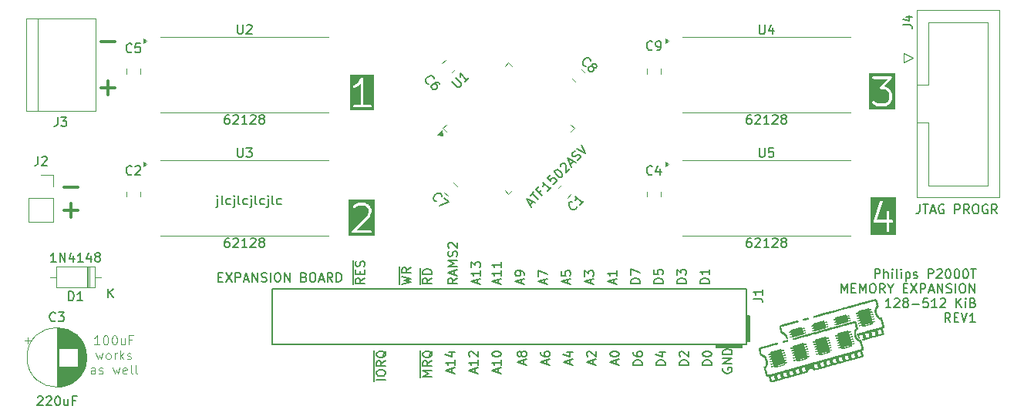
<source format=gbr>
%TF.GenerationSoftware,KiCad,Pcbnew,9.0.2*%
%TF.CreationDate,2025-07-22T08:12:46+02:00*%
%TF.ProjectId,p2000t-ram-expansion-board-128-512-smd-cpld,70323030-3074-42d7-9261-6d2d65787061,4*%
%TF.SameCoordinates,Original*%
%TF.FileFunction,Legend,Top*%
%TF.FilePolarity,Positive*%
%FSLAX46Y46*%
G04 Gerber Fmt 4.6, Leading zero omitted, Abs format (unit mm)*
G04 Created by KiCad (PCBNEW 9.0.2) date 2025-07-22 08:12:46*
%MOMM*%
%LPD*%
G01*
G04 APERTURE LIST*
%ADD10C,0.300000*%
%ADD11C,0.150000*%
%ADD12C,0.100000*%
%ADD13C,0.120000*%
%ADD14C,0.000000*%
G04 APERTURE END LIST*
D10*
G36*
X60116415Y-70405590D02*
G01*
X57295488Y-70405590D01*
X57295488Y-69892994D01*
X57628821Y-69892994D01*
X57628821Y-69951520D01*
X57651218Y-70005592D01*
X57692604Y-70046978D01*
X57724278Y-70060097D01*
X57746675Y-70069375D01*
X57775939Y-70072257D01*
X59633082Y-70072257D01*
X59662346Y-70069375D01*
X59716418Y-70046977D01*
X59757802Y-70005593D01*
X59780200Y-69951521D01*
X59780200Y-69892993D01*
X59757802Y-69838921D01*
X59716418Y-69797537D01*
X59662346Y-69775139D01*
X59633082Y-69772257D01*
X58138071Y-69772257D01*
X59596291Y-68314037D01*
X59614946Y-68291306D01*
X59617008Y-68286326D01*
X59620539Y-68282256D01*
X59632527Y-68255405D01*
X59775384Y-67826835D01*
X59778683Y-67812325D01*
X59780200Y-67808664D01*
X59780722Y-67803355D01*
X59781904Y-67798161D01*
X59781623Y-67794211D01*
X59783082Y-67779400D01*
X59783082Y-67493685D01*
X59780200Y-67464421D01*
X59778138Y-67459443D01*
X59777756Y-67454066D01*
X59767246Y-67426603D01*
X59624389Y-67140889D01*
X59616462Y-67128297D01*
X59614946Y-67124635D01*
X59611562Y-67120512D01*
X59608724Y-67116003D01*
X59605731Y-67113407D01*
X59596291Y-67101905D01*
X59453434Y-66959048D01*
X59441932Y-66949608D01*
X59439336Y-66946615D01*
X59434822Y-66943774D01*
X59430703Y-66940393D01*
X59427043Y-66938877D01*
X59414450Y-66930950D01*
X59128735Y-66788093D01*
X59101271Y-66777583D01*
X59095895Y-66777201D01*
X59090917Y-66775139D01*
X59061653Y-66772257D01*
X58347368Y-66772257D01*
X58318104Y-66775139D01*
X58313125Y-66777201D01*
X58307750Y-66777583D01*
X58280286Y-66788093D01*
X57994571Y-66930950D01*
X57981979Y-66938876D01*
X57978317Y-66940393D01*
X57974194Y-66943776D01*
X57969685Y-66946615D01*
X57967089Y-66949607D01*
X57955587Y-66959048D01*
X57812730Y-67101905D01*
X57794075Y-67124636D01*
X57771678Y-67178708D01*
X57771678Y-67237234D01*
X57794075Y-67291306D01*
X57835461Y-67332692D01*
X57889533Y-67355089D01*
X57948059Y-67355089D01*
X58002131Y-67332692D01*
X58024862Y-67314037D01*
X58150506Y-67188392D01*
X58382778Y-67072257D01*
X59026243Y-67072257D01*
X59258514Y-67188392D01*
X59366947Y-67296825D01*
X59483082Y-67529095D01*
X59483082Y-67755057D01*
X59359120Y-68126943D01*
X57669873Y-69816191D01*
X57651218Y-69838922D01*
X57628821Y-69892994D01*
X57295488Y-69892994D01*
X57295488Y-66438924D01*
X60116415Y-66438924D01*
X60116415Y-70405590D01*
G37*
G36*
X60113533Y-56615590D02*
G01*
X57436641Y-56615590D01*
X57436641Y-53970639D01*
X57769974Y-53970639D01*
X57774123Y-54029019D01*
X57800297Y-54081368D01*
X57844512Y-54119715D01*
X57900035Y-54138222D01*
X57958415Y-54134073D01*
X57985878Y-54123564D01*
X58271592Y-53980706D01*
X58284185Y-53972778D01*
X58287845Y-53971263D01*
X58291964Y-53967881D01*
X58296478Y-53965041D01*
X58299074Y-53962047D01*
X58310576Y-53952608D01*
X58596291Y-53666894D01*
X58596355Y-53666814D01*
X58596402Y-53666784D01*
X58605764Y-53655351D01*
X58614946Y-53644164D01*
X58614966Y-53644113D01*
X58615033Y-53644033D01*
X58625939Y-53627673D01*
X58625939Y-55982257D01*
X57918796Y-55982257D01*
X57889532Y-55985139D01*
X57835460Y-56007537D01*
X57794076Y-56048921D01*
X57771678Y-56102993D01*
X57771678Y-56161521D01*
X57794076Y-56215593D01*
X57835460Y-56256977D01*
X57889532Y-56279375D01*
X57918796Y-56282257D01*
X59633082Y-56282257D01*
X59662346Y-56279375D01*
X59716418Y-56256977D01*
X59757802Y-56215593D01*
X59780200Y-56161521D01*
X59780200Y-56102993D01*
X59757802Y-56048921D01*
X59716418Y-56007537D01*
X59662346Y-55985139D01*
X59633082Y-55982257D01*
X58925939Y-55982257D01*
X58925939Y-53132257D01*
X58925928Y-53132152D01*
X58925939Y-53132100D01*
X58925908Y-53131947D01*
X58923057Y-53102993D01*
X58917373Y-53089271D01*
X58914461Y-53074710D01*
X58906283Y-53062498D01*
X58900659Y-53048921D01*
X58890157Y-53038419D01*
X58881894Y-53026080D01*
X58869666Y-53017928D01*
X58859275Y-53007537D01*
X58845553Y-53001853D01*
X58833196Y-52993615D01*
X58818781Y-52990763D01*
X58805203Y-52985139D01*
X58790350Y-52985139D01*
X58775781Y-52982257D01*
X58761371Y-52985139D01*
X58746675Y-52985139D01*
X58732954Y-52990822D01*
X58718392Y-52993735D01*
X58706180Y-53001912D01*
X58692603Y-53007537D01*
X58682101Y-53018038D01*
X58669762Y-53026302D01*
X58651325Y-53048814D01*
X58651219Y-53048921D01*
X58651199Y-53048968D01*
X58651131Y-53049052D01*
X58373655Y-53465265D01*
X58115656Y-53723263D01*
X57851714Y-53855236D01*
X57826828Y-53870901D01*
X57788481Y-53915116D01*
X57769974Y-53970639D01*
X57436641Y-53970639D01*
X57436641Y-52648924D01*
X60113533Y-52648924D01*
X60113533Y-56615590D01*
G37*
D11*
X97663000Y-82397600D02*
X100457000Y-82397600D01*
X100457000Y-82651600D01*
X97663000Y-82651600D01*
X97663000Y-82397600D01*
G36*
X97663000Y-82397600D02*
G01*
X100457000Y-82397600D01*
X100457000Y-82651600D01*
X97663000Y-82651600D01*
X97663000Y-82397600D01*
G37*
X101092000Y-79171800D02*
X101346000Y-79171800D01*
X101346000Y-81965800D01*
X101092000Y-81965800D01*
X101092000Y-79171800D01*
G36*
X101092000Y-79171800D02*
G01*
X101346000Y-79171800D01*
X101346000Y-81965800D01*
X101092000Y-81965800D01*
X101092000Y-79171800D01*
G37*
X48938000Y-76200000D02*
X101008000Y-76200000D01*
X101008000Y-82296000D01*
X48938000Y-82296000D01*
X48938000Y-76200000D01*
X66410819Y-75037792D02*
X65934628Y-75371125D01*
X66410819Y-75609220D02*
X65410819Y-75609220D01*
X65410819Y-75609220D02*
X65410819Y-75228268D01*
X65410819Y-75228268D02*
X65458438Y-75133030D01*
X65458438Y-75133030D02*
X65506057Y-75085411D01*
X65506057Y-75085411D02*
X65601295Y-75037792D01*
X65601295Y-75037792D02*
X65744152Y-75037792D01*
X65744152Y-75037792D02*
X65839390Y-75085411D01*
X65839390Y-75085411D02*
X65887009Y-75133030D01*
X65887009Y-75133030D02*
X65934628Y-75228268D01*
X65934628Y-75228268D02*
X65934628Y-75609220D01*
X66410819Y-74609220D02*
X65410819Y-74609220D01*
X65410819Y-74609220D02*
X65410819Y-74371125D01*
X65410819Y-74371125D02*
X65458438Y-74228268D01*
X65458438Y-74228268D02*
X65553676Y-74133030D01*
X65553676Y-74133030D02*
X65648914Y-74085411D01*
X65648914Y-74085411D02*
X65839390Y-74037792D01*
X65839390Y-74037792D02*
X65982247Y-74037792D01*
X65982247Y-74037792D02*
X66172723Y-74085411D01*
X66172723Y-74085411D02*
X66267961Y-74133030D01*
X66267961Y-74133030D02*
X66363200Y-74228268D01*
X66363200Y-74228268D02*
X66410819Y-74371125D01*
X66410819Y-74371125D02*
X66410819Y-74609220D01*
X65133200Y-75747316D02*
X65133200Y-73947316D01*
X63124819Y-75704458D02*
X64124819Y-75466363D01*
X64124819Y-75466363D02*
X63410533Y-75275887D01*
X63410533Y-75275887D02*
X64124819Y-75085411D01*
X64124819Y-75085411D02*
X63124819Y-74847316D01*
X64124819Y-73894935D02*
X63648628Y-74228268D01*
X64124819Y-74466363D02*
X63124819Y-74466363D01*
X63124819Y-74466363D02*
X63124819Y-74085411D01*
X63124819Y-74085411D02*
X63172438Y-73990173D01*
X63172438Y-73990173D02*
X63220057Y-73942554D01*
X63220057Y-73942554D02*
X63315295Y-73894935D01*
X63315295Y-73894935D02*
X63458152Y-73894935D01*
X63458152Y-73894935D02*
X63553390Y-73942554D01*
X63553390Y-73942554D02*
X63601009Y-73990173D01*
X63601009Y-73990173D02*
X63648628Y-74085411D01*
X63648628Y-74085411D02*
X63648628Y-74466363D01*
X62847200Y-75747316D02*
X62847200Y-73804459D01*
X79079104Y-84521731D02*
X79079104Y-84045541D01*
X79364819Y-84616969D02*
X78364819Y-84283636D01*
X78364819Y-84283636D02*
X79364819Y-83950303D01*
X78364819Y-83188398D02*
X78364819Y-83378874D01*
X78364819Y-83378874D02*
X78412438Y-83474112D01*
X78412438Y-83474112D02*
X78460057Y-83521731D01*
X78460057Y-83521731D02*
X78602914Y-83616969D01*
X78602914Y-83616969D02*
X78793390Y-83664588D01*
X78793390Y-83664588D02*
X79174342Y-83664588D01*
X79174342Y-83664588D02*
X79269580Y-83616969D01*
X79269580Y-83616969D02*
X79317200Y-83569350D01*
X79317200Y-83569350D02*
X79364819Y-83474112D01*
X79364819Y-83474112D02*
X79364819Y-83283636D01*
X79364819Y-83283636D02*
X79317200Y-83188398D01*
X79317200Y-83188398D02*
X79269580Y-83140779D01*
X79269580Y-83140779D02*
X79174342Y-83093160D01*
X79174342Y-83093160D02*
X78936247Y-83093160D01*
X78936247Y-83093160D02*
X78841009Y-83140779D01*
X78841009Y-83140779D02*
X78793390Y-83188398D01*
X78793390Y-83188398D02*
X78745771Y-83283636D01*
X78745771Y-83283636D02*
X78745771Y-83474112D01*
X78745771Y-83474112D02*
X78793390Y-83569350D01*
X78793390Y-83569350D02*
X78841009Y-83616969D01*
X78841009Y-83616969D02*
X78936247Y-83664588D01*
X73745104Y-75656839D02*
X73745104Y-75180649D01*
X74030819Y-75752077D02*
X73030819Y-75418744D01*
X73030819Y-75418744D02*
X74030819Y-75085411D01*
X74030819Y-74228268D02*
X74030819Y-74799696D01*
X74030819Y-74513982D02*
X73030819Y-74513982D01*
X73030819Y-74513982D02*
X73173676Y-74609220D01*
X73173676Y-74609220D02*
X73268914Y-74704458D01*
X73268914Y-74704458D02*
X73316533Y-74799696D01*
X74030819Y-73275887D02*
X74030819Y-73847315D01*
X74030819Y-73561601D02*
X73030819Y-73561601D01*
X73030819Y-73561601D02*
X73173676Y-73656839D01*
X73173676Y-73656839D02*
X73268914Y-73752077D01*
X73268914Y-73752077D02*
X73316533Y-73847315D01*
X120002493Y-66941819D02*
X120002493Y-67656104D01*
X120002493Y-67656104D02*
X119954874Y-67798961D01*
X119954874Y-67798961D02*
X119859636Y-67894200D01*
X119859636Y-67894200D02*
X119716779Y-67941819D01*
X119716779Y-67941819D02*
X119621541Y-67941819D01*
X120335827Y-66941819D02*
X120907255Y-66941819D01*
X120621541Y-67941819D02*
X120621541Y-66941819D01*
X121192970Y-67656104D02*
X121669160Y-67656104D01*
X121097732Y-67941819D02*
X121431065Y-66941819D01*
X121431065Y-66941819D02*
X121764398Y-67941819D01*
X122621541Y-66989438D02*
X122526303Y-66941819D01*
X122526303Y-66941819D02*
X122383446Y-66941819D01*
X122383446Y-66941819D02*
X122240589Y-66989438D01*
X122240589Y-66989438D02*
X122145351Y-67084676D01*
X122145351Y-67084676D02*
X122097732Y-67179914D01*
X122097732Y-67179914D02*
X122050113Y-67370390D01*
X122050113Y-67370390D02*
X122050113Y-67513247D01*
X122050113Y-67513247D02*
X122097732Y-67703723D01*
X122097732Y-67703723D02*
X122145351Y-67798961D01*
X122145351Y-67798961D02*
X122240589Y-67894200D01*
X122240589Y-67894200D02*
X122383446Y-67941819D01*
X122383446Y-67941819D02*
X122478684Y-67941819D01*
X122478684Y-67941819D02*
X122621541Y-67894200D01*
X122621541Y-67894200D02*
X122669160Y-67846580D01*
X122669160Y-67846580D02*
X122669160Y-67513247D01*
X122669160Y-67513247D02*
X122478684Y-67513247D01*
X123859637Y-67941819D02*
X123859637Y-66941819D01*
X123859637Y-66941819D02*
X124240589Y-66941819D01*
X124240589Y-66941819D02*
X124335827Y-66989438D01*
X124335827Y-66989438D02*
X124383446Y-67037057D01*
X124383446Y-67037057D02*
X124431065Y-67132295D01*
X124431065Y-67132295D02*
X124431065Y-67275152D01*
X124431065Y-67275152D02*
X124383446Y-67370390D01*
X124383446Y-67370390D02*
X124335827Y-67418009D01*
X124335827Y-67418009D02*
X124240589Y-67465628D01*
X124240589Y-67465628D02*
X123859637Y-67465628D01*
X125431065Y-67941819D02*
X125097732Y-67465628D01*
X124859637Y-67941819D02*
X124859637Y-66941819D01*
X124859637Y-66941819D02*
X125240589Y-66941819D01*
X125240589Y-66941819D02*
X125335827Y-66989438D01*
X125335827Y-66989438D02*
X125383446Y-67037057D01*
X125383446Y-67037057D02*
X125431065Y-67132295D01*
X125431065Y-67132295D02*
X125431065Y-67275152D01*
X125431065Y-67275152D02*
X125383446Y-67370390D01*
X125383446Y-67370390D02*
X125335827Y-67418009D01*
X125335827Y-67418009D02*
X125240589Y-67465628D01*
X125240589Y-67465628D02*
X124859637Y-67465628D01*
X126050113Y-66941819D02*
X126240589Y-66941819D01*
X126240589Y-66941819D02*
X126335827Y-66989438D01*
X126335827Y-66989438D02*
X126431065Y-67084676D01*
X126431065Y-67084676D02*
X126478684Y-67275152D01*
X126478684Y-67275152D02*
X126478684Y-67608485D01*
X126478684Y-67608485D02*
X126431065Y-67798961D01*
X126431065Y-67798961D02*
X126335827Y-67894200D01*
X126335827Y-67894200D02*
X126240589Y-67941819D01*
X126240589Y-67941819D02*
X126050113Y-67941819D01*
X126050113Y-67941819D02*
X125954875Y-67894200D01*
X125954875Y-67894200D02*
X125859637Y-67798961D01*
X125859637Y-67798961D02*
X125812018Y-67608485D01*
X125812018Y-67608485D02*
X125812018Y-67275152D01*
X125812018Y-67275152D02*
X125859637Y-67084676D01*
X125859637Y-67084676D02*
X125954875Y-66989438D01*
X125954875Y-66989438D02*
X126050113Y-66941819D01*
X127431065Y-66989438D02*
X127335827Y-66941819D01*
X127335827Y-66941819D02*
X127192970Y-66941819D01*
X127192970Y-66941819D02*
X127050113Y-66989438D01*
X127050113Y-66989438D02*
X126954875Y-67084676D01*
X126954875Y-67084676D02*
X126907256Y-67179914D01*
X126907256Y-67179914D02*
X126859637Y-67370390D01*
X126859637Y-67370390D02*
X126859637Y-67513247D01*
X126859637Y-67513247D02*
X126907256Y-67703723D01*
X126907256Y-67703723D02*
X126954875Y-67798961D01*
X126954875Y-67798961D02*
X127050113Y-67894200D01*
X127050113Y-67894200D02*
X127192970Y-67941819D01*
X127192970Y-67941819D02*
X127288208Y-67941819D01*
X127288208Y-67941819D02*
X127431065Y-67894200D01*
X127431065Y-67894200D02*
X127478684Y-67846580D01*
X127478684Y-67846580D02*
X127478684Y-67513247D01*
X127478684Y-67513247D02*
X127288208Y-67513247D01*
X128478684Y-67941819D02*
X128145351Y-67465628D01*
X127907256Y-67941819D02*
X127907256Y-66941819D01*
X127907256Y-66941819D02*
X128288208Y-66941819D01*
X128288208Y-66941819D02*
X128383446Y-66989438D01*
X128383446Y-66989438D02*
X128431065Y-67037057D01*
X128431065Y-67037057D02*
X128478684Y-67132295D01*
X128478684Y-67132295D02*
X128478684Y-67275152D01*
X128478684Y-67275152D02*
X128431065Y-67370390D01*
X128431065Y-67370390D02*
X128383446Y-67418009D01*
X128383446Y-67418009D02*
X128288208Y-67465628D01*
X128288208Y-67465628D02*
X127907256Y-67465628D01*
X61330819Y-86236016D02*
X60330819Y-86236016D01*
X60330819Y-85569350D02*
X60330819Y-85378874D01*
X60330819Y-85378874D02*
X60378438Y-85283636D01*
X60378438Y-85283636D02*
X60473676Y-85188398D01*
X60473676Y-85188398D02*
X60664152Y-85140779D01*
X60664152Y-85140779D02*
X60997485Y-85140779D01*
X60997485Y-85140779D02*
X61187961Y-85188398D01*
X61187961Y-85188398D02*
X61283200Y-85283636D01*
X61283200Y-85283636D02*
X61330819Y-85378874D01*
X61330819Y-85378874D02*
X61330819Y-85569350D01*
X61330819Y-85569350D02*
X61283200Y-85664588D01*
X61283200Y-85664588D02*
X61187961Y-85759826D01*
X61187961Y-85759826D02*
X60997485Y-85807445D01*
X60997485Y-85807445D02*
X60664152Y-85807445D01*
X60664152Y-85807445D02*
X60473676Y-85759826D01*
X60473676Y-85759826D02*
X60378438Y-85664588D01*
X60378438Y-85664588D02*
X60330819Y-85569350D01*
X61330819Y-84140779D02*
X60854628Y-84474112D01*
X61330819Y-84712207D02*
X60330819Y-84712207D01*
X60330819Y-84712207D02*
X60330819Y-84331255D01*
X60330819Y-84331255D02*
X60378438Y-84236017D01*
X60378438Y-84236017D02*
X60426057Y-84188398D01*
X60426057Y-84188398D02*
X60521295Y-84140779D01*
X60521295Y-84140779D02*
X60664152Y-84140779D01*
X60664152Y-84140779D02*
X60759390Y-84188398D01*
X60759390Y-84188398D02*
X60807009Y-84236017D01*
X60807009Y-84236017D02*
X60854628Y-84331255D01*
X60854628Y-84331255D02*
X60854628Y-84712207D01*
X61426057Y-83045541D02*
X61378438Y-83140779D01*
X61378438Y-83140779D02*
X61283200Y-83236017D01*
X61283200Y-83236017D02*
X61140342Y-83378874D01*
X61140342Y-83378874D02*
X61092723Y-83474112D01*
X61092723Y-83474112D02*
X61092723Y-83569350D01*
X61330819Y-83521731D02*
X61283200Y-83616969D01*
X61283200Y-83616969D02*
X61187961Y-83712207D01*
X61187961Y-83712207D02*
X60997485Y-83759826D01*
X60997485Y-83759826D02*
X60664152Y-83759826D01*
X60664152Y-83759826D02*
X60473676Y-83712207D01*
X60473676Y-83712207D02*
X60378438Y-83616969D01*
X60378438Y-83616969D02*
X60330819Y-83521731D01*
X60330819Y-83521731D02*
X60330819Y-83331255D01*
X60330819Y-83331255D02*
X60378438Y-83236017D01*
X60378438Y-83236017D02*
X60473676Y-83140779D01*
X60473676Y-83140779D02*
X60664152Y-83093160D01*
X60664152Y-83093160D02*
X60997485Y-83093160D01*
X60997485Y-83093160D02*
X61187961Y-83140779D01*
X61187961Y-83140779D02*
X61283200Y-83236017D01*
X61283200Y-83236017D02*
X61330819Y-83331255D01*
X61330819Y-83331255D02*
X61330819Y-83521731D01*
X60053200Y-86374112D02*
X60053200Y-83002684D01*
X86699104Y-84521731D02*
X86699104Y-84045541D01*
X86984819Y-84616969D02*
X85984819Y-84283636D01*
X85984819Y-84283636D02*
X86984819Y-83950303D01*
X85984819Y-83426493D02*
X85984819Y-83331255D01*
X85984819Y-83331255D02*
X86032438Y-83236017D01*
X86032438Y-83236017D02*
X86080057Y-83188398D01*
X86080057Y-83188398D02*
X86175295Y-83140779D01*
X86175295Y-83140779D02*
X86365771Y-83093160D01*
X86365771Y-83093160D02*
X86603866Y-83093160D01*
X86603866Y-83093160D02*
X86794342Y-83140779D01*
X86794342Y-83140779D02*
X86889580Y-83188398D01*
X86889580Y-83188398D02*
X86937200Y-83236017D01*
X86937200Y-83236017D02*
X86984819Y-83331255D01*
X86984819Y-83331255D02*
X86984819Y-83426493D01*
X86984819Y-83426493D02*
X86937200Y-83521731D01*
X86937200Y-83521731D02*
X86889580Y-83569350D01*
X86889580Y-83569350D02*
X86794342Y-83616969D01*
X86794342Y-83616969D02*
X86603866Y-83664588D01*
X86603866Y-83664588D02*
X86365771Y-83664588D01*
X86365771Y-83664588D02*
X86175295Y-83616969D01*
X86175295Y-83616969D02*
X86080057Y-83569350D01*
X86080057Y-83569350D02*
X86032438Y-83521731D01*
X86032438Y-83521731D02*
X85984819Y-83426493D01*
X96890819Y-75609220D02*
X95890819Y-75609220D01*
X95890819Y-75609220D02*
X95890819Y-75371125D01*
X95890819Y-75371125D02*
X95938438Y-75228268D01*
X95938438Y-75228268D02*
X96033676Y-75133030D01*
X96033676Y-75133030D02*
X96128914Y-75085411D01*
X96128914Y-75085411D02*
X96319390Y-75037792D01*
X96319390Y-75037792D02*
X96462247Y-75037792D01*
X96462247Y-75037792D02*
X96652723Y-75085411D01*
X96652723Y-75085411D02*
X96747961Y-75133030D01*
X96747961Y-75133030D02*
X96843200Y-75228268D01*
X96843200Y-75228268D02*
X96890819Y-75371125D01*
X96890819Y-75371125D02*
X96890819Y-75609220D01*
X96890819Y-74085411D02*
X96890819Y-74656839D01*
X96890819Y-74371125D02*
X95890819Y-74371125D01*
X95890819Y-74371125D02*
X96033676Y-74466363D01*
X96033676Y-74466363D02*
X96128914Y-74561601D01*
X96128914Y-74561601D02*
X96176533Y-74656839D01*
X71205104Y-85474112D02*
X71205104Y-84997922D01*
X71490819Y-85569350D02*
X70490819Y-85236017D01*
X70490819Y-85236017D02*
X71490819Y-84902684D01*
X71490819Y-84045541D02*
X71490819Y-84616969D01*
X71490819Y-84331255D02*
X70490819Y-84331255D01*
X70490819Y-84331255D02*
X70633676Y-84426493D01*
X70633676Y-84426493D02*
X70728914Y-84521731D01*
X70728914Y-84521731D02*
X70776533Y-84616969D01*
X70586057Y-83664588D02*
X70538438Y-83616969D01*
X70538438Y-83616969D02*
X70490819Y-83521731D01*
X70490819Y-83521731D02*
X70490819Y-83283636D01*
X70490819Y-83283636D02*
X70538438Y-83188398D01*
X70538438Y-83188398D02*
X70586057Y-83140779D01*
X70586057Y-83140779D02*
X70681295Y-83093160D01*
X70681295Y-83093160D02*
X70776533Y-83093160D01*
X70776533Y-83093160D02*
X70919390Y-83140779D01*
X70919390Y-83140779D02*
X71490819Y-83712207D01*
X71490819Y-83712207D02*
X71490819Y-83093160D01*
X89524819Y-84616969D02*
X88524819Y-84616969D01*
X88524819Y-84616969D02*
X88524819Y-84378874D01*
X88524819Y-84378874D02*
X88572438Y-84236017D01*
X88572438Y-84236017D02*
X88667676Y-84140779D01*
X88667676Y-84140779D02*
X88762914Y-84093160D01*
X88762914Y-84093160D02*
X88953390Y-84045541D01*
X88953390Y-84045541D02*
X89096247Y-84045541D01*
X89096247Y-84045541D02*
X89286723Y-84093160D01*
X89286723Y-84093160D02*
X89381961Y-84140779D01*
X89381961Y-84140779D02*
X89477200Y-84236017D01*
X89477200Y-84236017D02*
X89524819Y-84378874D01*
X89524819Y-84378874D02*
X89524819Y-84616969D01*
X88524819Y-83188398D02*
X88524819Y-83378874D01*
X88524819Y-83378874D02*
X88572438Y-83474112D01*
X88572438Y-83474112D02*
X88620057Y-83521731D01*
X88620057Y-83521731D02*
X88762914Y-83616969D01*
X88762914Y-83616969D02*
X88953390Y-83664588D01*
X88953390Y-83664588D02*
X89334342Y-83664588D01*
X89334342Y-83664588D02*
X89429580Y-83616969D01*
X89429580Y-83616969D02*
X89477200Y-83569350D01*
X89477200Y-83569350D02*
X89524819Y-83474112D01*
X89524819Y-83474112D02*
X89524819Y-83283636D01*
X89524819Y-83283636D02*
X89477200Y-83188398D01*
X89477200Y-83188398D02*
X89429580Y-83140779D01*
X89429580Y-83140779D02*
X89334342Y-83093160D01*
X89334342Y-83093160D02*
X89096247Y-83093160D01*
X89096247Y-83093160D02*
X89001009Y-83140779D01*
X89001009Y-83140779D02*
X88953390Y-83188398D01*
X88953390Y-83188398D02*
X88905771Y-83283636D01*
X88905771Y-83283636D02*
X88905771Y-83474112D01*
X88905771Y-83474112D02*
X88953390Y-83569350D01*
X88953390Y-83569350D02*
X89001009Y-83616969D01*
X89001009Y-83616969D02*
X89096247Y-83664588D01*
X81619104Y-84521731D02*
X81619104Y-84045541D01*
X81904819Y-84616969D02*
X80904819Y-84283636D01*
X80904819Y-84283636D02*
X81904819Y-83950303D01*
X81238152Y-83188398D02*
X81904819Y-83188398D01*
X80857200Y-83426493D02*
X81571485Y-83664588D01*
X81571485Y-83664588D02*
X81571485Y-83045541D01*
X42876779Y-66283152D02*
X42876779Y-67140295D01*
X42876779Y-67140295D02*
X42829160Y-67235533D01*
X42829160Y-67235533D02*
X42733922Y-67283152D01*
X42733922Y-67283152D02*
X42686303Y-67283152D01*
X42876779Y-65949819D02*
X42829160Y-65997438D01*
X42829160Y-65997438D02*
X42876779Y-66045057D01*
X42876779Y-66045057D02*
X42924398Y-65997438D01*
X42924398Y-65997438D02*
X42876779Y-65949819D01*
X42876779Y-65949819D02*
X42876779Y-66045057D01*
X43495826Y-66949819D02*
X43400588Y-66902200D01*
X43400588Y-66902200D02*
X43352969Y-66806961D01*
X43352969Y-66806961D02*
X43352969Y-65949819D01*
X44305350Y-66902200D02*
X44210112Y-66949819D01*
X44210112Y-66949819D02*
X44019636Y-66949819D01*
X44019636Y-66949819D02*
X43924398Y-66902200D01*
X43924398Y-66902200D02*
X43876779Y-66854580D01*
X43876779Y-66854580D02*
X43829160Y-66759342D01*
X43829160Y-66759342D02*
X43829160Y-66473628D01*
X43829160Y-66473628D02*
X43876779Y-66378390D01*
X43876779Y-66378390D02*
X43924398Y-66330771D01*
X43924398Y-66330771D02*
X44019636Y-66283152D01*
X44019636Y-66283152D02*
X44210112Y-66283152D01*
X44210112Y-66283152D02*
X44305350Y-66330771D01*
X44733922Y-66283152D02*
X44733922Y-67140295D01*
X44733922Y-67140295D02*
X44686303Y-67235533D01*
X44686303Y-67235533D02*
X44591065Y-67283152D01*
X44591065Y-67283152D02*
X44543446Y-67283152D01*
X44733922Y-65949819D02*
X44686303Y-65997438D01*
X44686303Y-65997438D02*
X44733922Y-66045057D01*
X44733922Y-66045057D02*
X44781541Y-65997438D01*
X44781541Y-65997438D02*
X44733922Y-65949819D01*
X44733922Y-65949819D02*
X44733922Y-66045057D01*
X45352969Y-66949819D02*
X45257731Y-66902200D01*
X45257731Y-66902200D02*
X45210112Y-66806961D01*
X45210112Y-66806961D02*
X45210112Y-65949819D01*
X46162493Y-66902200D02*
X46067255Y-66949819D01*
X46067255Y-66949819D02*
X45876779Y-66949819D01*
X45876779Y-66949819D02*
X45781541Y-66902200D01*
X45781541Y-66902200D02*
X45733922Y-66854580D01*
X45733922Y-66854580D02*
X45686303Y-66759342D01*
X45686303Y-66759342D02*
X45686303Y-66473628D01*
X45686303Y-66473628D02*
X45733922Y-66378390D01*
X45733922Y-66378390D02*
X45781541Y-66330771D01*
X45781541Y-66330771D02*
X45876779Y-66283152D01*
X45876779Y-66283152D02*
X46067255Y-66283152D01*
X46067255Y-66283152D02*
X46162493Y-66330771D01*
X46591065Y-66283152D02*
X46591065Y-67140295D01*
X46591065Y-67140295D02*
X46543446Y-67235533D01*
X46543446Y-67235533D02*
X46448208Y-67283152D01*
X46448208Y-67283152D02*
X46400589Y-67283152D01*
X46591065Y-65949819D02*
X46543446Y-65997438D01*
X46543446Y-65997438D02*
X46591065Y-66045057D01*
X46591065Y-66045057D02*
X46638684Y-65997438D01*
X46638684Y-65997438D02*
X46591065Y-65949819D01*
X46591065Y-65949819D02*
X46591065Y-66045057D01*
X47210112Y-66949819D02*
X47114874Y-66902200D01*
X47114874Y-66902200D02*
X47067255Y-66806961D01*
X47067255Y-66806961D02*
X47067255Y-65949819D01*
X48019636Y-66902200D02*
X47924398Y-66949819D01*
X47924398Y-66949819D02*
X47733922Y-66949819D01*
X47733922Y-66949819D02*
X47638684Y-66902200D01*
X47638684Y-66902200D02*
X47591065Y-66854580D01*
X47591065Y-66854580D02*
X47543446Y-66759342D01*
X47543446Y-66759342D02*
X47543446Y-66473628D01*
X47543446Y-66473628D02*
X47591065Y-66378390D01*
X47591065Y-66378390D02*
X47638684Y-66330771D01*
X47638684Y-66330771D02*
X47733922Y-66283152D01*
X47733922Y-66283152D02*
X47924398Y-66283152D01*
X47924398Y-66283152D02*
X48019636Y-66330771D01*
X48448208Y-66283152D02*
X48448208Y-67140295D01*
X48448208Y-67140295D02*
X48400589Y-67235533D01*
X48400589Y-67235533D02*
X48305351Y-67283152D01*
X48305351Y-67283152D02*
X48257732Y-67283152D01*
X48448208Y-65949819D02*
X48400589Y-65997438D01*
X48400589Y-65997438D02*
X48448208Y-66045057D01*
X48448208Y-66045057D02*
X48495827Y-65997438D01*
X48495827Y-65997438D02*
X48448208Y-65949819D01*
X48448208Y-65949819D02*
X48448208Y-66045057D01*
X49067255Y-66949819D02*
X48972017Y-66902200D01*
X48972017Y-66902200D02*
X48924398Y-66806961D01*
X48924398Y-66806961D02*
X48924398Y-65949819D01*
X49876779Y-66902200D02*
X49781541Y-66949819D01*
X49781541Y-66949819D02*
X49591065Y-66949819D01*
X49591065Y-66949819D02*
X49495827Y-66902200D01*
X49495827Y-66902200D02*
X49448208Y-66854580D01*
X49448208Y-66854580D02*
X49400589Y-66759342D01*
X49400589Y-66759342D02*
X49400589Y-66473628D01*
X49400589Y-66473628D02*
X49448208Y-66378390D01*
X49448208Y-66378390D02*
X49495827Y-66330771D01*
X49495827Y-66330771D02*
X49591065Y-66283152D01*
X49591065Y-66283152D02*
X49781541Y-66283152D01*
X49781541Y-66283152D02*
X49876779Y-66330771D01*
D10*
X26073558Y-65017733D02*
X27597368Y-65017733D01*
D11*
X83905104Y-75656839D02*
X83905104Y-75180649D01*
X84190819Y-75752077D02*
X83190819Y-75418744D01*
X83190819Y-75418744D02*
X84190819Y-75085411D01*
X83190819Y-74847315D02*
X83190819Y-74228268D01*
X83190819Y-74228268D02*
X83571771Y-74561601D01*
X83571771Y-74561601D02*
X83571771Y-74418744D01*
X83571771Y-74418744D02*
X83619390Y-74323506D01*
X83619390Y-74323506D02*
X83667009Y-74275887D01*
X83667009Y-74275887D02*
X83762247Y-74228268D01*
X83762247Y-74228268D02*
X84000342Y-74228268D01*
X84000342Y-74228268D02*
X84095580Y-74275887D01*
X84095580Y-74275887D02*
X84143200Y-74323506D01*
X84143200Y-74323506D02*
X84190819Y-74418744D01*
X84190819Y-74418744D02*
X84190819Y-74704458D01*
X84190819Y-74704458D02*
X84143200Y-74799696D01*
X84143200Y-74799696D02*
X84095580Y-74847315D01*
X69204819Y-75037792D02*
X68728628Y-75371125D01*
X69204819Y-75609220D02*
X68204819Y-75609220D01*
X68204819Y-75609220D02*
X68204819Y-75228268D01*
X68204819Y-75228268D02*
X68252438Y-75133030D01*
X68252438Y-75133030D02*
X68300057Y-75085411D01*
X68300057Y-75085411D02*
X68395295Y-75037792D01*
X68395295Y-75037792D02*
X68538152Y-75037792D01*
X68538152Y-75037792D02*
X68633390Y-75085411D01*
X68633390Y-75085411D02*
X68681009Y-75133030D01*
X68681009Y-75133030D02*
X68728628Y-75228268D01*
X68728628Y-75228268D02*
X68728628Y-75609220D01*
X68919104Y-74656839D02*
X68919104Y-74180649D01*
X69204819Y-74752077D02*
X68204819Y-74418744D01*
X68204819Y-74418744D02*
X69204819Y-74085411D01*
X69204819Y-73752077D02*
X68204819Y-73752077D01*
X68204819Y-73752077D02*
X68919104Y-73418744D01*
X68919104Y-73418744D02*
X68204819Y-73085411D01*
X68204819Y-73085411D02*
X69204819Y-73085411D01*
X69157200Y-72656839D02*
X69204819Y-72513982D01*
X69204819Y-72513982D02*
X69204819Y-72275887D01*
X69204819Y-72275887D02*
X69157200Y-72180649D01*
X69157200Y-72180649D02*
X69109580Y-72133030D01*
X69109580Y-72133030D02*
X69014342Y-72085411D01*
X69014342Y-72085411D02*
X68919104Y-72085411D01*
X68919104Y-72085411D02*
X68823866Y-72133030D01*
X68823866Y-72133030D02*
X68776247Y-72180649D01*
X68776247Y-72180649D02*
X68728628Y-72275887D01*
X68728628Y-72275887D02*
X68681009Y-72466363D01*
X68681009Y-72466363D02*
X68633390Y-72561601D01*
X68633390Y-72561601D02*
X68585771Y-72609220D01*
X68585771Y-72609220D02*
X68490533Y-72656839D01*
X68490533Y-72656839D02*
X68395295Y-72656839D01*
X68395295Y-72656839D02*
X68300057Y-72609220D01*
X68300057Y-72609220D02*
X68252438Y-72561601D01*
X68252438Y-72561601D02*
X68204819Y-72466363D01*
X68204819Y-72466363D02*
X68204819Y-72228268D01*
X68204819Y-72228268D02*
X68252438Y-72085411D01*
X68300057Y-71704458D02*
X68252438Y-71656839D01*
X68252438Y-71656839D02*
X68204819Y-71561601D01*
X68204819Y-71561601D02*
X68204819Y-71323506D01*
X68204819Y-71323506D02*
X68252438Y-71228268D01*
X68252438Y-71228268D02*
X68300057Y-71180649D01*
X68300057Y-71180649D02*
X68395295Y-71133030D01*
X68395295Y-71133030D02*
X68490533Y-71133030D01*
X68490533Y-71133030D02*
X68633390Y-71180649D01*
X68633390Y-71180649D02*
X69204819Y-71752077D01*
X69204819Y-71752077D02*
X69204819Y-71133030D01*
X92064819Y-84616969D02*
X91064819Y-84616969D01*
X91064819Y-84616969D02*
X91064819Y-84378874D01*
X91064819Y-84378874D02*
X91112438Y-84236017D01*
X91112438Y-84236017D02*
X91207676Y-84140779D01*
X91207676Y-84140779D02*
X91302914Y-84093160D01*
X91302914Y-84093160D02*
X91493390Y-84045541D01*
X91493390Y-84045541D02*
X91636247Y-84045541D01*
X91636247Y-84045541D02*
X91826723Y-84093160D01*
X91826723Y-84093160D02*
X91921961Y-84140779D01*
X91921961Y-84140779D02*
X92017200Y-84236017D01*
X92017200Y-84236017D02*
X92064819Y-84378874D01*
X92064819Y-84378874D02*
X92064819Y-84616969D01*
X91398152Y-83188398D02*
X92064819Y-83188398D01*
X91017200Y-83426493D02*
X91731485Y-83664588D01*
X91731485Y-83664588D02*
X91731485Y-83045541D01*
D10*
X30141558Y-54093733D02*
X31665368Y-54093733D01*
X30903463Y-54855638D02*
X30903463Y-53331828D01*
D11*
X76539104Y-84521731D02*
X76539104Y-84045541D01*
X76824819Y-84616969D02*
X75824819Y-84283636D01*
X75824819Y-84283636D02*
X76824819Y-83950303D01*
X76253390Y-83474112D02*
X76205771Y-83569350D01*
X76205771Y-83569350D02*
X76158152Y-83616969D01*
X76158152Y-83616969D02*
X76062914Y-83664588D01*
X76062914Y-83664588D02*
X76015295Y-83664588D01*
X76015295Y-83664588D02*
X75920057Y-83616969D01*
X75920057Y-83616969D02*
X75872438Y-83569350D01*
X75872438Y-83569350D02*
X75824819Y-83474112D01*
X75824819Y-83474112D02*
X75824819Y-83283636D01*
X75824819Y-83283636D02*
X75872438Y-83188398D01*
X75872438Y-83188398D02*
X75920057Y-83140779D01*
X75920057Y-83140779D02*
X76015295Y-83093160D01*
X76015295Y-83093160D02*
X76062914Y-83093160D01*
X76062914Y-83093160D02*
X76158152Y-83140779D01*
X76158152Y-83140779D02*
X76205771Y-83188398D01*
X76205771Y-83188398D02*
X76253390Y-83283636D01*
X76253390Y-83283636D02*
X76253390Y-83474112D01*
X76253390Y-83474112D02*
X76301009Y-83569350D01*
X76301009Y-83569350D02*
X76348628Y-83616969D01*
X76348628Y-83616969D02*
X76443866Y-83664588D01*
X76443866Y-83664588D02*
X76634342Y-83664588D01*
X76634342Y-83664588D02*
X76729580Y-83616969D01*
X76729580Y-83616969D02*
X76777200Y-83569350D01*
X76777200Y-83569350D02*
X76824819Y-83474112D01*
X76824819Y-83474112D02*
X76824819Y-83283636D01*
X76824819Y-83283636D02*
X76777200Y-83188398D01*
X76777200Y-83188398D02*
X76729580Y-83140779D01*
X76729580Y-83140779D02*
X76634342Y-83093160D01*
X76634342Y-83093160D02*
X76443866Y-83093160D01*
X76443866Y-83093160D02*
X76348628Y-83140779D01*
X76348628Y-83140779D02*
X76301009Y-83188398D01*
X76301009Y-83188398D02*
X76253390Y-83283636D01*
X66410819Y-85855064D02*
X65410819Y-85855064D01*
X65410819Y-85855064D02*
X66125104Y-85521731D01*
X66125104Y-85521731D02*
X65410819Y-85188398D01*
X65410819Y-85188398D02*
X66410819Y-85188398D01*
X66410819Y-84140779D02*
X65934628Y-84474112D01*
X66410819Y-84712207D02*
X65410819Y-84712207D01*
X65410819Y-84712207D02*
X65410819Y-84331255D01*
X65410819Y-84331255D02*
X65458438Y-84236017D01*
X65458438Y-84236017D02*
X65506057Y-84188398D01*
X65506057Y-84188398D02*
X65601295Y-84140779D01*
X65601295Y-84140779D02*
X65744152Y-84140779D01*
X65744152Y-84140779D02*
X65839390Y-84188398D01*
X65839390Y-84188398D02*
X65887009Y-84236017D01*
X65887009Y-84236017D02*
X65934628Y-84331255D01*
X65934628Y-84331255D02*
X65934628Y-84712207D01*
X66506057Y-83045541D02*
X66458438Y-83140779D01*
X66458438Y-83140779D02*
X66363200Y-83236017D01*
X66363200Y-83236017D02*
X66220342Y-83378874D01*
X66220342Y-83378874D02*
X66172723Y-83474112D01*
X66172723Y-83474112D02*
X66172723Y-83569350D01*
X66410819Y-83521731D02*
X66363200Y-83616969D01*
X66363200Y-83616969D02*
X66267961Y-83712207D01*
X66267961Y-83712207D02*
X66077485Y-83759826D01*
X66077485Y-83759826D02*
X65744152Y-83759826D01*
X65744152Y-83759826D02*
X65553676Y-83712207D01*
X65553676Y-83712207D02*
X65458438Y-83616969D01*
X65458438Y-83616969D02*
X65410819Y-83521731D01*
X65410819Y-83521731D02*
X65410819Y-83331255D01*
X65410819Y-83331255D02*
X65458438Y-83236017D01*
X65458438Y-83236017D02*
X65553676Y-83140779D01*
X65553676Y-83140779D02*
X65744152Y-83093160D01*
X65744152Y-83093160D02*
X66077485Y-83093160D01*
X66077485Y-83093160D02*
X66267961Y-83140779D01*
X66267961Y-83140779D02*
X66363200Y-83236017D01*
X66363200Y-83236017D02*
X66410819Y-83331255D01*
X66410819Y-83331255D02*
X66410819Y-83521731D01*
X65133200Y-85993160D02*
X65133200Y-83002684D01*
X78825104Y-75656839D02*
X78825104Y-75180649D01*
X79110819Y-75752077D02*
X78110819Y-75418744D01*
X78110819Y-75418744D02*
X79110819Y-75085411D01*
X78110819Y-74847315D02*
X78110819Y-74180649D01*
X78110819Y-74180649D02*
X79110819Y-74609220D01*
X89270819Y-75609220D02*
X88270819Y-75609220D01*
X88270819Y-75609220D02*
X88270819Y-75371125D01*
X88270819Y-75371125D02*
X88318438Y-75228268D01*
X88318438Y-75228268D02*
X88413676Y-75133030D01*
X88413676Y-75133030D02*
X88508914Y-75085411D01*
X88508914Y-75085411D02*
X88699390Y-75037792D01*
X88699390Y-75037792D02*
X88842247Y-75037792D01*
X88842247Y-75037792D02*
X89032723Y-75085411D01*
X89032723Y-75085411D02*
X89127961Y-75133030D01*
X89127961Y-75133030D02*
X89223200Y-75228268D01*
X89223200Y-75228268D02*
X89270819Y-75371125D01*
X89270819Y-75371125D02*
X89270819Y-75609220D01*
X88270819Y-74704458D02*
X88270819Y-74037792D01*
X88270819Y-74037792D02*
X89270819Y-74466363D01*
X91810819Y-75609220D02*
X90810819Y-75609220D01*
X90810819Y-75609220D02*
X90810819Y-75371125D01*
X90810819Y-75371125D02*
X90858438Y-75228268D01*
X90858438Y-75228268D02*
X90953676Y-75133030D01*
X90953676Y-75133030D02*
X91048914Y-75085411D01*
X91048914Y-75085411D02*
X91239390Y-75037792D01*
X91239390Y-75037792D02*
X91382247Y-75037792D01*
X91382247Y-75037792D02*
X91572723Y-75085411D01*
X91572723Y-75085411D02*
X91667961Y-75133030D01*
X91667961Y-75133030D02*
X91763200Y-75228268D01*
X91763200Y-75228268D02*
X91810819Y-75371125D01*
X91810819Y-75371125D02*
X91810819Y-75609220D01*
X90810819Y-74133030D02*
X90810819Y-74609220D01*
X90810819Y-74609220D02*
X91287009Y-74656839D01*
X91287009Y-74656839D02*
X91239390Y-74609220D01*
X91239390Y-74609220D02*
X91191771Y-74513982D01*
X91191771Y-74513982D02*
X91191771Y-74275887D01*
X91191771Y-74275887D02*
X91239390Y-74180649D01*
X91239390Y-74180649D02*
X91287009Y-74133030D01*
X91287009Y-74133030D02*
X91382247Y-74085411D01*
X91382247Y-74085411D02*
X91620342Y-74085411D01*
X91620342Y-74085411D02*
X91715580Y-74133030D01*
X91715580Y-74133030D02*
X91763200Y-74180649D01*
X91763200Y-74180649D02*
X91810819Y-74275887D01*
X91810819Y-74275887D02*
X91810819Y-74513982D01*
X91810819Y-74513982D02*
X91763200Y-74609220D01*
X91763200Y-74609220D02*
X91715580Y-74656839D01*
D10*
G36*
X117406390Y-70275708D02*
G01*
X114586641Y-70275708D01*
X114586641Y-68776496D01*
X114919974Y-68776496D01*
X114921678Y-68800473D01*
X114921678Y-68824521D01*
X114923740Y-68829501D01*
X114924123Y-68834877D01*
X114934875Y-68856381D01*
X114944076Y-68878593D01*
X114947886Y-68882403D01*
X114950297Y-68887224D01*
X114968458Y-68902975D01*
X114985460Y-68919977D01*
X114990439Y-68922039D01*
X114994511Y-68925571D01*
X115017317Y-68933173D01*
X115039532Y-68942375D01*
X115047183Y-68943128D01*
X115050035Y-68944079D01*
X115053984Y-68943798D01*
X115068796Y-68945257D01*
X116347368Y-68945257D01*
X116347368Y-69795257D01*
X116350250Y-69824521D01*
X116372648Y-69878593D01*
X116414032Y-69919977D01*
X116468104Y-69942375D01*
X116526632Y-69942375D01*
X116580704Y-69919977D01*
X116622088Y-69878593D01*
X116644486Y-69824521D01*
X116647368Y-69795257D01*
X116647368Y-68945257D01*
X116925939Y-68945257D01*
X116955203Y-68942375D01*
X117009275Y-68919977D01*
X117050659Y-68878593D01*
X117073057Y-68824521D01*
X117073057Y-68765993D01*
X117050659Y-68711921D01*
X117009275Y-68670537D01*
X116955203Y-68648139D01*
X116925939Y-68645257D01*
X116647368Y-68645257D01*
X116647368Y-67795257D01*
X116644486Y-67765993D01*
X116622088Y-67711921D01*
X116580704Y-67670537D01*
X116526632Y-67648139D01*
X116468104Y-67648139D01*
X116414032Y-67670537D01*
X116372648Y-67711921D01*
X116350250Y-67765993D01*
X116347368Y-67795257D01*
X116347368Y-68645257D01*
X115276909Y-68645257D01*
X115925385Y-66699834D01*
X115931905Y-66671160D01*
X115927755Y-66612780D01*
X115901582Y-66560433D01*
X115857367Y-66522085D01*
X115801843Y-66503577D01*
X115743463Y-66507727D01*
X115691115Y-66533900D01*
X115652768Y-66578115D01*
X115640780Y-66604966D01*
X114926494Y-68747823D01*
X114923195Y-68762330D01*
X114921678Y-68765993D01*
X114921678Y-68769002D01*
X114919974Y-68776496D01*
X114586641Y-68776496D01*
X114586641Y-66170244D01*
X117406390Y-66170244D01*
X117406390Y-70275708D01*
G37*
D11*
X59044819Y-75037792D02*
X58568628Y-75371125D01*
X59044819Y-75609220D02*
X58044819Y-75609220D01*
X58044819Y-75609220D02*
X58044819Y-75228268D01*
X58044819Y-75228268D02*
X58092438Y-75133030D01*
X58092438Y-75133030D02*
X58140057Y-75085411D01*
X58140057Y-75085411D02*
X58235295Y-75037792D01*
X58235295Y-75037792D02*
X58378152Y-75037792D01*
X58378152Y-75037792D02*
X58473390Y-75085411D01*
X58473390Y-75085411D02*
X58521009Y-75133030D01*
X58521009Y-75133030D02*
X58568628Y-75228268D01*
X58568628Y-75228268D02*
X58568628Y-75609220D01*
X58521009Y-74609220D02*
X58521009Y-74275887D01*
X59044819Y-74133030D02*
X59044819Y-74609220D01*
X59044819Y-74609220D02*
X58044819Y-74609220D01*
X58044819Y-74609220D02*
X58044819Y-74133030D01*
X58997200Y-73752077D02*
X59044819Y-73609220D01*
X59044819Y-73609220D02*
X59044819Y-73371125D01*
X59044819Y-73371125D02*
X58997200Y-73275887D01*
X58997200Y-73275887D02*
X58949580Y-73228268D01*
X58949580Y-73228268D02*
X58854342Y-73180649D01*
X58854342Y-73180649D02*
X58759104Y-73180649D01*
X58759104Y-73180649D02*
X58663866Y-73228268D01*
X58663866Y-73228268D02*
X58616247Y-73275887D01*
X58616247Y-73275887D02*
X58568628Y-73371125D01*
X58568628Y-73371125D02*
X58521009Y-73561601D01*
X58521009Y-73561601D02*
X58473390Y-73656839D01*
X58473390Y-73656839D02*
X58425771Y-73704458D01*
X58425771Y-73704458D02*
X58330533Y-73752077D01*
X58330533Y-73752077D02*
X58235295Y-73752077D01*
X58235295Y-73752077D02*
X58140057Y-73704458D01*
X58140057Y-73704458D02*
X58092438Y-73656839D01*
X58092438Y-73656839D02*
X58044819Y-73561601D01*
X58044819Y-73561601D02*
X58044819Y-73323506D01*
X58044819Y-73323506D02*
X58092438Y-73180649D01*
X57767200Y-75747316D02*
X57767200Y-73090173D01*
X94350819Y-75609220D02*
X93350819Y-75609220D01*
X93350819Y-75609220D02*
X93350819Y-75371125D01*
X93350819Y-75371125D02*
X93398438Y-75228268D01*
X93398438Y-75228268D02*
X93493676Y-75133030D01*
X93493676Y-75133030D02*
X93588914Y-75085411D01*
X93588914Y-75085411D02*
X93779390Y-75037792D01*
X93779390Y-75037792D02*
X93922247Y-75037792D01*
X93922247Y-75037792D02*
X94112723Y-75085411D01*
X94112723Y-75085411D02*
X94207961Y-75133030D01*
X94207961Y-75133030D02*
X94303200Y-75228268D01*
X94303200Y-75228268D02*
X94350819Y-75371125D01*
X94350819Y-75371125D02*
X94350819Y-75609220D01*
X93350819Y-74704458D02*
X93350819Y-74085411D01*
X93350819Y-74085411D02*
X93731771Y-74418744D01*
X93731771Y-74418744D02*
X93731771Y-74275887D01*
X93731771Y-74275887D02*
X93779390Y-74180649D01*
X93779390Y-74180649D02*
X93827009Y-74133030D01*
X93827009Y-74133030D02*
X93922247Y-74085411D01*
X93922247Y-74085411D02*
X94160342Y-74085411D01*
X94160342Y-74085411D02*
X94255580Y-74133030D01*
X94255580Y-74133030D02*
X94303200Y-74180649D01*
X94303200Y-74180649D02*
X94350819Y-74275887D01*
X94350819Y-74275887D02*
X94350819Y-74561601D01*
X94350819Y-74561601D02*
X94303200Y-74656839D01*
X94303200Y-74656839D02*
X94255580Y-74704458D01*
X73745104Y-85474112D02*
X73745104Y-84997922D01*
X74030819Y-85569350D02*
X73030819Y-85236017D01*
X73030819Y-85236017D02*
X74030819Y-84902684D01*
X74030819Y-84045541D02*
X74030819Y-84616969D01*
X74030819Y-84331255D02*
X73030819Y-84331255D01*
X73030819Y-84331255D02*
X73173676Y-84426493D01*
X73173676Y-84426493D02*
X73268914Y-84521731D01*
X73268914Y-84521731D02*
X73316533Y-84616969D01*
X73030819Y-83426493D02*
X73030819Y-83331255D01*
X73030819Y-83331255D02*
X73078438Y-83236017D01*
X73078438Y-83236017D02*
X73126057Y-83188398D01*
X73126057Y-83188398D02*
X73221295Y-83140779D01*
X73221295Y-83140779D02*
X73411771Y-83093160D01*
X73411771Y-83093160D02*
X73649866Y-83093160D01*
X73649866Y-83093160D02*
X73840342Y-83140779D01*
X73840342Y-83140779D02*
X73935580Y-83188398D01*
X73935580Y-83188398D02*
X73983200Y-83236017D01*
X73983200Y-83236017D02*
X74030819Y-83331255D01*
X74030819Y-83331255D02*
X74030819Y-83426493D01*
X74030819Y-83426493D02*
X73983200Y-83521731D01*
X73983200Y-83521731D02*
X73935580Y-83569350D01*
X73935580Y-83569350D02*
X73840342Y-83616969D01*
X73840342Y-83616969D02*
X73649866Y-83664588D01*
X73649866Y-83664588D02*
X73411771Y-83664588D01*
X73411771Y-83664588D02*
X73221295Y-83616969D01*
X73221295Y-83616969D02*
X73126057Y-83569350D01*
X73126057Y-83569350D02*
X73078438Y-83521731D01*
X73078438Y-83521731D02*
X73030819Y-83426493D01*
X115075839Y-75049987D02*
X115075839Y-74049987D01*
X115075839Y-74049987D02*
X115456791Y-74049987D01*
X115456791Y-74049987D02*
X115552029Y-74097606D01*
X115552029Y-74097606D02*
X115599648Y-74145225D01*
X115599648Y-74145225D02*
X115647267Y-74240463D01*
X115647267Y-74240463D02*
X115647267Y-74383320D01*
X115647267Y-74383320D02*
X115599648Y-74478558D01*
X115599648Y-74478558D02*
X115552029Y-74526177D01*
X115552029Y-74526177D02*
X115456791Y-74573796D01*
X115456791Y-74573796D02*
X115075839Y-74573796D01*
X116075839Y-75049987D02*
X116075839Y-74049987D01*
X116504410Y-75049987D02*
X116504410Y-74526177D01*
X116504410Y-74526177D02*
X116456791Y-74430939D01*
X116456791Y-74430939D02*
X116361553Y-74383320D01*
X116361553Y-74383320D02*
X116218696Y-74383320D01*
X116218696Y-74383320D02*
X116123458Y-74430939D01*
X116123458Y-74430939D02*
X116075839Y-74478558D01*
X116980601Y-75049987D02*
X116980601Y-74383320D01*
X116980601Y-74049987D02*
X116932982Y-74097606D01*
X116932982Y-74097606D02*
X116980601Y-74145225D01*
X116980601Y-74145225D02*
X117028220Y-74097606D01*
X117028220Y-74097606D02*
X116980601Y-74049987D01*
X116980601Y-74049987D02*
X116980601Y-74145225D01*
X117599648Y-75049987D02*
X117504410Y-75002368D01*
X117504410Y-75002368D02*
X117456791Y-74907129D01*
X117456791Y-74907129D02*
X117456791Y-74049987D01*
X117980601Y-75049987D02*
X117980601Y-74383320D01*
X117980601Y-74049987D02*
X117932982Y-74097606D01*
X117932982Y-74097606D02*
X117980601Y-74145225D01*
X117980601Y-74145225D02*
X118028220Y-74097606D01*
X118028220Y-74097606D02*
X117980601Y-74049987D01*
X117980601Y-74049987D02*
X117980601Y-74145225D01*
X118456791Y-74383320D02*
X118456791Y-75383320D01*
X118456791Y-74430939D02*
X118552029Y-74383320D01*
X118552029Y-74383320D02*
X118742505Y-74383320D01*
X118742505Y-74383320D02*
X118837743Y-74430939D01*
X118837743Y-74430939D02*
X118885362Y-74478558D01*
X118885362Y-74478558D02*
X118932981Y-74573796D01*
X118932981Y-74573796D02*
X118932981Y-74859510D01*
X118932981Y-74859510D02*
X118885362Y-74954748D01*
X118885362Y-74954748D02*
X118837743Y-75002368D01*
X118837743Y-75002368D02*
X118742505Y-75049987D01*
X118742505Y-75049987D02*
X118552029Y-75049987D01*
X118552029Y-75049987D02*
X118456791Y-75002368D01*
X119313934Y-75002368D02*
X119409172Y-75049987D01*
X119409172Y-75049987D02*
X119599648Y-75049987D01*
X119599648Y-75049987D02*
X119694886Y-75002368D01*
X119694886Y-75002368D02*
X119742505Y-74907129D01*
X119742505Y-74907129D02*
X119742505Y-74859510D01*
X119742505Y-74859510D02*
X119694886Y-74764272D01*
X119694886Y-74764272D02*
X119599648Y-74716653D01*
X119599648Y-74716653D02*
X119456791Y-74716653D01*
X119456791Y-74716653D02*
X119361553Y-74669034D01*
X119361553Y-74669034D02*
X119313934Y-74573796D01*
X119313934Y-74573796D02*
X119313934Y-74526177D01*
X119313934Y-74526177D02*
X119361553Y-74430939D01*
X119361553Y-74430939D02*
X119456791Y-74383320D01*
X119456791Y-74383320D02*
X119599648Y-74383320D01*
X119599648Y-74383320D02*
X119694886Y-74430939D01*
X120932982Y-75049987D02*
X120932982Y-74049987D01*
X120932982Y-74049987D02*
X121313934Y-74049987D01*
X121313934Y-74049987D02*
X121409172Y-74097606D01*
X121409172Y-74097606D02*
X121456791Y-74145225D01*
X121456791Y-74145225D02*
X121504410Y-74240463D01*
X121504410Y-74240463D02*
X121504410Y-74383320D01*
X121504410Y-74383320D02*
X121456791Y-74478558D01*
X121456791Y-74478558D02*
X121409172Y-74526177D01*
X121409172Y-74526177D02*
X121313934Y-74573796D01*
X121313934Y-74573796D02*
X120932982Y-74573796D01*
X121885363Y-74145225D02*
X121932982Y-74097606D01*
X121932982Y-74097606D02*
X122028220Y-74049987D01*
X122028220Y-74049987D02*
X122266315Y-74049987D01*
X122266315Y-74049987D02*
X122361553Y-74097606D01*
X122361553Y-74097606D02*
X122409172Y-74145225D01*
X122409172Y-74145225D02*
X122456791Y-74240463D01*
X122456791Y-74240463D02*
X122456791Y-74335701D01*
X122456791Y-74335701D02*
X122409172Y-74478558D01*
X122409172Y-74478558D02*
X121837744Y-75049987D01*
X121837744Y-75049987D02*
X122456791Y-75049987D01*
X123075839Y-74049987D02*
X123171077Y-74049987D01*
X123171077Y-74049987D02*
X123266315Y-74097606D01*
X123266315Y-74097606D02*
X123313934Y-74145225D01*
X123313934Y-74145225D02*
X123361553Y-74240463D01*
X123361553Y-74240463D02*
X123409172Y-74430939D01*
X123409172Y-74430939D02*
X123409172Y-74669034D01*
X123409172Y-74669034D02*
X123361553Y-74859510D01*
X123361553Y-74859510D02*
X123313934Y-74954748D01*
X123313934Y-74954748D02*
X123266315Y-75002368D01*
X123266315Y-75002368D02*
X123171077Y-75049987D01*
X123171077Y-75049987D02*
X123075839Y-75049987D01*
X123075839Y-75049987D02*
X122980601Y-75002368D01*
X122980601Y-75002368D02*
X122932982Y-74954748D01*
X122932982Y-74954748D02*
X122885363Y-74859510D01*
X122885363Y-74859510D02*
X122837744Y-74669034D01*
X122837744Y-74669034D02*
X122837744Y-74430939D01*
X122837744Y-74430939D02*
X122885363Y-74240463D01*
X122885363Y-74240463D02*
X122932982Y-74145225D01*
X122932982Y-74145225D02*
X122980601Y-74097606D01*
X122980601Y-74097606D02*
X123075839Y-74049987D01*
X124028220Y-74049987D02*
X124123458Y-74049987D01*
X124123458Y-74049987D02*
X124218696Y-74097606D01*
X124218696Y-74097606D02*
X124266315Y-74145225D01*
X124266315Y-74145225D02*
X124313934Y-74240463D01*
X124313934Y-74240463D02*
X124361553Y-74430939D01*
X124361553Y-74430939D02*
X124361553Y-74669034D01*
X124361553Y-74669034D02*
X124313934Y-74859510D01*
X124313934Y-74859510D02*
X124266315Y-74954748D01*
X124266315Y-74954748D02*
X124218696Y-75002368D01*
X124218696Y-75002368D02*
X124123458Y-75049987D01*
X124123458Y-75049987D02*
X124028220Y-75049987D01*
X124028220Y-75049987D02*
X123932982Y-75002368D01*
X123932982Y-75002368D02*
X123885363Y-74954748D01*
X123885363Y-74954748D02*
X123837744Y-74859510D01*
X123837744Y-74859510D02*
X123790125Y-74669034D01*
X123790125Y-74669034D02*
X123790125Y-74430939D01*
X123790125Y-74430939D02*
X123837744Y-74240463D01*
X123837744Y-74240463D02*
X123885363Y-74145225D01*
X123885363Y-74145225D02*
X123932982Y-74097606D01*
X123932982Y-74097606D02*
X124028220Y-74049987D01*
X124980601Y-74049987D02*
X125075839Y-74049987D01*
X125075839Y-74049987D02*
X125171077Y-74097606D01*
X125171077Y-74097606D02*
X125218696Y-74145225D01*
X125218696Y-74145225D02*
X125266315Y-74240463D01*
X125266315Y-74240463D02*
X125313934Y-74430939D01*
X125313934Y-74430939D02*
X125313934Y-74669034D01*
X125313934Y-74669034D02*
X125266315Y-74859510D01*
X125266315Y-74859510D02*
X125218696Y-74954748D01*
X125218696Y-74954748D02*
X125171077Y-75002368D01*
X125171077Y-75002368D02*
X125075839Y-75049987D01*
X125075839Y-75049987D02*
X124980601Y-75049987D01*
X124980601Y-75049987D02*
X124885363Y-75002368D01*
X124885363Y-75002368D02*
X124837744Y-74954748D01*
X124837744Y-74954748D02*
X124790125Y-74859510D01*
X124790125Y-74859510D02*
X124742506Y-74669034D01*
X124742506Y-74669034D02*
X124742506Y-74430939D01*
X124742506Y-74430939D02*
X124790125Y-74240463D01*
X124790125Y-74240463D02*
X124837744Y-74145225D01*
X124837744Y-74145225D02*
X124885363Y-74097606D01*
X124885363Y-74097606D02*
X124980601Y-74049987D01*
X125599649Y-74049987D02*
X126171077Y-74049987D01*
X125885363Y-75049987D02*
X125885363Y-74049987D01*
X111361554Y-76659931D02*
X111361554Y-75659931D01*
X111361554Y-75659931D02*
X111694887Y-76374216D01*
X111694887Y-76374216D02*
X112028220Y-75659931D01*
X112028220Y-75659931D02*
X112028220Y-76659931D01*
X112504411Y-76136121D02*
X112837744Y-76136121D01*
X112980601Y-76659931D02*
X112504411Y-76659931D01*
X112504411Y-76659931D02*
X112504411Y-75659931D01*
X112504411Y-75659931D02*
X112980601Y-75659931D01*
X113409173Y-76659931D02*
X113409173Y-75659931D01*
X113409173Y-75659931D02*
X113742506Y-76374216D01*
X113742506Y-76374216D02*
X114075839Y-75659931D01*
X114075839Y-75659931D02*
X114075839Y-76659931D01*
X114742506Y-75659931D02*
X114932982Y-75659931D01*
X114932982Y-75659931D02*
X115028220Y-75707550D01*
X115028220Y-75707550D02*
X115123458Y-75802788D01*
X115123458Y-75802788D02*
X115171077Y-75993264D01*
X115171077Y-75993264D02*
X115171077Y-76326597D01*
X115171077Y-76326597D02*
X115123458Y-76517073D01*
X115123458Y-76517073D02*
X115028220Y-76612312D01*
X115028220Y-76612312D02*
X114932982Y-76659931D01*
X114932982Y-76659931D02*
X114742506Y-76659931D01*
X114742506Y-76659931D02*
X114647268Y-76612312D01*
X114647268Y-76612312D02*
X114552030Y-76517073D01*
X114552030Y-76517073D02*
X114504411Y-76326597D01*
X114504411Y-76326597D02*
X114504411Y-75993264D01*
X114504411Y-75993264D02*
X114552030Y-75802788D01*
X114552030Y-75802788D02*
X114647268Y-75707550D01*
X114647268Y-75707550D02*
X114742506Y-75659931D01*
X116171077Y-76659931D02*
X115837744Y-76183740D01*
X115599649Y-76659931D02*
X115599649Y-75659931D01*
X115599649Y-75659931D02*
X115980601Y-75659931D01*
X115980601Y-75659931D02*
X116075839Y-75707550D01*
X116075839Y-75707550D02*
X116123458Y-75755169D01*
X116123458Y-75755169D02*
X116171077Y-75850407D01*
X116171077Y-75850407D02*
X116171077Y-75993264D01*
X116171077Y-75993264D02*
X116123458Y-76088502D01*
X116123458Y-76088502D02*
X116075839Y-76136121D01*
X116075839Y-76136121D02*
X115980601Y-76183740D01*
X115980601Y-76183740D02*
X115599649Y-76183740D01*
X116790125Y-76183740D02*
X116790125Y-76659931D01*
X116456792Y-75659931D02*
X116790125Y-76183740D01*
X116790125Y-76183740D02*
X117123458Y-75659931D01*
X118218697Y-76136121D02*
X118552030Y-76136121D01*
X118694887Y-76659931D02*
X118218697Y-76659931D01*
X118218697Y-76659931D02*
X118218697Y-75659931D01*
X118218697Y-75659931D02*
X118694887Y-75659931D01*
X119028221Y-75659931D02*
X119694887Y-76659931D01*
X119694887Y-75659931D02*
X119028221Y-76659931D01*
X120075840Y-76659931D02*
X120075840Y-75659931D01*
X120075840Y-75659931D02*
X120456792Y-75659931D01*
X120456792Y-75659931D02*
X120552030Y-75707550D01*
X120552030Y-75707550D02*
X120599649Y-75755169D01*
X120599649Y-75755169D02*
X120647268Y-75850407D01*
X120647268Y-75850407D02*
X120647268Y-75993264D01*
X120647268Y-75993264D02*
X120599649Y-76088502D01*
X120599649Y-76088502D02*
X120552030Y-76136121D01*
X120552030Y-76136121D02*
X120456792Y-76183740D01*
X120456792Y-76183740D02*
X120075840Y-76183740D01*
X121028221Y-76374216D02*
X121504411Y-76374216D01*
X120932983Y-76659931D02*
X121266316Y-75659931D01*
X121266316Y-75659931D02*
X121599649Y-76659931D01*
X121932983Y-76659931D02*
X121932983Y-75659931D01*
X121932983Y-75659931D02*
X122504411Y-76659931D01*
X122504411Y-76659931D02*
X122504411Y-75659931D01*
X122932983Y-76612312D02*
X123075840Y-76659931D01*
X123075840Y-76659931D02*
X123313935Y-76659931D01*
X123313935Y-76659931D02*
X123409173Y-76612312D01*
X123409173Y-76612312D02*
X123456792Y-76564692D01*
X123456792Y-76564692D02*
X123504411Y-76469454D01*
X123504411Y-76469454D02*
X123504411Y-76374216D01*
X123504411Y-76374216D02*
X123456792Y-76278978D01*
X123456792Y-76278978D02*
X123409173Y-76231359D01*
X123409173Y-76231359D02*
X123313935Y-76183740D01*
X123313935Y-76183740D02*
X123123459Y-76136121D01*
X123123459Y-76136121D02*
X123028221Y-76088502D01*
X123028221Y-76088502D02*
X122980602Y-76040883D01*
X122980602Y-76040883D02*
X122932983Y-75945645D01*
X122932983Y-75945645D02*
X122932983Y-75850407D01*
X122932983Y-75850407D02*
X122980602Y-75755169D01*
X122980602Y-75755169D02*
X123028221Y-75707550D01*
X123028221Y-75707550D02*
X123123459Y-75659931D01*
X123123459Y-75659931D02*
X123361554Y-75659931D01*
X123361554Y-75659931D02*
X123504411Y-75707550D01*
X123932983Y-76659931D02*
X123932983Y-75659931D01*
X124599649Y-75659931D02*
X124790125Y-75659931D01*
X124790125Y-75659931D02*
X124885363Y-75707550D01*
X124885363Y-75707550D02*
X124980601Y-75802788D01*
X124980601Y-75802788D02*
X125028220Y-75993264D01*
X125028220Y-75993264D02*
X125028220Y-76326597D01*
X125028220Y-76326597D02*
X124980601Y-76517073D01*
X124980601Y-76517073D02*
X124885363Y-76612312D01*
X124885363Y-76612312D02*
X124790125Y-76659931D01*
X124790125Y-76659931D02*
X124599649Y-76659931D01*
X124599649Y-76659931D02*
X124504411Y-76612312D01*
X124504411Y-76612312D02*
X124409173Y-76517073D01*
X124409173Y-76517073D02*
X124361554Y-76326597D01*
X124361554Y-76326597D02*
X124361554Y-75993264D01*
X124361554Y-75993264D02*
X124409173Y-75802788D01*
X124409173Y-75802788D02*
X124504411Y-75707550D01*
X124504411Y-75707550D02*
X124599649Y-75659931D01*
X125456792Y-76659931D02*
X125456792Y-75659931D01*
X125456792Y-75659931D02*
X126028220Y-76659931D01*
X126028220Y-76659931D02*
X126028220Y-75659931D01*
X116837744Y-78269875D02*
X116266316Y-78269875D01*
X116552030Y-78269875D02*
X116552030Y-77269875D01*
X116552030Y-77269875D02*
X116456792Y-77412732D01*
X116456792Y-77412732D02*
X116361554Y-77507970D01*
X116361554Y-77507970D02*
X116266316Y-77555589D01*
X117218697Y-77365113D02*
X117266316Y-77317494D01*
X117266316Y-77317494D02*
X117361554Y-77269875D01*
X117361554Y-77269875D02*
X117599649Y-77269875D01*
X117599649Y-77269875D02*
X117694887Y-77317494D01*
X117694887Y-77317494D02*
X117742506Y-77365113D01*
X117742506Y-77365113D02*
X117790125Y-77460351D01*
X117790125Y-77460351D02*
X117790125Y-77555589D01*
X117790125Y-77555589D02*
X117742506Y-77698446D01*
X117742506Y-77698446D02*
X117171078Y-78269875D01*
X117171078Y-78269875D02*
X117790125Y-78269875D01*
X118361554Y-77698446D02*
X118266316Y-77650827D01*
X118266316Y-77650827D02*
X118218697Y-77603208D01*
X118218697Y-77603208D02*
X118171078Y-77507970D01*
X118171078Y-77507970D02*
X118171078Y-77460351D01*
X118171078Y-77460351D02*
X118218697Y-77365113D01*
X118218697Y-77365113D02*
X118266316Y-77317494D01*
X118266316Y-77317494D02*
X118361554Y-77269875D01*
X118361554Y-77269875D02*
X118552030Y-77269875D01*
X118552030Y-77269875D02*
X118647268Y-77317494D01*
X118647268Y-77317494D02*
X118694887Y-77365113D01*
X118694887Y-77365113D02*
X118742506Y-77460351D01*
X118742506Y-77460351D02*
X118742506Y-77507970D01*
X118742506Y-77507970D02*
X118694887Y-77603208D01*
X118694887Y-77603208D02*
X118647268Y-77650827D01*
X118647268Y-77650827D02*
X118552030Y-77698446D01*
X118552030Y-77698446D02*
X118361554Y-77698446D01*
X118361554Y-77698446D02*
X118266316Y-77746065D01*
X118266316Y-77746065D02*
X118218697Y-77793684D01*
X118218697Y-77793684D02*
X118171078Y-77888922D01*
X118171078Y-77888922D02*
X118171078Y-78079398D01*
X118171078Y-78079398D02*
X118218697Y-78174636D01*
X118218697Y-78174636D02*
X118266316Y-78222256D01*
X118266316Y-78222256D02*
X118361554Y-78269875D01*
X118361554Y-78269875D02*
X118552030Y-78269875D01*
X118552030Y-78269875D02*
X118647268Y-78222256D01*
X118647268Y-78222256D02*
X118694887Y-78174636D01*
X118694887Y-78174636D02*
X118742506Y-78079398D01*
X118742506Y-78079398D02*
X118742506Y-77888922D01*
X118742506Y-77888922D02*
X118694887Y-77793684D01*
X118694887Y-77793684D02*
X118647268Y-77746065D01*
X118647268Y-77746065D02*
X118552030Y-77698446D01*
X119171078Y-77888922D02*
X119932983Y-77888922D01*
X120885363Y-77269875D02*
X120409173Y-77269875D01*
X120409173Y-77269875D02*
X120361554Y-77746065D01*
X120361554Y-77746065D02*
X120409173Y-77698446D01*
X120409173Y-77698446D02*
X120504411Y-77650827D01*
X120504411Y-77650827D02*
X120742506Y-77650827D01*
X120742506Y-77650827D02*
X120837744Y-77698446D01*
X120837744Y-77698446D02*
X120885363Y-77746065D01*
X120885363Y-77746065D02*
X120932982Y-77841303D01*
X120932982Y-77841303D02*
X120932982Y-78079398D01*
X120932982Y-78079398D02*
X120885363Y-78174636D01*
X120885363Y-78174636D02*
X120837744Y-78222256D01*
X120837744Y-78222256D02*
X120742506Y-78269875D01*
X120742506Y-78269875D02*
X120504411Y-78269875D01*
X120504411Y-78269875D02*
X120409173Y-78222256D01*
X120409173Y-78222256D02*
X120361554Y-78174636D01*
X121885363Y-78269875D02*
X121313935Y-78269875D01*
X121599649Y-78269875D02*
X121599649Y-77269875D01*
X121599649Y-77269875D02*
X121504411Y-77412732D01*
X121504411Y-77412732D02*
X121409173Y-77507970D01*
X121409173Y-77507970D02*
X121313935Y-77555589D01*
X122266316Y-77365113D02*
X122313935Y-77317494D01*
X122313935Y-77317494D02*
X122409173Y-77269875D01*
X122409173Y-77269875D02*
X122647268Y-77269875D01*
X122647268Y-77269875D02*
X122742506Y-77317494D01*
X122742506Y-77317494D02*
X122790125Y-77365113D01*
X122790125Y-77365113D02*
X122837744Y-77460351D01*
X122837744Y-77460351D02*
X122837744Y-77555589D01*
X122837744Y-77555589D02*
X122790125Y-77698446D01*
X122790125Y-77698446D02*
X122218697Y-78269875D01*
X122218697Y-78269875D02*
X122837744Y-78269875D01*
X124028221Y-78269875D02*
X124028221Y-77269875D01*
X124599649Y-78269875D02*
X124171078Y-77698446D01*
X124599649Y-77269875D02*
X124028221Y-77841303D01*
X125028221Y-78269875D02*
X125028221Y-77603208D01*
X125028221Y-77269875D02*
X124980602Y-77317494D01*
X124980602Y-77317494D02*
X125028221Y-77365113D01*
X125028221Y-77365113D02*
X125075840Y-77317494D01*
X125075840Y-77317494D02*
X125028221Y-77269875D01*
X125028221Y-77269875D02*
X125028221Y-77365113D01*
X125837744Y-77746065D02*
X125980601Y-77793684D01*
X125980601Y-77793684D02*
X126028220Y-77841303D01*
X126028220Y-77841303D02*
X126075839Y-77936541D01*
X126075839Y-77936541D02*
X126075839Y-78079398D01*
X126075839Y-78079398D02*
X126028220Y-78174636D01*
X126028220Y-78174636D02*
X125980601Y-78222256D01*
X125980601Y-78222256D02*
X125885363Y-78269875D01*
X125885363Y-78269875D02*
X125504411Y-78269875D01*
X125504411Y-78269875D02*
X125504411Y-77269875D01*
X125504411Y-77269875D02*
X125837744Y-77269875D01*
X125837744Y-77269875D02*
X125932982Y-77317494D01*
X125932982Y-77317494D02*
X125980601Y-77365113D01*
X125980601Y-77365113D02*
X126028220Y-77460351D01*
X126028220Y-77460351D02*
X126028220Y-77555589D01*
X126028220Y-77555589D02*
X125980601Y-77650827D01*
X125980601Y-77650827D02*
X125932982Y-77698446D01*
X125932982Y-77698446D02*
X125837744Y-77746065D01*
X125837744Y-77746065D02*
X125504411Y-77746065D01*
X123361553Y-79879819D02*
X123028220Y-79403628D01*
X122790125Y-79879819D02*
X122790125Y-78879819D01*
X122790125Y-78879819D02*
X123171077Y-78879819D01*
X123171077Y-78879819D02*
X123266315Y-78927438D01*
X123266315Y-78927438D02*
X123313934Y-78975057D01*
X123313934Y-78975057D02*
X123361553Y-79070295D01*
X123361553Y-79070295D02*
X123361553Y-79213152D01*
X123361553Y-79213152D02*
X123313934Y-79308390D01*
X123313934Y-79308390D02*
X123266315Y-79356009D01*
X123266315Y-79356009D02*
X123171077Y-79403628D01*
X123171077Y-79403628D02*
X122790125Y-79403628D01*
X123790125Y-79356009D02*
X124123458Y-79356009D01*
X124266315Y-79879819D02*
X123790125Y-79879819D01*
X123790125Y-79879819D02*
X123790125Y-78879819D01*
X123790125Y-78879819D02*
X124266315Y-78879819D01*
X124552030Y-78879819D02*
X124885363Y-79879819D01*
X124885363Y-79879819D02*
X125218696Y-78879819D01*
X126075839Y-79879819D02*
X125504411Y-79879819D01*
X125790125Y-79879819D02*
X125790125Y-78879819D01*
X125790125Y-78879819D02*
X125694887Y-79022676D01*
X125694887Y-79022676D02*
X125599649Y-79117914D01*
X125599649Y-79117914D02*
X125504411Y-79165533D01*
X97144819Y-84616969D02*
X96144819Y-84616969D01*
X96144819Y-84616969D02*
X96144819Y-84378874D01*
X96144819Y-84378874D02*
X96192438Y-84236017D01*
X96192438Y-84236017D02*
X96287676Y-84140779D01*
X96287676Y-84140779D02*
X96382914Y-84093160D01*
X96382914Y-84093160D02*
X96573390Y-84045541D01*
X96573390Y-84045541D02*
X96716247Y-84045541D01*
X96716247Y-84045541D02*
X96906723Y-84093160D01*
X96906723Y-84093160D02*
X97001961Y-84140779D01*
X97001961Y-84140779D02*
X97097200Y-84236017D01*
X97097200Y-84236017D02*
X97144819Y-84378874D01*
X97144819Y-84378874D02*
X97144819Y-84616969D01*
X96144819Y-83426493D02*
X96144819Y-83331255D01*
X96144819Y-83331255D02*
X96192438Y-83236017D01*
X96192438Y-83236017D02*
X96240057Y-83188398D01*
X96240057Y-83188398D02*
X96335295Y-83140779D01*
X96335295Y-83140779D02*
X96525771Y-83093160D01*
X96525771Y-83093160D02*
X96763866Y-83093160D01*
X96763866Y-83093160D02*
X96954342Y-83140779D01*
X96954342Y-83140779D02*
X97049580Y-83188398D01*
X97049580Y-83188398D02*
X97097200Y-83236017D01*
X97097200Y-83236017D02*
X97144819Y-83331255D01*
X97144819Y-83331255D02*
X97144819Y-83426493D01*
X97144819Y-83426493D02*
X97097200Y-83521731D01*
X97097200Y-83521731D02*
X97049580Y-83569350D01*
X97049580Y-83569350D02*
X96954342Y-83616969D01*
X96954342Y-83616969D02*
X96763866Y-83664588D01*
X96763866Y-83664588D02*
X96525771Y-83664588D01*
X96525771Y-83664588D02*
X96335295Y-83616969D01*
X96335295Y-83616969D02*
X96240057Y-83569350D01*
X96240057Y-83569350D02*
X96192438Y-83521731D01*
X96192438Y-83521731D02*
X96144819Y-83426493D01*
X84159104Y-84521731D02*
X84159104Y-84045541D01*
X84444819Y-84616969D02*
X83444819Y-84283636D01*
X83444819Y-84283636D02*
X84444819Y-83950303D01*
X83540057Y-83664588D02*
X83492438Y-83616969D01*
X83492438Y-83616969D02*
X83444819Y-83521731D01*
X83444819Y-83521731D02*
X83444819Y-83283636D01*
X83444819Y-83283636D02*
X83492438Y-83188398D01*
X83492438Y-83188398D02*
X83540057Y-83140779D01*
X83540057Y-83140779D02*
X83635295Y-83093160D01*
X83635295Y-83093160D02*
X83730533Y-83093160D01*
X83730533Y-83093160D02*
X83873390Y-83140779D01*
X83873390Y-83140779D02*
X84444819Y-83712207D01*
X84444819Y-83712207D02*
X84444819Y-83093160D01*
D10*
X26073558Y-67557733D02*
X27597368Y-67557733D01*
X26835463Y-68319638D02*
X26835463Y-66795828D01*
D11*
X98432438Y-84934398D02*
X98384819Y-85029636D01*
X98384819Y-85029636D02*
X98384819Y-85172493D01*
X98384819Y-85172493D02*
X98432438Y-85315350D01*
X98432438Y-85315350D02*
X98527676Y-85410588D01*
X98527676Y-85410588D02*
X98622914Y-85458207D01*
X98622914Y-85458207D02*
X98813390Y-85505826D01*
X98813390Y-85505826D02*
X98956247Y-85505826D01*
X98956247Y-85505826D02*
X99146723Y-85458207D01*
X99146723Y-85458207D02*
X99241961Y-85410588D01*
X99241961Y-85410588D02*
X99337200Y-85315350D01*
X99337200Y-85315350D02*
X99384819Y-85172493D01*
X99384819Y-85172493D02*
X99384819Y-85077255D01*
X99384819Y-85077255D02*
X99337200Y-84934398D01*
X99337200Y-84934398D02*
X99289580Y-84886779D01*
X99289580Y-84886779D02*
X98956247Y-84886779D01*
X98956247Y-84886779D02*
X98956247Y-85077255D01*
X99384819Y-84458207D02*
X98384819Y-84458207D01*
X98384819Y-84458207D02*
X99384819Y-83886779D01*
X99384819Y-83886779D02*
X98384819Y-83886779D01*
X99384819Y-83410588D02*
X98384819Y-83410588D01*
X98384819Y-83410588D02*
X98384819Y-83172493D01*
X98384819Y-83172493D02*
X98432438Y-83029636D01*
X98432438Y-83029636D02*
X98527676Y-82934398D01*
X98527676Y-82934398D02*
X98622914Y-82886779D01*
X98622914Y-82886779D02*
X98813390Y-82839160D01*
X98813390Y-82839160D02*
X98956247Y-82839160D01*
X98956247Y-82839160D02*
X99146723Y-82886779D01*
X99146723Y-82886779D02*
X99241961Y-82934398D01*
X99241961Y-82934398D02*
X99337200Y-83029636D01*
X99337200Y-83029636D02*
X99384819Y-83172493D01*
X99384819Y-83172493D02*
X99384819Y-83410588D01*
D10*
X30141558Y-49013733D02*
X31665368Y-49013733D01*
D11*
X68665104Y-85474112D02*
X68665104Y-84997922D01*
X68950819Y-85569350D02*
X67950819Y-85236017D01*
X67950819Y-85236017D02*
X68950819Y-84902684D01*
X68950819Y-84045541D02*
X68950819Y-84616969D01*
X68950819Y-84331255D02*
X67950819Y-84331255D01*
X67950819Y-84331255D02*
X68093676Y-84426493D01*
X68093676Y-84426493D02*
X68188914Y-84521731D01*
X68188914Y-84521731D02*
X68236533Y-84616969D01*
X68284152Y-83188398D02*
X68950819Y-83188398D01*
X67903200Y-83426493D02*
X68617485Y-83664588D01*
X68617485Y-83664588D02*
X68617485Y-83045541D01*
X86445104Y-75656839D02*
X86445104Y-75180649D01*
X86730819Y-75752077D02*
X85730819Y-75418744D01*
X85730819Y-75418744D02*
X86730819Y-75085411D01*
X86730819Y-74228268D02*
X86730819Y-74799696D01*
X86730819Y-74513982D02*
X85730819Y-74513982D01*
X85730819Y-74513982D02*
X85873676Y-74609220D01*
X85873676Y-74609220D02*
X85968914Y-74704458D01*
X85968914Y-74704458D02*
X86016533Y-74799696D01*
X81365104Y-75656839D02*
X81365104Y-75180649D01*
X81650819Y-75752077D02*
X80650819Y-75418744D01*
X80650819Y-75418744D02*
X81650819Y-75085411D01*
X80650819Y-74275887D02*
X80650819Y-74752077D01*
X80650819Y-74752077D02*
X81127009Y-74799696D01*
X81127009Y-74799696D02*
X81079390Y-74752077D01*
X81079390Y-74752077D02*
X81031771Y-74656839D01*
X81031771Y-74656839D02*
X81031771Y-74418744D01*
X81031771Y-74418744D02*
X81079390Y-74323506D01*
X81079390Y-74323506D02*
X81127009Y-74275887D01*
X81127009Y-74275887D02*
X81222247Y-74228268D01*
X81222247Y-74228268D02*
X81460342Y-74228268D01*
X81460342Y-74228268D02*
X81555580Y-74275887D01*
X81555580Y-74275887D02*
X81603200Y-74323506D01*
X81603200Y-74323506D02*
X81650819Y-74418744D01*
X81650819Y-74418744D02*
X81650819Y-74656839D01*
X81650819Y-74656839D02*
X81603200Y-74752077D01*
X81603200Y-74752077D02*
X81555580Y-74799696D01*
X76285104Y-75656839D02*
X76285104Y-75180649D01*
X76570819Y-75752077D02*
X75570819Y-75418744D01*
X75570819Y-75418744D02*
X76570819Y-75085411D01*
X76570819Y-74704458D02*
X76570819Y-74513982D01*
X76570819Y-74513982D02*
X76523200Y-74418744D01*
X76523200Y-74418744D02*
X76475580Y-74371125D01*
X76475580Y-74371125D02*
X76332723Y-74275887D01*
X76332723Y-74275887D02*
X76142247Y-74228268D01*
X76142247Y-74228268D02*
X75761295Y-74228268D01*
X75761295Y-74228268D02*
X75666057Y-74275887D01*
X75666057Y-74275887D02*
X75618438Y-74323506D01*
X75618438Y-74323506D02*
X75570819Y-74418744D01*
X75570819Y-74418744D02*
X75570819Y-74609220D01*
X75570819Y-74609220D02*
X75618438Y-74704458D01*
X75618438Y-74704458D02*
X75666057Y-74752077D01*
X75666057Y-74752077D02*
X75761295Y-74799696D01*
X75761295Y-74799696D02*
X75999390Y-74799696D01*
X75999390Y-74799696D02*
X76094628Y-74752077D01*
X76094628Y-74752077D02*
X76142247Y-74704458D01*
X76142247Y-74704458D02*
X76189866Y-74609220D01*
X76189866Y-74609220D02*
X76189866Y-74418744D01*
X76189866Y-74418744D02*
X76142247Y-74323506D01*
X76142247Y-74323506D02*
X76094628Y-74275887D01*
X76094628Y-74275887D02*
X75999390Y-74228268D01*
X94604819Y-84616969D02*
X93604819Y-84616969D01*
X93604819Y-84616969D02*
X93604819Y-84378874D01*
X93604819Y-84378874D02*
X93652438Y-84236017D01*
X93652438Y-84236017D02*
X93747676Y-84140779D01*
X93747676Y-84140779D02*
X93842914Y-84093160D01*
X93842914Y-84093160D02*
X94033390Y-84045541D01*
X94033390Y-84045541D02*
X94176247Y-84045541D01*
X94176247Y-84045541D02*
X94366723Y-84093160D01*
X94366723Y-84093160D02*
X94461961Y-84140779D01*
X94461961Y-84140779D02*
X94557200Y-84236017D01*
X94557200Y-84236017D02*
X94604819Y-84378874D01*
X94604819Y-84378874D02*
X94604819Y-84616969D01*
X93700057Y-83664588D02*
X93652438Y-83616969D01*
X93652438Y-83616969D02*
X93604819Y-83521731D01*
X93604819Y-83521731D02*
X93604819Y-83283636D01*
X93604819Y-83283636D02*
X93652438Y-83188398D01*
X93652438Y-83188398D02*
X93700057Y-83140779D01*
X93700057Y-83140779D02*
X93795295Y-83093160D01*
X93795295Y-83093160D02*
X93890533Y-83093160D01*
X93890533Y-83093160D02*
X94033390Y-83140779D01*
X94033390Y-83140779D02*
X94604819Y-83712207D01*
X94604819Y-83712207D02*
X94604819Y-83093160D01*
D12*
X29952380Y-82347475D02*
X29380952Y-82347475D01*
X29666666Y-82347475D02*
X29666666Y-81347475D01*
X29666666Y-81347475D02*
X29571428Y-81490332D01*
X29571428Y-81490332D02*
X29476190Y-81585570D01*
X29476190Y-81585570D02*
X29380952Y-81633189D01*
X30571428Y-81347475D02*
X30666666Y-81347475D01*
X30666666Y-81347475D02*
X30761904Y-81395094D01*
X30761904Y-81395094D02*
X30809523Y-81442713D01*
X30809523Y-81442713D02*
X30857142Y-81537951D01*
X30857142Y-81537951D02*
X30904761Y-81728427D01*
X30904761Y-81728427D02*
X30904761Y-81966522D01*
X30904761Y-81966522D02*
X30857142Y-82156998D01*
X30857142Y-82156998D02*
X30809523Y-82252236D01*
X30809523Y-82252236D02*
X30761904Y-82299856D01*
X30761904Y-82299856D02*
X30666666Y-82347475D01*
X30666666Y-82347475D02*
X30571428Y-82347475D01*
X30571428Y-82347475D02*
X30476190Y-82299856D01*
X30476190Y-82299856D02*
X30428571Y-82252236D01*
X30428571Y-82252236D02*
X30380952Y-82156998D01*
X30380952Y-82156998D02*
X30333333Y-81966522D01*
X30333333Y-81966522D02*
X30333333Y-81728427D01*
X30333333Y-81728427D02*
X30380952Y-81537951D01*
X30380952Y-81537951D02*
X30428571Y-81442713D01*
X30428571Y-81442713D02*
X30476190Y-81395094D01*
X30476190Y-81395094D02*
X30571428Y-81347475D01*
X31523809Y-81347475D02*
X31619047Y-81347475D01*
X31619047Y-81347475D02*
X31714285Y-81395094D01*
X31714285Y-81395094D02*
X31761904Y-81442713D01*
X31761904Y-81442713D02*
X31809523Y-81537951D01*
X31809523Y-81537951D02*
X31857142Y-81728427D01*
X31857142Y-81728427D02*
X31857142Y-81966522D01*
X31857142Y-81966522D02*
X31809523Y-82156998D01*
X31809523Y-82156998D02*
X31761904Y-82252236D01*
X31761904Y-82252236D02*
X31714285Y-82299856D01*
X31714285Y-82299856D02*
X31619047Y-82347475D01*
X31619047Y-82347475D02*
X31523809Y-82347475D01*
X31523809Y-82347475D02*
X31428571Y-82299856D01*
X31428571Y-82299856D02*
X31380952Y-82252236D01*
X31380952Y-82252236D02*
X31333333Y-82156998D01*
X31333333Y-82156998D02*
X31285714Y-81966522D01*
X31285714Y-81966522D02*
X31285714Y-81728427D01*
X31285714Y-81728427D02*
X31333333Y-81537951D01*
X31333333Y-81537951D02*
X31380952Y-81442713D01*
X31380952Y-81442713D02*
X31428571Y-81395094D01*
X31428571Y-81395094D02*
X31523809Y-81347475D01*
X32714285Y-81680808D02*
X32714285Y-82347475D01*
X32285714Y-81680808D02*
X32285714Y-82204617D01*
X32285714Y-82204617D02*
X32333333Y-82299856D01*
X32333333Y-82299856D02*
X32428571Y-82347475D01*
X32428571Y-82347475D02*
X32571428Y-82347475D01*
X32571428Y-82347475D02*
X32666666Y-82299856D01*
X32666666Y-82299856D02*
X32714285Y-82252236D01*
X33523809Y-81823665D02*
X33190476Y-81823665D01*
X33190476Y-82347475D02*
X33190476Y-81347475D01*
X33190476Y-81347475D02*
X33666666Y-81347475D01*
X29547619Y-83290752D02*
X29738095Y-83957419D01*
X29738095Y-83957419D02*
X29928571Y-83481228D01*
X29928571Y-83481228D02*
X30119047Y-83957419D01*
X30119047Y-83957419D02*
X30309523Y-83290752D01*
X30833333Y-83957419D02*
X30738095Y-83909800D01*
X30738095Y-83909800D02*
X30690476Y-83862180D01*
X30690476Y-83862180D02*
X30642857Y-83766942D01*
X30642857Y-83766942D02*
X30642857Y-83481228D01*
X30642857Y-83481228D02*
X30690476Y-83385990D01*
X30690476Y-83385990D02*
X30738095Y-83338371D01*
X30738095Y-83338371D02*
X30833333Y-83290752D01*
X30833333Y-83290752D02*
X30976190Y-83290752D01*
X30976190Y-83290752D02*
X31071428Y-83338371D01*
X31071428Y-83338371D02*
X31119047Y-83385990D01*
X31119047Y-83385990D02*
X31166666Y-83481228D01*
X31166666Y-83481228D02*
X31166666Y-83766942D01*
X31166666Y-83766942D02*
X31119047Y-83862180D01*
X31119047Y-83862180D02*
X31071428Y-83909800D01*
X31071428Y-83909800D02*
X30976190Y-83957419D01*
X30976190Y-83957419D02*
X30833333Y-83957419D01*
X31595238Y-83957419D02*
X31595238Y-83290752D01*
X31595238Y-83481228D02*
X31642857Y-83385990D01*
X31642857Y-83385990D02*
X31690476Y-83338371D01*
X31690476Y-83338371D02*
X31785714Y-83290752D01*
X31785714Y-83290752D02*
X31880952Y-83290752D01*
X32214286Y-83957419D02*
X32214286Y-82957419D01*
X32309524Y-83576466D02*
X32595238Y-83957419D01*
X32595238Y-83290752D02*
X32214286Y-83671704D01*
X32976191Y-83909800D02*
X33071429Y-83957419D01*
X33071429Y-83957419D02*
X33261905Y-83957419D01*
X33261905Y-83957419D02*
X33357143Y-83909800D01*
X33357143Y-83909800D02*
X33404762Y-83814561D01*
X33404762Y-83814561D02*
X33404762Y-83766942D01*
X33404762Y-83766942D02*
X33357143Y-83671704D01*
X33357143Y-83671704D02*
X33261905Y-83624085D01*
X33261905Y-83624085D02*
X33119048Y-83624085D01*
X33119048Y-83624085D02*
X33023810Y-83576466D01*
X33023810Y-83576466D02*
X32976191Y-83481228D01*
X32976191Y-83481228D02*
X32976191Y-83433609D01*
X32976191Y-83433609D02*
X33023810Y-83338371D01*
X33023810Y-83338371D02*
X33119048Y-83290752D01*
X33119048Y-83290752D02*
X33261905Y-83290752D01*
X33261905Y-83290752D02*
X33357143Y-83338371D01*
X29452380Y-85567363D02*
X29452380Y-85043553D01*
X29452380Y-85043553D02*
X29404761Y-84948315D01*
X29404761Y-84948315D02*
X29309523Y-84900696D01*
X29309523Y-84900696D02*
X29119047Y-84900696D01*
X29119047Y-84900696D02*
X29023809Y-84948315D01*
X29452380Y-85519744D02*
X29357142Y-85567363D01*
X29357142Y-85567363D02*
X29119047Y-85567363D01*
X29119047Y-85567363D02*
X29023809Y-85519744D01*
X29023809Y-85519744D02*
X28976190Y-85424505D01*
X28976190Y-85424505D02*
X28976190Y-85329267D01*
X28976190Y-85329267D02*
X29023809Y-85234029D01*
X29023809Y-85234029D02*
X29119047Y-85186410D01*
X29119047Y-85186410D02*
X29357142Y-85186410D01*
X29357142Y-85186410D02*
X29452380Y-85138791D01*
X29880952Y-85519744D02*
X29976190Y-85567363D01*
X29976190Y-85567363D02*
X30166666Y-85567363D01*
X30166666Y-85567363D02*
X30261904Y-85519744D01*
X30261904Y-85519744D02*
X30309523Y-85424505D01*
X30309523Y-85424505D02*
X30309523Y-85376886D01*
X30309523Y-85376886D02*
X30261904Y-85281648D01*
X30261904Y-85281648D02*
X30166666Y-85234029D01*
X30166666Y-85234029D02*
X30023809Y-85234029D01*
X30023809Y-85234029D02*
X29928571Y-85186410D01*
X29928571Y-85186410D02*
X29880952Y-85091172D01*
X29880952Y-85091172D02*
X29880952Y-85043553D01*
X29880952Y-85043553D02*
X29928571Y-84948315D01*
X29928571Y-84948315D02*
X30023809Y-84900696D01*
X30023809Y-84900696D02*
X30166666Y-84900696D01*
X30166666Y-84900696D02*
X30261904Y-84948315D01*
X31404762Y-84900696D02*
X31595238Y-85567363D01*
X31595238Y-85567363D02*
X31785714Y-85091172D01*
X31785714Y-85091172D02*
X31976190Y-85567363D01*
X31976190Y-85567363D02*
X32166666Y-84900696D01*
X32928571Y-85519744D02*
X32833333Y-85567363D01*
X32833333Y-85567363D02*
X32642857Y-85567363D01*
X32642857Y-85567363D02*
X32547619Y-85519744D01*
X32547619Y-85519744D02*
X32500000Y-85424505D01*
X32500000Y-85424505D02*
X32500000Y-85043553D01*
X32500000Y-85043553D02*
X32547619Y-84948315D01*
X32547619Y-84948315D02*
X32642857Y-84900696D01*
X32642857Y-84900696D02*
X32833333Y-84900696D01*
X32833333Y-84900696D02*
X32928571Y-84948315D01*
X32928571Y-84948315D02*
X32976190Y-85043553D01*
X32976190Y-85043553D02*
X32976190Y-85138791D01*
X32976190Y-85138791D02*
X32500000Y-85234029D01*
X33547619Y-85567363D02*
X33452381Y-85519744D01*
X33452381Y-85519744D02*
X33404762Y-85424505D01*
X33404762Y-85424505D02*
X33404762Y-84567363D01*
X34071429Y-85567363D02*
X33976191Y-85519744D01*
X33976191Y-85519744D02*
X33928572Y-85424505D01*
X33928572Y-85424505D02*
X33928572Y-84567363D01*
D10*
G36*
X117266415Y-56488590D02*
G01*
X114445488Y-56488590D01*
X114445488Y-52975993D01*
X114778821Y-52975993D01*
X114778821Y-53034521D01*
X114801219Y-53088593D01*
X114842603Y-53129977D01*
X114896675Y-53152375D01*
X114925939Y-53155257D01*
X116452516Y-53155257D01*
X115670196Y-54049338D01*
X115661153Y-54061986D01*
X115658362Y-54064778D01*
X115657265Y-54067424D01*
X115653094Y-54073260D01*
X115645287Y-54096341D01*
X115635964Y-54118850D01*
X115635964Y-54123909D01*
X115634343Y-54128702D01*
X115635964Y-54153011D01*
X115635964Y-54177378D01*
X115637900Y-54182053D01*
X115638237Y-54187098D01*
X115649035Y-54208933D01*
X115658362Y-54231450D01*
X115661938Y-54235026D01*
X115664181Y-54239561D01*
X115682516Y-54255604D01*
X115699746Y-54272834D01*
X115704420Y-54274770D01*
X115708228Y-54278102D01*
X115731309Y-54285908D01*
X115753818Y-54295232D01*
X115760955Y-54295934D01*
X115763670Y-54296853D01*
X115767609Y-54296590D01*
X115783082Y-54298114D01*
X116176243Y-54298114D01*
X116408514Y-54414249D01*
X116516947Y-54522682D01*
X116633082Y-54754952D01*
X116633082Y-55398418D01*
X116516946Y-55630688D01*
X116408513Y-55739122D01*
X116176243Y-55855257D01*
X115389920Y-55855257D01*
X115157650Y-55739122D01*
X115032005Y-55613476D01*
X115009275Y-55594821D01*
X114955202Y-55572424D01*
X114896677Y-55572424D01*
X114842604Y-55594821D01*
X114801218Y-55636206D01*
X114778821Y-55690279D01*
X114778821Y-55748804D01*
X114801218Y-55802877D01*
X114819873Y-55825608D01*
X114962730Y-55968466D01*
X114974232Y-55977906D01*
X114976828Y-55980899D01*
X114981337Y-55983737D01*
X114985460Y-55987121D01*
X114989122Y-55988637D01*
X115001714Y-55996564D01*
X115287428Y-56139421D01*
X115314891Y-56149931D01*
X115320268Y-56150313D01*
X115325246Y-56152375D01*
X115354510Y-56155257D01*
X116211653Y-56155257D01*
X116240917Y-56152375D01*
X116245895Y-56150312D01*
X116251271Y-56149931D01*
X116278735Y-56139421D01*
X116564450Y-55996564D01*
X116577041Y-55988637D01*
X116580704Y-55987121D01*
X116584826Y-55983737D01*
X116589336Y-55980899D01*
X116591931Y-55977906D01*
X116603434Y-55968466D01*
X116746291Y-55825608D01*
X116755730Y-55814106D01*
X116758724Y-55811510D01*
X116761564Y-55806996D01*
X116764946Y-55802877D01*
X116766461Y-55799217D01*
X116774389Y-55786624D01*
X116917246Y-55500910D01*
X116927756Y-55473447D01*
X116928138Y-55468069D01*
X116930200Y-55463092D01*
X116933082Y-55433828D01*
X116933082Y-54719542D01*
X116930200Y-54690278D01*
X116928138Y-54685300D01*
X116927756Y-54679923D01*
X116917246Y-54652460D01*
X116774389Y-54366746D01*
X116766462Y-54354154D01*
X116764946Y-54350492D01*
X116761562Y-54346369D01*
X116758724Y-54341860D01*
X116755731Y-54339264D01*
X116746291Y-54327762D01*
X116603434Y-54184905D01*
X116591932Y-54175465D01*
X116589336Y-54172472D01*
X116584822Y-54169631D01*
X116580703Y-54166250D01*
X116577043Y-54164734D01*
X116564450Y-54156807D01*
X116278735Y-54013950D01*
X116251271Y-54003440D01*
X116245895Y-54003058D01*
X116240917Y-54000996D01*
X116211653Y-53998114D01*
X116113647Y-53998114D01*
X116895968Y-53104033D01*
X116905011Y-53091383D01*
X116907802Y-53088593D01*
X116908897Y-53085948D01*
X116913070Y-53080112D01*
X116920875Y-53057032D01*
X116930200Y-53034521D01*
X116930200Y-53029459D01*
X116931820Y-53024669D01*
X116930200Y-53000368D01*
X116930200Y-52975993D01*
X116928263Y-52971317D01*
X116927927Y-52966273D01*
X116917128Y-52944437D01*
X116907802Y-52921921D01*
X116904225Y-52918344D01*
X116901983Y-52913810D01*
X116883647Y-52897766D01*
X116866418Y-52880537D01*
X116861743Y-52878600D01*
X116857936Y-52875269D01*
X116834860Y-52867465D01*
X116812346Y-52858139D01*
X116805204Y-52857435D01*
X116802494Y-52856519D01*
X116798559Y-52856781D01*
X116783082Y-52855257D01*
X114925939Y-52855257D01*
X114896675Y-52858139D01*
X114842603Y-52880537D01*
X114801219Y-52921921D01*
X114778821Y-52975993D01*
X114445488Y-52975993D01*
X114445488Y-52521924D01*
X117266415Y-52521924D01*
X117266415Y-56488590D01*
G37*
D11*
X71459104Y-75656839D02*
X71459104Y-75180649D01*
X71744819Y-75752077D02*
X70744819Y-75418744D01*
X70744819Y-75418744D02*
X71744819Y-75085411D01*
X71744819Y-74228268D02*
X71744819Y-74799696D01*
X71744819Y-74513982D02*
X70744819Y-74513982D01*
X70744819Y-74513982D02*
X70887676Y-74609220D01*
X70887676Y-74609220D02*
X70982914Y-74704458D01*
X70982914Y-74704458D02*
X71030533Y-74799696D01*
X70744819Y-73894934D02*
X70744819Y-73275887D01*
X70744819Y-73275887D02*
X71125771Y-73609220D01*
X71125771Y-73609220D02*
X71125771Y-73466363D01*
X71125771Y-73466363D02*
X71173390Y-73371125D01*
X71173390Y-73371125D02*
X71221009Y-73323506D01*
X71221009Y-73323506D02*
X71316247Y-73275887D01*
X71316247Y-73275887D02*
X71554342Y-73275887D01*
X71554342Y-73275887D02*
X71649580Y-73323506D01*
X71649580Y-73323506D02*
X71697200Y-73371125D01*
X71697200Y-73371125D02*
X71744819Y-73466363D01*
X71744819Y-73466363D02*
X71744819Y-73752077D01*
X71744819Y-73752077D02*
X71697200Y-73847315D01*
X71697200Y-73847315D02*
X71649580Y-73894934D01*
X82365009Y-67189098D02*
X82365009Y-67256442D01*
X82365009Y-67256442D02*
X82297665Y-67391129D01*
X82297665Y-67391129D02*
X82230322Y-67458472D01*
X82230322Y-67458472D02*
X82095635Y-67525816D01*
X82095635Y-67525816D02*
X81960948Y-67525816D01*
X81960948Y-67525816D02*
X81859933Y-67492144D01*
X81859933Y-67492144D02*
X81691574Y-67391129D01*
X81691574Y-67391129D02*
X81590559Y-67290114D01*
X81590559Y-67290114D02*
X81489543Y-67121755D01*
X81489543Y-67121755D02*
X81455872Y-67020740D01*
X81455872Y-67020740D02*
X81455872Y-66886053D01*
X81455872Y-66886053D02*
X81523215Y-66751366D01*
X81523215Y-66751366D02*
X81590559Y-66684022D01*
X81590559Y-66684022D02*
X81725246Y-66616679D01*
X81725246Y-66616679D02*
X81792589Y-66616679D01*
X83105787Y-66583007D02*
X82701726Y-66987068D01*
X82903757Y-66785037D02*
X82196650Y-66077931D01*
X82196650Y-66077931D02*
X82230322Y-66246289D01*
X82230322Y-66246289D02*
X82230322Y-66380976D01*
X82230322Y-66380976D02*
X82196650Y-66481992D01*
X102397595Y-47209819D02*
X102397595Y-48019342D01*
X102397595Y-48019342D02*
X102445214Y-48114580D01*
X102445214Y-48114580D02*
X102492833Y-48162200D01*
X102492833Y-48162200D02*
X102588071Y-48209819D01*
X102588071Y-48209819D02*
X102778547Y-48209819D01*
X102778547Y-48209819D02*
X102873785Y-48162200D01*
X102873785Y-48162200D02*
X102921404Y-48114580D01*
X102921404Y-48114580D02*
X102969023Y-48019342D01*
X102969023Y-48019342D02*
X102969023Y-47209819D01*
X103873785Y-47543152D02*
X103873785Y-48209819D01*
X103635690Y-47162200D02*
X103397595Y-47876485D01*
X103397595Y-47876485D02*
X104016642Y-47876485D01*
X101445214Y-57109819D02*
X101254738Y-57109819D01*
X101254738Y-57109819D02*
X101159500Y-57157438D01*
X101159500Y-57157438D02*
X101111881Y-57205057D01*
X101111881Y-57205057D02*
X101016643Y-57347914D01*
X101016643Y-57347914D02*
X100969024Y-57538390D01*
X100969024Y-57538390D02*
X100969024Y-57919342D01*
X100969024Y-57919342D02*
X101016643Y-58014580D01*
X101016643Y-58014580D02*
X101064262Y-58062200D01*
X101064262Y-58062200D02*
X101159500Y-58109819D01*
X101159500Y-58109819D02*
X101349976Y-58109819D01*
X101349976Y-58109819D02*
X101445214Y-58062200D01*
X101445214Y-58062200D02*
X101492833Y-58014580D01*
X101492833Y-58014580D02*
X101540452Y-57919342D01*
X101540452Y-57919342D02*
X101540452Y-57681247D01*
X101540452Y-57681247D02*
X101492833Y-57586009D01*
X101492833Y-57586009D02*
X101445214Y-57538390D01*
X101445214Y-57538390D02*
X101349976Y-57490771D01*
X101349976Y-57490771D02*
X101159500Y-57490771D01*
X101159500Y-57490771D02*
X101064262Y-57538390D01*
X101064262Y-57538390D02*
X101016643Y-57586009D01*
X101016643Y-57586009D02*
X100969024Y-57681247D01*
X101921405Y-57205057D02*
X101969024Y-57157438D01*
X101969024Y-57157438D02*
X102064262Y-57109819D01*
X102064262Y-57109819D02*
X102302357Y-57109819D01*
X102302357Y-57109819D02*
X102397595Y-57157438D01*
X102397595Y-57157438D02*
X102445214Y-57205057D01*
X102445214Y-57205057D02*
X102492833Y-57300295D01*
X102492833Y-57300295D02*
X102492833Y-57395533D01*
X102492833Y-57395533D02*
X102445214Y-57538390D01*
X102445214Y-57538390D02*
X101873786Y-58109819D01*
X101873786Y-58109819D02*
X102492833Y-58109819D01*
X103445214Y-58109819D02*
X102873786Y-58109819D01*
X103159500Y-58109819D02*
X103159500Y-57109819D01*
X103159500Y-57109819D02*
X103064262Y-57252676D01*
X103064262Y-57252676D02*
X102969024Y-57347914D01*
X102969024Y-57347914D02*
X102873786Y-57395533D01*
X103826167Y-57205057D02*
X103873786Y-57157438D01*
X103873786Y-57157438D02*
X103969024Y-57109819D01*
X103969024Y-57109819D02*
X104207119Y-57109819D01*
X104207119Y-57109819D02*
X104302357Y-57157438D01*
X104302357Y-57157438D02*
X104349976Y-57205057D01*
X104349976Y-57205057D02*
X104397595Y-57300295D01*
X104397595Y-57300295D02*
X104397595Y-57395533D01*
X104397595Y-57395533D02*
X104349976Y-57538390D01*
X104349976Y-57538390D02*
X103778548Y-58109819D01*
X103778548Y-58109819D02*
X104397595Y-58109819D01*
X104969024Y-57538390D02*
X104873786Y-57490771D01*
X104873786Y-57490771D02*
X104826167Y-57443152D01*
X104826167Y-57443152D02*
X104778548Y-57347914D01*
X104778548Y-57347914D02*
X104778548Y-57300295D01*
X104778548Y-57300295D02*
X104826167Y-57205057D01*
X104826167Y-57205057D02*
X104873786Y-57157438D01*
X104873786Y-57157438D02*
X104969024Y-57109819D01*
X104969024Y-57109819D02*
X105159500Y-57109819D01*
X105159500Y-57109819D02*
X105254738Y-57157438D01*
X105254738Y-57157438D02*
X105302357Y-57205057D01*
X105302357Y-57205057D02*
X105349976Y-57300295D01*
X105349976Y-57300295D02*
X105349976Y-57347914D01*
X105349976Y-57347914D02*
X105302357Y-57443152D01*
X105302357Y-57443152D02*
X105254738Y-57490771D01*
X105254738Y-57490771D02*
X105159500Y-57538390D01*
X105159500Y-57538390D02*
X104969024Y-57538390D01*
X104969024Y-57538390D02*
X104873786Y-57586009D01*
X104873786Y-57586009D02*
X104826167Y-57633628D01*
X104826167Y-57633628D02*
X104778548Y-57728866D01*
X104778548Y-57728866D02*
X104778548Y-57919342D01*
X104778548Y-57919342D02*
X104826167Y-58014580D01*
X104826167Y-58014580D02*
X104873786Y-58062200D01*
X104873786Y-58062200D02*
X104969024Y-58109819D01*
X104969024Y-58109819D02*
X105159500Y-58109819D01*
X105159500Y-58109819D02*
X105254738Y-58062200D01*
X105254738Y-58062200D02*
X105302357Y-58014580D01*
X105302357Y-58014580D02*
X105349976Y-57919342D01*
X105349976Y-57919342D02*
X105349976Y-57728866D01*
X105349976Y-57728866D02*
X105302357Y-57633628D01*
X105302357Y-57633628D02*
X105254738Y-57586009D01*
X105254738Y-57586009D02*
X105159500Y-57538390D01*
X26566905Y-77504819D02*
X26566905Y-76504819D01*
X26566905Y-76504819D02*
X26805000Y-76504819D01*
X26805000Y-76504819D02*
X26947857Y-76552438D01*
X26947857Y-76552438D02*
X27043095Y-76647676D01*
X27043095Y-76647676D02*
X27090714Y-76742914D01*
X27090714Y-76742914D02*
X27138333Y-76933390D01*
X27138333Y-76933390D02*
X27138333Y-77076247D01*
X27138333Y-77076247D02*
X27090714Y-77266723D01*
X27090714Y-77266723D02*
X27043095Y-77361961D01*
X27043095Y-77361961D02*
X26947857Y-77457200D01*
X26947857Y-77457200D02*
X26805000Y-77504819D01*
X26805000Y-77504819D02*
X26566905Y-77504819D01*
X28090714Y-77504819D02*
X27519286Y-77504819D01*
X27805000Y-77504819D02*
X27805000Y-76504819D01*
X27805000Y-76504819D02*
X27709762Y-76647676D01*
X27709762Y-76647676D02*
X27614524Y-76742914D01*
X27614524Y-76742914D02*
X27519286Y-76790533D01*
X25162142Y-73264819D02*
X24590714Y-73264819D01*
X24876428Y-73264819D02*
X24876428Y-72264819D01*
X24876428Y-72264819D02*
X24781190Y-72407676D01*
X24781190Y-72407676D02*
X24685952Y-72502914D01*
X24685952Y-72502914D02*
X24590714Y-72550533D01*
X25590714Y-73264819D02*
X25590714Y-72264819D01*
X25590714Y-72264819D02*
X26162142Y-73264819D01*
X26162142Y-73264819D02*
X26162142Y-72264819D01*
X27066904Y-72598152D02*
X27066904Y-73264819D01*
X26828809Y-72217200D02*
X26590714Y-72931485D01*
X26590714Y-72931485D02*
X27209761Y-72931485D01*
X28114523Y-73264819D02*
X27543095Y-73264819D01*
X27828809Y-73264819D02*
X27828809Y-72264819D01*
X27828809Y-72264819D02*
X27733571Y-72407676D01*
X27733571Y-72407676D02*
X27638333Y-72502914D01*
X27638333Y-72502914D02*
X27543095Y-72550533D01*
X28971666Y-72598152D02*
X28971666Y-73264819D01*
X28733571Y-72217200D02*
X28495476Y-72931485D01*
X28495476Y-72931485D02*
X29114523Y-72931485D01*
X29638333Y-72693390D02*
X29543095Y-72645771D01*
X29543095Y-72645771D02*
X29495476Y-72598152D01*
X29495476Y-72598152D02*
X29447857Y-72502914D01*
X29447857Y-72502914D02*
X29447857Y-72455295D01*
X29447857Y-72455295D02*
X29495476Y-72360057D01*
X29495476Y-72360057D02*
X29543095Y-72312438D01*
X29543095Y-72312438D02*
X29638333Y-72264819D01*
X29638333Y-72264819D02*
X29828809Y-72264819D01*
X29828809Y-72264819D02*
X29924047Y-72312438D01*
X29924047Y-72312438D02*
X29971666Y-72360057D01*
X29971666Y-72360057D02*
X30019285Y-72455295D01*
X30019285Y-72455295D02*
X30019285Y-72502914D01*
X30019285Y-72502914D02*
X29971666Y-72598152D01*
X29971666Y-72598152D02*
X29924047Y-72645771D01*
X29924047Y-72645771D02*
X29828809Y-72693390D01*
X29828809Y-72693390D02*
X29638333Y-72693390D01*
X29638333Y-72693390D02*
X29543095Y-72741009D01*
X29543095Y-72741009D02*
X29495476Y-72788628D01*
X29495476Y-72788628D02*
X29447857Y-72883866D01*
X29447857Y-72883866D02*
X29447857Y-73074342D01*
X29447857Y-73074342D02*
X29495476Y-73169580D01*
X29495476Y-73169580D02*
X29543095Y-73217200D01*
X29543095Y-73217200D02*
X29638333Y-73264819D01*
X29638333Y-73264819D02*
X29828809Y-73264819D01*
X29828809Y-73264819D02*
X29924047Y-73217200D01*
X29924047Y-73217200D02*
X29971666Y-73169580D01*
X29971666Y-73169580D02*
X30019285Y-73074342D01*
X30019285Y-73074342D02*
X30019285Y-72883866D01*
X30019285Y-72883866D02*
X29971666Y-72788628D01*
X29971666Y-72788628D02*
X29924047Y-72741009D01*
X29924047Y-72741009D02*
X29828809Y-72693390D01*
X30853095Y-77184819D02*
X30853095Y-76184819D01*
X31424523Y-77184819D02*
X30995952Y-76613390D01*
X31424523Y-76184819D02*
X30853095Y-76756247D01*
X33488333Y-50154580D02*
X33440714Y-50202200D01*
X33440714Y-50202200D02*
X33297857Y-50249819D01*
X33297857Y-50249819D02*
X33202619Y-50249819D01*
X33202619Y-50249819D02*
X33059762Y-50202200D01*
X33059762Y-50202200D02*
X32964524Y-50106961D01*
X32964524Y-50106961D02*
X32916905Y-50011723D01*
X32916905Y-50011723D02*
X32869286Y-49821247D01*
X32869286Y-49821247D02*
X32869286Y-49678390D01*
X32869286Y-49678390D02*
X32916905Y-49487914D01*
X32916905Y-49487914D02*
X32964524Y-49392676D01*
X32964524Y-49392676D02*
X33059762Y-49297438D01*
X33059762Y-49297438D02*
X33202619Y-49249819D01*
X33202619Y-49249819D02*
X33297857Y-49249819D01*
X33297857Y-49249819D02*
X33440714Y-49297438D01*
X33440714Y-49297438D02*
X33488333Y-49345057D01*
X34393095Y-49249819D02*
X33916905Y-49249819D01*
X33916905Y-49249819D02*
X33869286Y-49726009D01*
X33869286Y-49726009D02*
X33916905Y-49678390D01*
X33916905Y-49678390D02*
X34012143Y-49630771D01*
X34012143Y-49630771D02*
X34250238Y-49630771D01*
X34250238Y-49630771D02*
X34345476Y-49678390D01*
X34345476Y-49678390D02*
X34393095Y-49726009D01*
X34393095Y-49726009D02*
X34440714Y-49821247D01*
X34440714Y-49821247D02*
X34440714Y-50059342D01*
X34440714Y-50059342D02*
X34393095Y-50154580D01*
X34393095Y-50154580D02*
X34345476Y-50202200D01*
X34345476Y-50202200D02*
X34250238Y-50249819D01*
X34250238Y-50249819D02*
X34012143Y-50249819D01*
X34012143Y-50249819D02*
X33916905Y-50202200D01*
X33916905Y-50202200D02*
X33869286Y-50154580D01*
X33488333Y-63605580D02*
X33440714Y-63653200D01*
X33440714Y-63653200D02*
X33297857Y-63700819D01*
X33297857Y-63700819D02*
X33202619Y-63700819D01*
X33202619Y-63700819D02*
X33059762Y-63653200D01*
X33059762Y-63653200D02*
X32964524Y-63557961D01*
X32964524Y-63557961D02*
X32916905Y-63462723D01*
X32916905Y-63462723D02*
X32869286Y-63272247D01*
X32869286Y-63272247D02*
X32869286Y-63129390D01*
X32869286Y-63129390D02*
X32916905Y-62938914D01*
X32916905Y-62938914D02*
X32964524Y-62843676D01*
X32964524Y-62843676D02*
X33059762Y-62748438D01*
X33059762Y-62748438D02*
X33202619Y-62700819D01*
X33202619Y-62700819D02*
X33297857Y-62700819D01*
X33297857Y-62700819D02*
X33440714Y-62748438D01*
X33440714Y-62748438D02*
X33488333Y-62796057D01*
X33869286Y-62796057D02*
X33916905Y-62748438D01*
X33916905Y-62748438D02*
X34012143Y-62700819D01*
X34012143Y-62700819D02*
X34250238Y-62700819D01*
X34250238Y-62700819D02*
X34345476Y-62748438D01*
X34345476Y-62748438D02*
X34393095Y-62796057D01*
X34393095Y-62796057D02*
X34440714Y-62891295D01*
X34440714Y-62891295D02*
X34440714Y-62986533D01*
X34440714Y-62986533D02*
X34393095Y-63129390D01*
X34393095Y-63129390D02*
X33821667Y-63700819D01*
X33821667Y-63700819D02*
X34440714Y-63700819D01*
X118180819Y-47223333D02*
X118895104Y-47223333D01*
X118895104Y-47223333D02*
X119037961Y-47270952D01*
X119037961Y-47270952D02*
X119133200Y-47366190D01*
X119133200Y-47366190D02*
X119180819Y-47509047D01*
X119180819Y-47509047D02*
X119180819Y-47604285D01*
X118514152Y-46318571D02*
X119180819Y-46318571D01*
X118133200Y-46556666D02*
X118847485Y-46794761D01*
X118847485Y-46794761D02*
X118847485Y-46175714D01*
X23166666Y-61674819D02*
X23166666Y-62389104D01*
X23166666Y-62389104D02*
X23119047Y-62531961D01*
X23119047Y-62531961D02*
X23023809Y-62627200D01*
X23023809Y-62627200D02*
X22880952Y-62674819D01*
X22880952Y-62674819D02*
X22785714Y-62674819D01*
X23595238Y-61770057D02*
X23642857Y-61722438D01*
X23642857Y-61722438D02*
X23738095Y-61674819D01*
X23738095Y-61674819D02*
X23976190Y-61674819D01*
X23976190Y-61674819D02*
X24071428Y-61722438D01*
X24071428Y-61722438D02*
X24119047Y-61770057D01*
X24119047Y-61770057D02*
X24166666Y-61865295D01*
X24166666Y-61865295D02*
X24166666Y-61960533D01*
X24166666Y-61960533D02*
X24119047Y-62103390D01*
X24119047Y-62103390D02*
X23547619Y-62674819D01*
X23547619Y-62674819D02*
X24166666Y-62674819D01*
X66066633Y-53697665D02*
X65999289Y-53697665D01*
X65999289Y-53697665D02*
X65864602Y-53630321D01*
X65864602Y-53630321D02*
X65797259Y-53562978D01*
X65797259Y-53562978D02*
X65729915Y-53428291D01*
X65729915Y-53428291D02*
X65729915Y-53293604D01*
X65729915Y-53293604D02*
X65763587Y-53192589D01*
X65763587Y-53192589D02*
X65864602Y-53024230D01*
X65864602Y-53024230D02*
X65965617Y-52923215D01*
X65965617Y-52923215D02*
X66133976Y-52822199D01*
X66133976Y-52822199D02*
X66234991Y-52788528D01*
X66234991Y-52788528D02*
X66369678Y-52788528D01*
X66369678Y-52788528D02*
X66504365Y-52855871D01*
X66504365Y-52855871D02*
X66571709Y-52923215D01*
X66571709Y-52923215D02*
X66639052Y-53057902D01*
X66639052Y-53057902D02*
X66639052Y-53125245D01*
X67312487Y-53663993D02*
X67177800Y-53529306D01*
X67177800Y-53529306D02*
X67076785Y-53495634D01*
X67076785Y-53495634D02*
X67009442Y-53495634D01*
X67009442Y-53495634D02*
X66841083Y-53529306D01*
X66841083Y-53529306D02*
X66672724Y-53630321D01*
X66672724Y-53630321D02*
X66403350Y-53899695D01*
X66403350Y-53899695D02*
X66369678Y-54000711D01*
X66369678Y-54000711D02*
X66369678Y-54068054D01*
X66369678Y-54068054D02*
X66403350Y-54169069D01*
X66403350Y-54169069D02*
X66538037Y-54303756D01*
X66538037Y-54303756D02*
X66639052Y-54337428D01*
X66639052Y-54337428D02*
X66706396Y-54337428D01*
X66706396Y-54337428D02*
X66807411Y-54303756D01*
X66807411Y-54303756D02*
X66975770Y-54135398D01*
X66975770Y-54135398D02*
X67009442Y-54034382D01*
X67009442Y-54034382D02*
X67009442Y-53967039D01*
X67009442Y-53967039D02*
X66975770Y-53866024D01*
X66975770Y-53866024D02*
X66841083Y-53731337D01*
X66841083Y-53731337D02*
X66740068Y-53697665D01*
X66740068Y-53697665D02*
X66672724Y-53697665D01*
X66672724Y-53697665D02*
X66571709Y-53731337D01*
X90638333Y-49897380D02*
X90590714Y-49945000D01*
X90590714Y-49945000D02*
X90447857Y-49992619D01*
X90447857Y-49992619D02*
X90352619Y-49992619D01*
X90352619Y-49992619D02*
X90209762Y-49945000D01*
X90209762Y-49945000D02*
X90114524Y-49849761D01*
X90114524Y-49849761D02*
X90066905Y-49754523D01*
X90066905Y-49754523D02*
X90019286Y-49564047D01*
X90019286Y-49564047D02*
X90019286Y-49421190D01*
X90019286Y-49421190D02*
X90066905Y-49230714D01*
X90066905Y-49230714D02*
X90114524Y-49135476D01*
X90114524Y-49135476D02*
X90209762Y-49040238D01*
X90209762Y-49040238D02*
X90352619Y-48992619D01*
X90352619Y-48992619D02*
X90447857Y-48992619D01*
X90447857Y-48992619D02*
X90590714Y-49040238D01*
X90590714Y-49040238D02*
X90638333Y-49087857D01*
X91114524Y-49992619D02*
X91305000Y-49992619D01*
X91305000Y-49992619D02*
X91400238Y-49945000D01*
X91400238Y-49945000D02*
X91447857Y-49897380D01*
X91447857Y-49897380D02*
X91543095Y-49754523D01*
X91543095Y-49754523D02*
X91590714Y-49564047D01*
X91590714Y-49564047D02*
X91590714Y-49183095D01*
X91590714Y-49183095D02*
X91543095Y-49087857D01*
X91543095Y-49087857D02*
X91495476Y-49040238D01*
X91495476Y-49040238D02*
X91400238Y-48992619D01*
X91400238Y-48992619D02*
X91209762Y-48992619D01*
X91209762Y-48992619D02*
X91114524Y-49040238D01*
X91114524Y-49040238D02*
X91066905Y-49087857D01*
X91066905Y-49087857D02*
X91019286Y-49183095D01*
X91019286Y-49183095D02*
X91019286Y-49421190D01*
X91019286Y-49421190D02*
X91066905Y-49516428D01*
X91066905Y-49516428D02*
X91114524Y-49564047D01*
X91114524Y-49564047D02*
X91209762Y-49611666D01*
X91209762Y-49611666D02*
X91400238Y-49611666D01*
X91400238Y-49611666D02*
X91495476Y-49564047D01*
X91495476Y-49564047D02*
X91543095Y-49516428D01*
X91543095Y-49516428D02*
X91590714Y-49421190D01*
X45090595Y-47194819D02*
X45090595Y-48004342D01*
X45090595Y-48004342D02*
X45138214Y-48099580D01*
X45138214Y-48099580D02*
X45185833Y-48147200D01*
X45185833Y-48147200D02*
X45281071Y-48194819D01*
X45281071Y-48194819D02*
X45471547Y-48194819D01*
X45471547Y-48194819D02*
X45566785Y-48147200D01*
X45566785Y-48147200D02*
X45614404Y-48099580D01*
X45614404Y-48099580D02*
X45662023Y-48004342D01*
X45662023Y-48004342D02*
X45662023Y-47194819D01*
X46090595Y-47290057D02*
X46138214Y-47242438D01*
X46138214Y-47242438D02*
X46233452Y-47194819D01*
X46233452Y-47194819D02*
X46471547Y-47194819D01*
X46471547Y-47194819D02*
X46566785Y-47242438D01*
X46566785Y-47242438D02*
X46614404Y-47290057D01*
X46614404Y-47290057D02*
X46662023Y-47385295D01*
X46662023Y-47385295D02*
X46662023Y-47480533D01*
X46662023Y-47480533D02*
X46614404Y-47623390D01*
X46614404Y-47623390D02*
X46042976Y-48194819D01*
X46042976Y-48194819D02*
X46662023Y-48194819D01*
X44138214Y-57094819D02*
X43947738Y-57094819D01*
X43947738Y-57094819D02*
X43852500Y-57142438D01*
X43852500Y-57142438D02*
X43804881Y-57190057D01*
X43804881Y-57190057D02*
X43709643Y-57332914D01*
X43709643Y-57332914D02*
X43662024Y-57523390D01*
X43662024Y-57523390D02*
X43662024Y-57904342D01*
X43662024Y-57904342D02*
X43709643Y-57999580D01*
X43709643Y-57999580D02*
X43757262Y-58047200D01*
X43757262Y-58047200D02*
X43852500Y-58094819D01*
X43852500Y-58094819D02*
X44042976Y-58094819D01*
X44042976Y-58094819D02*
X44138214Y-58047200D01*
X44138214Y-58047200D02*
X44185833Y-57999580D01*
X44185833Y-57999580D02*
X44233452Y-57904342D01*
X44233452Y-57904342D02*
X44233452Y-57666247D01*
X44233452Y-57666247D02*
X44185833Y-57571009D01*
X44185833Y-57571009D02*
X44138214Y-57523390D01*
X44138214Y-57523390D02*
X44042976Y-57475771D01*
X44042976Y-57475771D02*
X43852500Y-57475771D01*
X43852500Y-57475771D02*
X43757262Y-57523390D01*
X43757262Y-57523390D02*
X43709643Y-57571009D01*
X43709643Y-57571009D02*
X43662024Y-57666247D01*
X44614405Y-57190057D02*
X44662024Y-57142438D01*
X44662024Y-57142438D02*
X44757262Y-57094819D01*
X44757262Y-57094819D02*
X44995357Y-57094819D01*
X44995357Y-57094819D02*
X45090595Y-57142438D01*
X45090595Y-57142438D02*
X45138214Y-57190057D01*
X45138214Y-57190057D02*
X45185833Y-57285295D01*
X45185833Y-57285295D02*
X45185833Y-57380533D01*
X45185833Y-57380533D02*
X45138214Y-57523390D01*
X45138214Y-57523390D02*
X44566786Y-58094819D01*
X44566786Y-58094819D02*
X45185833Y-58094819D01*
X46138214Y-58094819D02*
X45566786Y-58094819D01*
X45852500Y-58094819D02*
X45852500Y-57094819D01*
X45852500Y-57094819D02*
X45757262Y-57237676D01*
X45757262Y-57237676D02*
X45662024Y-57332914D01*
X45662024Y-57332914D02*
X45566786Y-57380533D01*
X46519167Y-57190057D02*
X46566786Y-57142438D01*
X46566786Y-57142438D02*
X46662024Y-57094819D01*
X46662024Y-57094819D02*
X46900119Y-57094819D01*
X46900119Y-57094819D02*
X46995357Y-57142438D01*
X46995357Y-57142438D02*
X47042976Y-57190057D01*
X47042976Y-57190057D02*
X47090595Y-57285295D01*
X47090595Y-57285295D02*
X47090595Y-57380533D01*
X47090595Y-57380533D02*
X47042976Y-57523390D01*
X47042976Y-57523390D02*
X46471548Y-58094819D01*
X46471548Y-58094819D02*
X47090595Y-58094819D01*
X47662024Y-57523390D02*
X47566786Y-57475771D01*
X47566786Y-57475771D02*
X47519167Y-57428152D01*
X47519167Y-57428152D02*
X47471548Y-57332914D01*
X47471548Y-57332914D02*
X47471548Y-57285295D01*
X47471548Y-57285295D02*
X47519167Y-57190057D01*
X47519167Y-57190057D02*
X47566786Y-57142438D01*
X47566786Y-57142438D02*
X47662024Y-57094819D01*
X47662024Y-57094819D02*
X47852500Y-57094819D01*
X47852500Y-57094819D02*
X47947738Y-57142438D01*
X47947738Y-57142438D02*
X47995357Y-57190057D01*
X47995357Y-57190057D02*
X48042976Y-57285295D01*
X48042976Y-57285295D02*
X48042976Y-57332914D01*
X48042976Y-57332914D02*
X47995357Y-57428152D01*
X47995357Y-57428152D02*
X47947738Y-57475771D01*
X47947738Y-57475771D02*
X47852500Y-57523390D01*
X47852500Y-57523390D02*
X47662024Y-57523390D01*
X47662024Y-57523390D02*
X47566786Y-57571009D01*
X47566786Y-57571009D02*
X47519167Y-57618628D01*
X47519167Y-57618628D02*
X47471548Y-57713866D01*
X47471548Y-57713866D02*
X47471548Y-57904342D01*
X47471548Y-57904342D02*
X47519167Y-57999580D01*
X47519167Y-57999580D02*
X47566786Y-58047200D01*
X47566786Y-58047200D02*
X47662024Y-58094819D01*
X47662024Y-58094819D02*
X47852500Y-58094819D01*
X47852500Y-58094819D02*
X47947738Y-58047200D01*
X47947738Y-58047200D02*
X47995357Y-57999580D01*
X47995357Y-57999580D02*
X48042976Y-57904342D01*
X48042976Y-57904342D02*
X48042976Y-57713866D01*
X48042976Y-57713866D02*
X47995357Y-57618628D01*
X47995357Y-57618628D02*
X47947738Y-57571009D01*
X47947738Y-57571009D02*
X47852500Y-57523390D01*
X68641404Y-53451600D02*
X69213824Y-54024020D01*
X69213824Y-54024020D02*
X69314839Y-54057692D01*
X69314839Y-54057692D02*
X69382183Y-54057692D01*
X69382183Y-54057692D02*
X69483198Y-54024020D01*
X69483198Y-54024020D02*
X69617885Y-53889333D01*
X69617885Y-53889333D02*
X69651557Y-53788318D01*
X69651557Y-53788318D02*
X69651557Y-53720974D01*
X69651557Y-53720974D02*
X69617885Y-53619959D01*
X69617885Y-53619959D02*
X69045465Y-53047539D01*
X70459679Y-53047539D02*
X70055618Y-53451600D01*
X70257648Y-53249570D02*
X69550542Y-52542463D01*
X69550542Y-52542463D02*
X69584213Y-52710822D01*
X69584213Y-52710822D02*
X69584213Y-52845509D01*
X69584213Y-52845509D02*
X69550542Y-52946524D01*
X77190663Y-66984279D02*
X77527380Y-66647561D01*
X77325350Y-67253653D02*
X76853945Y-66310844D01*
X76853945Y-66310844D02*
X77796754Y-66782248D01*
X77224334Y-65940454D02*
X77628395Y-65536393D01*
X78133472Y-66445531D02*
X77426365Y-65738424D01*
X78436518Y-65401706D02*
X78200815Y-65637408D01*
X78571205Y-66007798D02*
X77864098Y-65300691D01*
X77864098Y-65300691D02*
X78200815Y-64963973D01*
X79547686Y-65031317D02*
X79143625Y-65435378D01*
X79345655Y-65233347D02*
X78638548Y-64526240D01*
X78638548Y-64526240D02*
X78672220Y-64694599D01*
X78672220Y-64694599D02*
X78672220Y-64829286D01*
X78672220Y-64829286D02*
X78638548Y-64930301D01*
X79480342Y-63684447D02*
X79143625Y-64021164D01*
X79143625Y-64021164D02*
X79446670Y-64391553D01*
X79446670Y-64391553D02*
X79446670Y-64324210D01*
X79446670Y-64324210D02*
X79480342Y-64223195D01*
X79480342Y-64223195D02*
X79648701Y-64054836D01*
X79648701Y-64054836D02*
X79749716Y-64021164D01*
X79749716Y-64021164D02*
X79817060Y-64021164D01*
X79817060Y-64021164D02*
X79918075Y-64054836D01*
X79918075Y-64054836D02*
X80086434Y-64223195D01*
X80086434Y-64223195D02*
X80120105Y-64324210D01*
X80120105Y-64324210D02*
X80120105Y-64391553D01*
X80120105Y-64391553D02*
X80086434Y-64492569D01*
X80086434Y-64492569D02*
X79918075Y-64660927D01*
X79918075Y-64660927D02*
X79817060Y-64694599D01*
X79817060Y-64694599D02*
X79749716Y-64694599D01*
X79951747Y-63213042D02*
X80019090Y-63145699D01*
X80019090Y-63145699D02*
X80120105Y-63112027D01*
X80120105Y-63112027D02*
X80187449Y-63112027D01*
X80187449Y-63112027D02*
X80288464Y-63145699D01*
X80288464Y-63145699D02*
X80456823Y-63246714D01*
X80456823Y-63246714D02*
X80625182Y-63415073D01*
X80625182Y-63415073D02*
X80726197Y-63583431D01*
X80726197Y-63583431D02*
X80759869Y-63684447D01*
X80759869Y-63684447D02*
X80759869Y-63751790D01*
X80759869Y-63751790D02*
X80726197Y-63852805D01*
X80726197Y-63852805D02*
X80658853Y-63920149D01*
X80658853Y-63920149D02*
X80557838Y-63953821D01*
X80557838Y-63953821D02*
X80490495Y-63953821D01*
X80490495Y-63953821D02*
X80389479Y-63920149D01*
X80389479Y-63920149D02*
X80221121Y-63819134D01*
X80221121Y-63819134D02*
X80052762Y-63650775D01*
X80052762Y-63650775D02*
X79951747Y-63482416D01*
X79951747Y-63482416D02*
X79918075Y-63381401D01*
X79918075Y-63381401D02*
X79918075Y-63314057D01*
X79918075Y-63314057D02*
X79951747Y-63213042D01*
X80524166Y-62775309D02*
X80524166Y-62707966D01*
X80524166Y-62707966D02*
X80557838Y-62606950D01*
X80557838Y-62606950D02*
X80726197Y-62438592D01*
X80726197Y-62438592D02*
X80827212Y-62404920D01*
X80827212Y-62404920D02*
X80894556Y-62404920D01*
X80894556Y-62404920D02*
X80995571Y-62438592D01*
X80995571Y-62438592D02*
X81062915Y-62505935D01*
X81062915Y-62505935D02*
X81130258Y-62640622D01*
X81130258Y-62640622D02*
X81130258Y-63448744D01*
X81130258Y-63448744D02*
X81567991Y-63011011D01*
X81635334Y-62539607D02*
X81972052Y-62202889D01*
X81770021Y-62808981D02*
X81298617Y-61866172D01*
X81298617Y-61866172D02*
X82241426Y-62337576D01*
X82409785Y-62101874D02*
X82544472Y-62034531D01*
X82544472Y-62034531D02*
X82712830Y-61866172D01*
X82712830Y-61866172D02*
X82746502Y-61765157D01*
X82746502Y-61765157D02*
X82746502Y-61697813D01*
X82746502Y-61697813D02*
X82712830Y-61596798D01*
X82712830Y-61596798D02*
X82645487Y-61529454D01*
X82645487Y-61529454D02*
X82544472Y-61495783D01*
X82544472Y-61495783D02*
X82477128Y-61495783D01*
X82477128Y-61495783D02*
X82376113Y-61529454D01*
X82376113Y-61529454D02*
X82207754Y-61630470D01*
X82207754Y-61630470D02*
X82106739Y-61664141D01*
X82106739Y-61664141D02*
X82039395Y-61664141D01*
X82039395Y-61664141D02*
X81938380Y-61630470D01*
X81938380Y-61630470D02*
X81871037Y-61563126D01*
X81871037Y-61563126D02*
X81837365Y-61462111D01*
X81837365Y-61462111D02*
X81837365Y-61394767D01*
X81837365Y-61394767D02*
X81871037Y-61293752D01*
X81871037Y-61293752D02*
X82039395Y-61125393D01*
X82039395Y-61125393D02*
X82174082Y-61058050D01*
X82342441Y-60822347D02*
X83285250Y-61293752D01*
X83285250Y-61293752D02*
X82813846Y-60350943D01*
X25083333Y-79709580D02*
X25035714Y-79757200D01*
X25035714Y-79757200D02*
X24892857Y-79804819D01*
X24892857Y-79804819D02*
X24797619Y-79804819D01*
X24797619Y-79804819D02*
X24654762Y-79757200D01*
X24654762Y-79757200D02*
X24559524Y-79661961D01*
X24559524Y-79661961D02*
X24511905Y-79566723D01*
X24511905Y-79566723D02*
X24464286Y-79376247D01*
X24464286Y-79376247D02*
X24464286Y-79233390D01*
X24464286Y-79233390D02*
X24511905Y-79042914D01*
X24511905Y-79042914D02*
X24559524Y-78947676D01*
X24559524Y-78947676D02*
X24654762Y-78852438D01*
X24654762Y-78852438D02*
X24797619Y-78804819D01*
X24797619Y-78804819D02*
X24892857Y-78804819D01*
X24892857Y-78804819D02*
X25035714Y-78852438D01*
X25035714Y-78852438D02*
X25083333Y-78900057D01*
X25416667Y-78804819D02*
X26035714Y-78804819D01*
X26035714Y-78804819D02*
X25702381Y-79185771D01*
X25702381Y-79185771D02*
X25845238Y-79185771D01*
X25845238Y-79185771D02*
X25940476Y-79233390D01*
X25940476Y-79233390D02*
X25988095Y-79281009D01*
X25988095Y-79281009D02*
X26035714Y-79376247D01*
X26035714Y-79376247D02*
X26035714Y-79614342D01*
X26035714Y-79614342D02*
X25988095Y-79709580D01*
X25988095Y-79709580D02*
X25940476Y-79757200D01*
X25940476Y-79757200D02*
X25845238Y-79804819D01*
X25845238Y-79804819D02*
X25559524Y-79804819D01*
X25559524Y-79804819D02*
X25464286Y-79757200D01*
X25464286Y-79757200D02*
X25416667Y-79709580D01*
X23150952Y-88126057D02*
X23198571Y-88078438D01*
X23198571Y-88078438D02*
X23293809Y-88030819D01*
X23293809Y-88030819D02*
X23531904Y-88030819D01*
X23531904Y-88030819D02*
X23627142Y-88078438D01*
X23627142Y-88078438D02*
X23674761Y-88126057D01*
X23674761Y-88126057D02*
X23722380Y-88221295D01*
X23722380Y-88221295D02*
X23722380Y-88316533D01*
X23722380Y-88316533D02*
X23674761Y-88459390D01*
X23674761Y-88459390D02*
X23103333Y-89030819D01*
X23103333Y-89030819D02*
X23722380Y-89030819D01*
X24103333Y-88126057D02*
X24150952Y-88078438D01*
X24150952Y-88078438D02*
X24246190Y-88030819D01*
X24246190Y-88030819D02*
X24484285Y-88030819D01*
X24484285Y-88030819D02*
X24579523Y-88078438D01*
X24579523Y-88078438D02*
X24627142Y-88126057D01*
X24627142Y-88126057D02*
X24674761Y-88221295D01*
X24674761Y-88221295D02*
X24674761Y-88316533D01*
X24674761Y-88316533D02*
X24627142Y-88459390D01*
X24627142Y-88459390D02*
X24055714Y-89030819D01*
X24055714Y-89030819D02*
X24674761Y-89030819D01*
X25293809Y-88030819D02*
X25389047Y-88030819D01*
X25389047Y-88030819D02*
X25484285Y-88078438D01*
X25484285Y-88078438D02*
X25531904Y-88126057D01*
X25531904Y-88126057D02*
X25579523Y-88221295D01*
X25579523Y-88221295D02*
X25627142Y-88411771D01*
X25627142Y-88411771D02*
X25627142Y-88649866D01*
X25627142Y-88649866D02*
X25579523Y-88840342D01*
X25579523Y-88840342D02*
X25531904Y-88935580D01*
X25531904Y-88935580D02*
X25484285Y-88983200D01*
X25484285Y-88983200D02*
X25389047Y-89030819D01*
X25389047Y-89030819D02*
X25293809Y-89030819D01*
X25293809Y-89030819D02*
X25198571Y-88983200D01*
X25198571Y-88983200D02*
X25150952Y-88935580D01*
X25150952Y-88935580D02*
X25103333Y-88840342D01*
X25103333Y-88840342D02*
X25055714Y-88649866D01*
X25055714Y-88649866D02*
X25055714Y-88411771D01*
X25055714Y-88411771D02*
X25103333Y-88221295D01*
X25103333Y-88221295D02*
X25150952Y-88126057D01*
X25150952Y-88126057D02*
X25198571Y-88078438D01*
X25198571Y-88078438D02*
X25293809Y-88030819D01*
X26484285Y-88364152D02*
X26484285Y-89030819D01*
X26055714Y-88364152D02*
X26055714Y-88887961D01*
X26055714Y-88887961D02*
X26103333Y-88983200D01*
X26103333Y-88983200D02*
X26198571Y-89030819D01*
X26198571Y-89030819D02*
X26341428Y-89030819D01*
X26341428Y-89030819D02*
X26436666Y-88983200D01*
X26436666Y-88983200D02*
X26484285Y-88935580D01*
X27293809Y-88507009D02*
X26960476Y-88507009D01*
X26960476Y-89030819D02*
X26960476Y-88030819D01*
X26960476Y-88030819D02*
X27436666Y-88030819D01*
X45090595Y-60746819D02*
X45090595Y-61556342D01*
X45090595Y-61556342D02*
X45138214Y-61651580D01*
X45138214Y-61651580D02*
X45185833Y-61699200D01*
X45185833Y-61699200D02*
X45281071Y-61746819D01*
X45281071Y-61746819D02*
X45471547Y-61746819D01*
X45471547Y-61746819D02*
X45566785Y-61699200D01*
X45566785Y-61699200D02*
X45614404Y-61651580D01*
X45614404Y-61651580D02*
X45662023Y-61556342D01*
X45662023Y-61556342D02*
X45662023Y-60746819D01*
X46042976Y-60746819D02*
X46662023Y-60746819D01*
X46662023Y-60746819D02*
X46328690Y-61127771D01*
X46328690Y-61127771D02*
X46471547Y-61127771D01*
X46471547Y-61127771D02*
X46566785Y-61175390D01*
X46566785Y-61175390D02*
X46614404Y-61223009D01*
X46614404Y-61223009D02*
X46662023Y-61318247D01*
X46662023Y-61318247D02*
X46662023Y-61556342D01*
X46662023Y-61556342D02*
X46614404Y-61651580D01*
X46614404Y-61651580D02*
X46566785Y-61699200D01*
X46566785Y-61699200D02*
X46471547Y-61746819D01*
X46471547Y-61746819D02*
X46185833Y-61746819D01*
X46185833Y-61746819D02*
X46090595Y-61699200D01*
X46090595Y-61699200D02*
X46042976Y-61651580D01*
X44138214Y-70646819D02*
X43947738Y-70646819D01*
X43947738Y-70646819D02*
X43852500Y-70694438D01*
X43852500Y-70694438D02*
X43804881Y-70742057D01*
X43804881Y-70742057D02*
X43709643Y-70884914D01*
X43709643Y-70884914D02*
X43662024Y-71075390D01*
X43662024Y-71075390D02*
X43662024Y-71456342D01*
X43662024Y-71456342D02*
X43709643Y-71551580D01*
X43709643Y-71551580D02*
X43757262Y-71599200D01*
X43757262Y-71599200D02*
X43852500Y-71646819D01*
X43852500Y-71646819D02*
X44042976Y-71646819D01*
X44042976Y-71646819D02*
X44138214Y-71599200D01*
X44138214Y-71599200D02*
X44185833Y-71551580D01*
X44185833Y-71551580D02*
X44233452Y-71456342D01*
X44233452Y-71456342D02*
X44233452Y-71218247D01*
X44233452Y-71218247D02*
X44185833Y-71123009D01*
X44185833Y-71123009D02*
X44138214Y-71075390D01*
X44138214Y-71075390D02*
X44042976Y-71027771D01*
X44042976Y-71027771D02*
X43852500Y-71027771D01*
X43852500Y-71027771D02*
X43757262Y-71075390D01*
X43757262Y-71075390D02*
X43709643Y-71123009D01*
X43709643Y-71123009D02*
X43662024Y-71218247D01*
X44614405Y-70742057D02*
X44662024Y-70694438D01*
X44662024Y-70694438D02*
X44757262Y-70646819D01*
X44757262Y-70646819D02*
X44995357Y-70646819D01*
X44995357Y-70646819D02*
X45090595Y-70694438D01*
X45090595Y-70694438D02*
X45138214Y-70742057D01*
X45138214Y-70742057D02*
X45185833Y-70837295D01*
X45185833Y-70837295D02*
X45185833Y-70932533D01*
X45185833Y-70932533D02*
X45138214Y-71075390D01*
X45138214Y-71075390D02*
X44566786Y-71646819D01*
X44566786Y-71646819D02*
X45185833Y-71646819D01*
X46138214Y-71646819D02*
X45566786Y-71646819D01*
X45852500Y-71646819D02*
X45852500Y-70646819D01*
X45852500Y-70646819D02*
X45757262Y-70789676D01*
X45757262Y-70789676D02*
X45662024Y-70884914D01*
X45662024Y-70884914D02*
X45566786Y-70932533D01*
X46519167Y-70742057D02*
X46566786Y-70694438D01*
X46566786Y-70694438D02*
X46662024Y-70646819D01*
X46662024Y-70646819D02*
X46900119Y-70646819D01*
X46900119Y-70646819D02*
X46995357Y-70694438D01*
X46995357Y-70694438D02*
X47042976Y-70742057D01*
X47042976Y-70742057D02*
X47090595Y-70837295D01*
X47090595Y-70837295D02*
X47090595Y-70932533D01*
X47090595Y-70932533D02*
X47042976Y-71075390D01*
X47042976Y-71075390D02*
X46471548Y-71646819D01*
X46471548Y-71646819D02*
X47090595Y-71646819D01*
X47662024Y-71075390D02*
X47566786Y-71027771D01*
X47566786Y-71027771D02*
X47519167Y-70980152D01*
X47519167Y-70980152D02*
X47471548Y-70884914D01*
X47471548Y-70884914D02*
X47471548Y-70837295D01*
X47471548Y-70837295D02*
X47519167Y-70742057D01*
X47519167Y-70742057D02*
X47566786Y-70694438D01*
X47566786Y-70694438D02*
X47662024Y-70646819D01*
X47662024Y-70646819D02*
X47852500Y-70646819D01*
X47852500Y-70646819D02*
X47947738Y-70694438D01*
X47947738Y-70694438D02*
X47995357Y-70742057D01*
X47995357Y-70742057D02*
X48042976Y-70837295D01*
X48042976Y-70837295D02*
X48042976Y-70884914D01*
X48042976Y-70884914D02*
X47995357Y-70980152D01*
X47995357Y-70980152D02*
X47947738Y-71027771D01*
X47947738Y-71027771D02*
X47852500Y-71075390D01*
X47852500Y-71075390D02*
X47662024Y-71075390D01*
X47662024Y-71075390D02*
X47566786Y-71123009D01*
X47566786Y-71123009D02*
X47519167Y-71170628D01*
X47519167Y-71170628D02*
X47471548Y-71265866D01*
X47471548Y-71265866D02*
X47471548Y-71456342D01*
X47471548Y-71456342D02*
X47519167Y-71551580D01*
X47519167Y-71551580D02*
X47566786Y-71599200D01*
X47566786Y-71599200D02*
X47662024Y-71646819D01*
X47662024Y-71646819D02*
X47852500Y-71646819D01*
X47852500Y-71646819D02*
X47947738Y-71599200D01*
X47947738Y-71599200D02*
X47995357Y-71551580D01*
X47995357Y-71551580D02*
X48042976Y-71456342D01*
X48042976Y-71456342D02*
X48042976Y-71265866D01*
X48042976Y-71265866D02*
X47995357Y-71170628D01*
X47995357Y-71170628D02*
X47947738Y-71123009D01*
X47947738Y-71123009D02*
X47852500Y-71075390D01*
X102397595Y-60746819D02*
X102397595Y-61556342D01*
X102397595Y-61556342D02*
X102445214Y-61651580D01*
X102445214Y-61651580D02*
X102492833Y-61699200D01*
X102492833Y-61699200D02*
X102588071Y-61746819D01*
X102588071Y-61746819D02*
X102778547Y-61746819D01*
X102778547Y-61746819D02*
X102873785Y-61699200D01*
X102873785Y-61699200D02*
X102921404Y-61651580D01*
X102921404Y-61651580D02*
X102969023Y-61556342D01*
X102969023Y-61556342D02*
X102969023Y-60746819D01*
X103921404Y-60746819D02*
X103445214Y-60746819D01*
X103445214Y-60746819D02*
X103397595Y-61223009D01*
X103397595Y-61223009D02*
X103445214Y-61175390D01*
X103445214Y-61175390D02*
X103540452Y-61127771D01*
X103540452Y-61127771D02*
X103778547Y-61127771D01*
X103778547Y-61127771D02*
X103873785Y-61175390D01*
X103873785Y-61175390D02*
X103921404Y-61223009D01*
X103921404Y-61223009D02*
X103969023Y-61318247D01*
X103969023Y-61318247D02*
X103969023Y-61556342D01*
X103969023Y-61556342D02*
X103921404Y-61651580D01*
X103921404Y-61651580D02*
X103873785Y-61699200D01*
X103873785Y-61699200D02*
X103778547Y-61746819D01*
X103778547Y-61746819D02*
X103540452Y-61746819D01*
X103540452Y-61746819D02*
X103445214Y-61699200D01*
X103445214Y-61699200D02*
X103397595Y-61651580D01*
X101445214Y-70646819D02*
X101254738Y-70646819D01*
X101254738Y-70646819D02*
X101159500Y-70694438D01*
X101159500Y-70694438D02*
X101111881Y-70742057D01*
X101111881Y-70742057D02*
X101016643Y-70884914D01*
X101016643Y-70884914D02*
X100969024Y-71075390D01*
X100969024Y-71075390D02*
X100969024Y-71456342D01*
X100969024Y-71456342D02*
X101016643Y-71551580D01*
X101016643Y-71551580D02*
X101064262Y-71599200D01*
X101064262Y-71599200D02*
X101159500Y-71646819D01*
X101159500Y-71646819D02*
X101349976Y-71646819D01*
X101349976Y-71646819D02*
X101445214Y-71599200D01*
X101445214Y-71599200D02*
X101492833Y-71551580D01*
X101492833Y-71551580D02*
X101540452Y-71456342D01*
X101540452Y-71456342D02*
X101540452Y-71218247D01*
X101540452Y-71218247D02*
X101492833Y-71123009D01*
X101492833Y-71123009D02*
X101445214Y-71075390D01*
X101445214Y-71075390D02*
X101349976Y-71027771D01*
X101349976Y-71027771D02*
X101159500Y-71027771D01*
X101159500Y-71027771D02*
X101064262Y-71075390D01*
X101064262Y-71075390D02*
X101016643Y-71123009D01*
X101016643Y-71123009D02*
X100969024Y-71218247D01*
X101921405Y-70742057D02*
X101969024Y-70694438D01*
X101969024Y-70694438D02*
X102064262Y-70646819D01*
X102064262Y-70646819D02*
X102302357Y-70646819D01*
X102302357Y-70646819D02*
X102397595Y-70694438D01*
X102397595Y-70694438D02*
X102445214Y-70742057D01*
X102445214Y-70742057D02*
X102492833Y-70837295D01*
X102492833Y-70837295D02*
X102492833Y-70932533D01*
X102492833Y-70932533D02*
X102445214Y-71075390D01*
X102445214Y-71075390D02*
X101873786Y-71646819D01*
X101873786Y-71646819D02*
X102492833Y-71646819D01*
X103445214Y-71646819D02*
X102873786Y-71646819D01*
X103159500Y-71646819D02*
X103159500Y-70646819D01*
X103159500Y-70646819D02*
X103064262Y-70789676D01*
X103064262Y-70789676D02*
X102969024Y-70884914D01*
X102969024Y-70884914D02*
X102873786Y-70932533D01*
X103826167Y-70742057D02*
X103873786Y-70694438D01*
X103873786Y-70694438D02*
X103969024Y-70646819D01*
X103969024Y-70646819D02*
X104207119Y-70646819D01*
X104207119Y-70646819D02*
X104302357Y-70694438D01*
X104302357Y-70694438D02*
X104349976Y-70742057D01*
X104349976Y-70742057D02*
X104397595Y-70837295D01*
X104397595Y-70837295D02*
X104397595Y-70932533D01*
X104397595Y-70932533D02*
X104349976Y-71075390D01*
X104349976Y-71075390D02*
X103778548Y-71646819D01*
X103778548Y-71646819D02*
X104397595Y-71646819D01*
X104969024Y-71075390D02*
X104873786Y-71027771D01*
X104873786Y-71027771D02*
X104826167Y-70980152D01*
X104826167Y-70980152D02*
X104778548Y-70884914D01*
X104778548Y-70884914D02*
X104778548Y-70837295D01*
X104778548Y-70837295D02*
X104826167Y-70742057D01*
X104826167Y-70742057D02*
X104873786Y-70694438D01*
X104873786Y-70694438D02*
X104969024Y-70646819D01*
X104969024Y-70646819D02*
X105159500Y-70646819D01*
X105159500Y-70646819D02*
X105254738Y-70694438D01*
X105254738Y-70694438D02*
X105302357Y-70742057D01*
X105302357Y-70742057D02*
X105349976Y-70837295D01*
X105349976Y-70837295D02*
X105349976Y-70884914D01*
X105349976Y-70884914D02*
X105302357Y-70980152D01*
X105302357Y-70980152D02*
X105254738Y-71027771D01*
X105254738Y-71027771D02*
X105159500Y-71075390D01*
X105159500Y-71075390D02*
X104969024Y-71075390D01*
X104969024Y-71075390D02*
X104873786Y-71123009D01*
X104873786Y-71123009D02*
X104826167Y-71170628D01*
X104826167Y-71170628D02*
X104778548Y-71265866D01*
X104778548Y-71265866D02*
X104778548Y-71456342D01*
X104778548Y-71456342D02*
X104826167Y-71551580D01*
X104826167Y-71551580D02*
X104873786Y-71599200D01*
X104873786Y-71599200D02*
X104969024Y-71646819D01*
X104969024Y-71646819D02*
X105159500Y-71646819D01*
X105159500Y-71646819D02*
X105254738Y-71599200D01*
X105254738Y-71599200D02*
X105302357Y-71551580D01*
X105302357Y-71551580D02*
X105349976Y-71456342D01*
X105349976Y-71456342D02*
X105349976Y-71265866D01*
X105349976Y-71265866D02*
X105302357Y-71170628D01*
X105302357Y-71170628D02*
X105254738Y-71123009D01*
X105254738Y-71123009D02*
X105159500Y-71075390D01*
X90638333Y-63613380D02*
X90590714Y-63661000D01*
X90590714Y-63661000D02*
X90447857Y-63708619D01*
X90447857Y-63708619D02*
X90352619Y-63708619D01*
X90352619Y-63708619D02*
X90209762Y-63661000D01*
X90209762Y-63661000D02*
X90114524Y-63565761D01*
X90114524Y-63565761D02*
X90066905Y-63470523D01*
X90066905Y-63470523D02*
X90019286Y-63280047D01*
X90019286Y-63280047D02*
X90019286Y-63137190D01*
X90019286Y-63137190D02*
X90066905Y-62946714D01*
X90066905Y-62946714D02*
X90114524Y-62851476D01*
X90114524Y-62851476D02*
X90209762Y-62756238D01*
X90209762Y-62756238D02*
X90352619Y-62708619D01*
X90352619Y-62708619D02*
X90447857Y-62708619D01*
X90447857Y-62708619D02*
X90590714Y-62756238D01*
X90590714Y-62756238D02*
X90638333Y-62803857D01*
X91495476Y-63041952D02*
X91495476Y-63708619D01*
X91257381Y-62661000D02*
X91019286Y-63375285D01*
X91019286Y-63375285D02*
X91638333Y-63375285D01*
X66939948Y-66607050D02*
X66872604Y-66607050D01*
X66872604Y-66607050D02*
X66737917Y-66539706D01*
X66737917Y-66539706D02*
X66670574Y-66472363D01*
X66670574Y-66472363D02*
X66603230Y-66337676D01*
X66603230Y-66337676D02*
X66603230Y-66202989D01*
X66603230Y-66202989D02*
X66636902Y-66101974D01*
X66636902Y-66101974D02*
X66737917Y-65933615D01*
X66737917Y-65933615D02*
X66838932Y-65832600D01*
X66838932Y-65832600D02*
X67007291Y-65731584D01*
X67007291Y-65731584D02*
X67108306Y-65697913D01*
X67108306Y-65697913D02*
X67242993Y-65697913D01*
X67242993Y-65697913D02*
X67377680Y-65765256D01*
X67377680Y-65765256D02*
X67445024Y-65832600D01*
X67445024Y-65832600D02*
X67512367Y-65967287D01*
X67512367Y-65967287D02*
X67512367Y-66034630D01*
X67815413Y-66202989D02*
X68286818Y-66674393D01*
X68286818Y-66674393D02*
X67276665Y-67078454D01*
X25324666Y-57364819D02*
X25324666Y-58079104D01*
X25324666Y-58079104D02*
X25277047Y-58221961D01*
X25277047Y-58221961D02*
X25181809Y-58317200D01*
X25181809Y-58317200D02*
X25038952Y-58364819D01*
X25038952Y-58364819D02*
X24943714Y-58364819D01*
X25705619Y-57364819D02*
X26324666Y-57364819D01*
X26324666Y-57364819D02*
X25991333Y-57745771D01*
X25991333Y-57745771D02*
X26134190Y-57745771D01*
X26134190Y-57745771D02*
X26229428Y-57793390D01*
X26229428Y-57793390D02*
X26277047Y-57841009D01*
X26277047Y-57841009D02*
X26324666Y-57936247D01*
X26324666Y-57936247D02*
X26324666Y-58174342D01*
X26324666Y-58174342D02*
X26277047Y-58269580D01*
X26277047Y-58269580D02*
X26229428Y-58317200D01*
X26229428Y-58317200D02*
X26134190Y-58364819D01*
X26134190Y-58364819D02*
X25848476Y-58364819D01*
X25848476Y-58364819D02*
X25753238Y-58317200D01*
X25753238Y-58317200D02*
X25705619Y-58269580D01*
X83315826Y-51731172D02*
X83248482Y-51731172D01*
X83248482Y-51731172D02*
X83113795Y-51663828D01*
X83113795Y-51663828D02*
X83046452Y-51596485D01*
X83046452Y-51596485D02*
X82979108Y-51461798D01*
X82979108Y-51461798D02*
X82979108Y-51327111D01*
X82979108Y-51327111D02*
X83012780Y-51226096D01*
X83012780Y-51226096D02*
X83113795Y-51057737D01*
X83113795Y-51057737D02*
X83214810Y-50956722D01*
X83214810Y-50956722D02*
X83383169Y-50855706D01*
X83383169Y-50855706D02*
X83484184Y-50822035D01*
X83484184Y-50822035D02*
X83618871Y-50822035D01*
X83618871Y-50822035D02*
X83753558Y-50889378D01*
X83753558Y-50889378D02*
X83820902Y-50956722D01*
X83820902Y-50956722D02*
X83888245Y-51091409D01*
X83888245Y-51091409D02*
X83888245Y-51158752D01*
X84056604Y-51798515D02*
X84022932Y-51697500D01*
X84022932Y-51697500D02*
X84022932Y-51630157D01*
X84022932Y-51630157D02*
X84056604Y-51529141D01*
X84056604Y-51529141D02*
X84090276Y-51495470D01*
X84090276Y-51495470D02*
X84191291Y-51461798D01*
X84191291Y-51461798D02*
X84258635Y-51461798D01*
X84258635Y-51461798D02*
X84359650Y-51495470D01*
X84359650Y-51495470D02*
X84494337Y-51630157D01*
X84494337Y-51630157D02*
X84528009Y-51731172D01*
X84528009Y-51731172D02*
X84528009Y-51798515D01*
X84528009Y-51798515D02*
X84494337Y-51899531D01*
X84494337Y-51899531D02*
X84460665Y-51933202D01*
X84460665Y-51933202D02*
X84359650Y-51966874D01*
X84359650Y-51966874D02*
X84292306Y-51966874D01*
X84292306Y-51966874D02*
X84191291Y-51933202D01*
X84191291Y-51933202D02*
X84056604Y-51798515D01*
X84056604Y-51798515D02*
X83955589Y-51764844D01*
X83955589Y-51764844D02*
X83888245Y-51764844D01*
X83888245Y-51764844D02*
X83787230Y-51798515D01*
X83787230Y-51798515D02*
X83652543Y-51933202D01*
X83652543Y-51933202D02*
X83618871Y-52034218D01*
X83618871Y-52034218D02*
X83618871Y-52101561D01*
X83618871Y-52101561D02*
X83652543Y-52202576D01*
X83652543Y-52202576D02*
X83787230Y-52337263D01*
X83787230Y-52337263D02*
X83888245Y-52370935D01*
X83888245Y-52370935D02*
X83955589Y-52370935D01*
X83955589Y-52370935D02*
X84056604Y-52337263D01*
X84056604Y-52337263D02*
X84191291Y-52202576D01*
X84191291Y-52202576D02*
X84224963Y-52101561D01*
X84224963Y-52101561D02*
X84224963Y-52034218D01*
X84224963Y-52034218D02*
X84191291Y-51933202D01*
X101732819Y-77295333D02*
X102447104Y-77295333D01*
X102447104Y-77295333D02*
X102589961Y-77342952D01*
X102589961Y-77342952D02*
X102685200Y-77438190D01*
X102685200Y-77438190D02*
X102732819Y-77581047D01*
X102732819Y-77581047D02*
X102732819Y-77676285D01*
X102732819Y-76295333D02*
X102732819Y-76866761D01*
X102732819Y-76581047D02*
X101732819Y-76581047D01*
X101732819Y-76581047D02*
X101875676Y-76676285D01*
X101875676Y-76676285D02*
X101970914Y-76771523D01*
X101970914Y-76771523D02*
X102018533Y-76866761D01*
X43011905Y-74931009D02*
X43345238Y-74931009D01*
X43488095Y-75454819D02*
X43011905Y-75454819D01*
X43011905Y-75454819D02*
X43011905Y-74454819D01*
X43011905Y-74454819D02*
X43488095Y-74454819D01*
X43821429Y-74454819D02*
X44488095Y-75454819D01*
X44488095Y-74454819D02*
X43821429Y-75454819D01*
X44869048Y-75454819D02*
X44869048Y-74454819D01*
X44869048Y-74454819D02*
X45250000Y-74454819D01*
X45250000Y-74454819D02*
X45345238Y-74502438D01*
X45345238Y-74502438D02*
X45392857Y-74550057D01*
X45392857Y-74550057D02*
X45440476Y-74645295D01*
X45440476Y-74645295D02*
X45440476Y-74788152D01*
X45440476Y-74788152D02*
X45392857Y-74883390D01*
X45392857Y-74883390D02*
X45345238Y-74931009D01*
X45345238Y-74931009D02*
X45250000Y-74978628D01*
X45250000Y-74978628D02*
X44869048Y-74978628D01*
X45821429Y-75169104D02*
X46297619Y-75169104D01*
X45726191Y-75454819D02*
X46059524Y-74454819D01*
X46059524Y-74454819D02*
X46392857Y-75454819D01*
X46726191Y-75454819D02*
X46726191Y-74454819D01*
X46726191Y-74454819D02*
X47297619Y-75454819D01*
X47297619Y-75454819D02*
X47297619Y-74454819D01*
X47726191Y-75407200D02*
X47869048Y-75454819D01*
X47869048Y-75454819D02*
X48107143Y-75454819D01*
X48107143Y-75454819D02*
X48202381Y-75407200D01*
X48202381Y-75407200D02*
X48250000Y-75359580D01*
X48250000Y-75359580D02*
X48297619Y-75264342D01*
X48297619Y-75264342D02*
X48297619Y-75169104D01*
X48297619Y-75169104D02*
X48250000Y-75073866D01*
X48250000Y-75073866D02*
X48202381Y-75026247D01*
X48202381Y-75026247D02*
X48107143Y-74978628D01*
X48107143Y-74978628D02*
X47916667Y-74931009D01*
X47916667Y-74931009D02*
X47821429Y-74883390D01*
X47821429Y-74883390D02*
X47773810Y-74835771D01*
X47773810Y-74835771D02*
X47726191Y-74740533D01*
X47726191Y-74740533D02*
X47726191Y-74645295D01*
X47726191Y-74645295D02*
X47773810Y-74550057D01*
X47773810Y-74550057D02*
X47821429Y-74502438D01*
X47821429Y-74502438D02*
X47916667Y-74454819D01*
X47916667Y-74454819D02*
X48154762Y-74454819D01*
X48154762Y-74454819D02*
X48297619Y-74502438D01*
X48726191Y-75454819D02*
X48726191Y-74454819D01*
X49392857Y-74454819D02*
X49583333Y-74454819D01*
X49583333Y-74454819D02*
X49678571Y-74502438D01*
X49678571Y-74502438D02*
X49773809Y-74597676D01*
X49773809Y-74597676D02*
X49821428Y-74788152D01*
X49821428Y-74788152D02*
X49821428Y-75121485D01*
X49821428Y-75121485D02*
X49773809Y-75311961D01*
X49773809Y-75311961D02*
X49678571Y-75407200D01*
X49678571Y-75407200D02*
X49583333Y-75454819D01*
X49583333Y-75454819D02*
X49392857Y-75454819D01*
X49392857Y-75454819D02*
X49297619Y-75407200D01*
X49297619Y-75407200D02*
X49202381Y-75311961D01*
X49202381Y-75311961D02*
X49154762Y-75121485D01*
X49154762Y-75121485D02*
X49154762Y-74788152D01*
X49154762Y-74788152D02*
X49202381Y-74597676D01*
X49202381Y-74597676D02*
X49297619Y-74502438D01*
X49297619Y-74502438D02*
X49392857Y-74454819D01*
X50250000Y-75454819D02*
X50250000Y-74454819D01*
X50250000Y-74454819D02*
X50821428Y-75454819D01*
X50821428Y-75454819D02*
X50821428Y-74454819D01*
X52392857Y-74931009D02*
X52535714Y-74978628D01*
X52535714Y-74978628D02*
X52583333Y-75026247D01*
X52583333Y-75026247D02*
X52630952Y-75121485D01*
X52630952Y-75121485D02*
X52630952Y-75264342D01*
X52630952Y-75264342D02*
X52583333Y-75359580D01*
X52583333Y-75359580D02*
X52535714Y-75407200D01*
X52535714Y-75407200D02*
X52440476Y-75454819D01*
X52440476Y-75454819D02*
X52059524Y-75454819D01*
X52059524Y-75454819D02*
X52059524Y-74454819D01*
X52059524Y-74454819D02*
X52392857Y-74454819D01*
X52392857Y-74454819D02*
X52488095Y-74502438D01*
X52488095Y-74502438D02*
X52535714Y-74550057D01*
X52535714Y-74550057D02*
X52583333Y-74645295D01*
X52583333Y-74645295D02*
X52583333Y-74740533D01*
X52583333Y-74740533D02*
X52535714Y-74835771D01*
X52535714Y-74835771D02*
X52488095Y-74883390D01*
X52488095Y-74883390D02*
X52392857Y-74931009D01*
X52392857Y-74931009D02*
X52059524Y-74931009D01*
X53250000Y-74454819D02*
X53440476Y-74454819D01*
X53440476Y-74454819D02*
X53535714Y-74502438D01*
X53535714Y-74502438D02*
X53630952Y-74597676D01*
X53630952Y-74597676D02*
X53678571Y-74788152D01*
X53678571Y-74788152D02*
X53678571Y-75121485D01*
X53678571Y-75121485D02*
X53630952Y-75311961D01*
X53630952Y-75311961D02*
X53535714Y-75407200D01*
X53535714Y-75407200D02*
X53440476Y-75454819D01*
X53440476Y-75454819D02*
X53250000Y-75454819D01*
X53250000Y-75454819D02*
X53154762Y-75407200D01*
X53154762Y-75407200D02*
X53059524Y-75311961D01*
X53059524Y-75311961D02*
X53011905Y-75121485D01*
X53011905Y-75121485D02*
X53011905Y-74788152D01*
X53011905Y-74788152D02*
X53059524Y-74597676D01*
X53059524Y-74597676D02*
X53154762Y-74502438D01*
X53154762Y-74502438D02*
X53250000Y-74454819D01*
X54059524Y-75169104D02*
X54535714Y-75169104D01*
X53964286Y-75454819D02*
X54297619Y-74454819D01*
X54297619Y-74454819D02*
X54630952Y-75454819D01*
X55535714Y-75454819D02*
X55202381Y-74978628D01*
X54964286Y-75454819D02*
X54964286Y-74454819D01*
X54964286Y-74454819D02*
X55345238Y-74454819D01*
X55345238Y-74454819D02*
X55440476Y-74502438D01*
X55440476Y-74502438D02*
X55488095Y-74550057D01*
X55488095Y-74550057D02*
X55535714Y-74645295D01*
X55535714Y-74645295D02*
X55535714Y-74788152D01*
X55535714Y-74788152D02*
X55488095Y-74883390D01*
X55488095Y-74883390D02*
X55440476Y-74931009D01*
X55440476Y-74931009D02*
X55345238Y-74978628D01*
X55345238Y-74978628D02*
X54964286Y-74978628D01*
X55964286Y-75454819D02*
X55964286Y-74454819D01*
X55964286Y-74454819D02*
X56202381Y-74454819D01*
X56202381Y-74454819D02*
X56345238Y-74502438D01*
X56345238Y-74502438D02*
X56440476Y-74597676D01*
X56440476Y-74597676D02*
X56488095Y-74692914D01*
X56488095Y-74692914D02*
X56535714Y-74883390D01*
X56535714Y-74883390D02*
X56535714Y-75026247D01*
X56535714Y-75026247D02*
X56488095Y-75216723D01*
X56488095Y-75216723D02*
X56440476Y-75311961D01*
X56440476Y-75311961D02*
X56345238Y-75407200D01*
X56345238Y-75407200D02*
X56202381Y-75454819D01*
X56202381Y-75454819D02*
X55964286Y-75454819D01*
D13*
%TO.C,C1*%
X81704457Y-65834990D02*
X81334990Y-66204457D01*
X80665010Y-64795543D02*
X80295543Y-65165010D01*
%TO.C,U4*%
X103159500Y-48545000D02*
X93959500Y-48545000D01*
X103159500Y-48545000D02*
X112359500Y-48545000D01*
X103159500Y-56865000D02*
X93959500Y-56865000D01*
X103159500Y-56865000D02*
X112359500Y-56865000D01*
X92424500Y-48955000D02*
X92094500Y-49195000D01*
X92094500Y-48715000D01*
X92424500Y-48955000D01*
G36*
X92424500Y-48955000D02*
G01*
X92094500Y-49195000D01*
X92094500Y-48715000D01*
X92424500Y-48955000D01*
G37*
%TO.C,D1*%
X30075000Y-74930000D02*
X29425000Y-74930000D01*
X28825000Y-76050000D02*
X28825000Y-73810000D01*
X28705000Y-76050000D02*
X28705000Y-73810000D01*
X28585000Y-76050000D02*
X28585000Y-73810000D01*
X24535000Y-74930000D02*
X25185000Y-74930000D01*
X29425000Y-76050000D02*
X25185000Y-76050000D01*
X25185000Y-73810000D01*
X29425000Y-73810000D01*
X29425000Y-76050000D01*
%TO.C,C5*%
X34390000Y-52052248D02*
X34390000Y-52574752D01*
X32920000Y-52052248D02*
X32920000Y-52574752D01*
%TO.C,C2*%
X34390000Y-65546248D02*
X34390000Y-66068752D01*
X32920000Y-65546248D02*
X32920000Y-66068752D01*
%TO.C,J4*%
X118256000Y-50300000D02*
X118256000Y-51300000D01*
X118256000Y-51300000D02*
X119256000Y-50800000D01*
X119256000Y-50800000D02*
X118256000Y-50300000D01*
X119646000Y-45590000D02*
X128766000Y-45590000D01*
X119646000Y-53830000D02*
X120956000Y-53830000D01*
X119646000Y-66170000D02*
X119646000Y-45590000D01*
X120956000Y-46890000D02*
X127456000Y-46890000D01*
X120956000Y-53830000D02*
X120956000Y-46890000D01*
X120956000Y-57930000D02*
X119646000Y-57930000D01*
X120956000Y-57930000D02*
X120956000Y-57930000D01*
X120956000Y-64870000D02*
X120956000Y-57930000D01*
X127456000Y-46890000D02*
X127456000Y-64870000D01*
X127456000Y-64870000D02*
X120956000Y-64870000D01*
X128766000Y-45590000D02*
X128766000Y-66170000D01*
X128766000Y-66170000D02*
X119646000Y-66170000D01*
%TO.C,J2*%
X22170000Y-66260000D02*
X22170000Y-68860000D01*
X22170000Y-66260000D02*
X24830000Y-66260000D01*
X22170000Y-68860000D02*
X24830000Y-68860000D01*
X23500000Y-63660000D02*
X24830000Y-63660000D01*
X24830000Y-63660000D02*
X24830000Y-64990000D01*
X24830000Y-66260000D02*
X24830000Y-68860000D01*
%TO.C,C6*%
X67545543Y-51415010D02*
X67915010Y-51045543D01*
X68584990Y-52454457D02*
X68954457Y-52084990D01*
%TO.C,C9*%
X91540000Y-52041248D02*
X91540000Y-52563752D01*
X90070000Y-52041248D02*
X90070000Y-52563752D01*
%TO.C,U2*%
X45852500Y-48530000D02*
X36652500Y-48530000D01*
X45852500Y-48530000D02*
X55052500Y-48530000D01*
X45852500Y-56850000D02*
X36652500Y-56850000D01*
X45852500Y-56850000D02*
X55052500Y-56850000D01*
X35117500Y-48940000D02*
X34787500Y-49180000D01*
X34787500Y-48700000D01*
X35117500Y-48940000D01*
G36*
X35117500Y-48940000D02*
G01*
X34787500Y-49180000D01*
X34787500Y-48700000D01*
X35117500Y-48940000D01*
G37*
D14*
%TO.C,G\u002A\u002A\u002A*%
G36*
X112919335Y-79783017D02*
G01*
X112978597Y-79812137D01*
X113026185Y-79858758D01*
X113047106Y-79892568D01*
X113053585Y-79909881D01*
X113064806Y-79944757D01*
X113079901Y-79994141D01*
X113098004Y-80054978D01*
X113118245Y-80124214D01*
X113139756Y-80198794D01*
X113161670Y-80275663D01*
X113183118Y-80351766D01*
X113203233Y-80424048D01*
X113221146Y-80489456D01*
X113235989Y-80544933D01*
X113246895Y-80587425D01*
X113252996Y-80613878D01*
X113253990Y-80620640D01*
X113245162Y-80631826D01*
X113222997Y-80646965D01*
X113212473Y-80652690D01*
X113152152Y-80695230D01*
X113100874Y-80755133D01*
X113059628Y-80829564D01*
X113029402Y-80915688D01*
X113011182Y-81010667D01*
X113005957Y-81111668D01*
X113014713Y-81215854D01*
X113015219Y-81219110D01*
X113044049Y-81344513D01*
X113089063Y-81463015D01*
X113148432Y-81570810D01*
X113220330Y-81664090D01*
X113237523Y-81682161D01*
X113304116Y-81742787D01*
X113366798Y-81784904D01*
X113429284Y-81810366D01*
X113495289Y-81821027D01*
X113516795Y-81821618D01*
X113590820Y-81821618D01*
X113606456Y-81876464D01*
X113612718Y-81898718D01*
X113624076Y-81939389D01*
X113639824Y-81995932D01*
X113659256Y-82065807D01*
X113681663Y-82146471D01*
X113706340Y-82235381D01*
X113732579Y-82329996D01*
X113743846Y-82370645D01*
X113773616Y-82478185D01*
X113798020Y-82566891D01*
X113817522Y-82638878D01*
X113832588Y-82696260D01*
X113843683Y-82741154D01*
X113851272Y-82775674D01*
X113855819Y-82801936D01*
X113857791Y-82822056D01*
X113857653Y-82838148D01*
X113855869Y-82852329D01*
X113852911Y-82866681D01*
X113832861Y-82920548D01*
X113800226Y-82969581D01*
X113759852Y-83007675D01*
X113726623Y-83025684D01*
X113702020Y-83037106D01*
X113689373Y-83047915D01*
X113688921Y-83049677D01*
X113691750Y-83062640D01*
X113699696Y-83093525D01*
X113711951Y-83139329D01*
X113727703Y-83197049D01*
X113746145Y-83263685D01*
X113760097Y-83313590D01*
X113782591Y-83394309D01*
X113799554Y-83457038D01*
X113811566Y-83504656D01*
X113819211Y-83540042D01*
X113823069Y-83566076D01*
X113823722Y-83585637D01*
X113821751Y-83601605D01*
X113819863Y-83609515D01*
X113797122Y-83663285D01*
X113763030Y-83702221D01*
X113735501Y-83718147D01*
X113719771Y-83723161D01*
X113685005Y-83733423D01*
X113633132Y-83748386D01*
X113566077Y-83767506D01*
X113485767Y-83790238D01*
X113394127Y-83816036D01*
X113293085Y-83844355D01*
X113184567Y-83874649D01*
X113074580Y-83905241D01*
X112944222Y-83941440D01*
X112797323Y-83982245D01*
X112638294Y-84026430D01*
X112471544Y-84072769D01*
X112301482Y-84120036D01*
X112132520Y-84167005D01*
X111969066Y-84212452D01*
X111815531Y-84255150D01*
X111726293Y-84279973D01*
X111507057Y-84340961D01*
X111287408Y-84402063D01*
X111068493Y-84462959D01*
X110851458Y-84523331D01*
X110637451Y-84582860D01*
X110427618Y-84641227D01*
X110223105Y-84698113D01*
X110025060Y-84753198D01*
X109834628Y-84806165D01*
X109652957Y-84856694D01*
X109481193Y-84904467D01*
X109320483Y-84949163D01*
X109171974Y-84990466D01*
X109036811Y-85028054D01*
X108916143Y-85061610D01*
X108811115Y-85090815D01*
X108722874Y-85115350D01*
X108652567Y-85134895D01*
X108601341Y-85149132D01*
X108579345Y-85155243D01*
X108389932Y-85207845D01*
X108343921Y-85156669D01*
X108307462Y-85121893D01*
X108264311Y-85088683D01*
X108239755Y-85073282D01*
X108210930Y-85058298D01*
X108185708Y-85048839D01*
X108157595Y-85043651D01*
X108120095Y-85041480D01*
X108072868Y-85041070D01*
X108021287Y-85041603D01*
X107984965Y-85044027D01*
X107957426Y-85049585D01*
X107932192Y-85059517D01*
X107906633Y-85072927D01*
X107834377Y-85123894D01*
X107776108Y-85187601D01*
X107734344Y-85260578D01*
X107711604Y-85339352D01*
X107711165Y-85342297D01*
X107702919Y-85399592D01*
X107578005Y-85433842D01*
X107545115Y-85442903D01*
X107492918Y-85457340D01*
X107423053Y-85476695D01*
X107337165Y-85500513D01*
X107236893Y-85528338D01*
X107123881Y-85559712D01*
X106999770Y-85594179D01*
X106866201Y-85631283D01*
X106724817Y-85670568D01*
X106577259Y-85711575D01*
X106425169Y-85753851D01*
X106270189Y-85796937D01*
X106113961Y-85840377D01*
X105958127Y-85883715D01*
X105804327Y-85926494D01*
X105654205Y-85968258D01*
X105509402Y-86008550D01*
X105371560Y-86046915D01*
X105242320Y-86082894D01*
X105123325Y-86116032D01*
X105016216Y-86145873D01*
X104922634Y-86171960D01*
X104844223Y-86193836D01*
X104782623Y-86211044D01*
X104767389Y-86215307D01*
X104591838Y-86264401D01*
X104436050Y-86307868D01*
X104298865Y-86346017D01*
X104179124Y-86379159D01*
X104075669Y-86407603D01*
X103987342Y-86431659D01*
X103912983Y-86451638D01*
X103851435Y-86467847D01*
X103801538Y-86480598D01*
X103762133Y-86490200D01*
X103732063Y-86496964D01*
X103710169Y-86501198D01*
X103695292Y-86503212D01*
X103689615Y-86503487D01*
X103651187Y-86497660D01*
X103614899Y-86483557D01*
X103612693Y-86482259D01*
X103584076Y-86460476D01*
X103561788Y-86436364D01*
X103560773Y-86434864D01*
X103553061Y-86417175D01*
X103540757Y-86381789D01*
X103524896Y-86332015D01*
X103506513Y-86271160D01*
X103486644Y-86202532D01*
X103474660Y-86159794D01*
X103405721Y-85910933D01*
X103341505Y-85909705D01*
X103270040Y-85899015D01*
X103250396Y-85890197D01*
X103653818Y-85890197D01*
X103655666Y-85909246D01*
X103662372Y-85940011D01*
X103674456Y-85985786D01*
X103687596Y-86032787D01*
X103704455Y-86092421D01*
X103720684Y-86149845D01*
X103734636Y-86199225D01*
X103744663Y-86234729D01*
X103746108Y-86239850D01*
X103759010Y-86275553D01*
X103772250Y-86294660D01*
X103777983Y-86296935D01*
X103793645Y-86294117D01*
X103826051Y-86286369D01*
X103871036Y-86274746D01*
X103924439Y-86260307D01*
X103947593Y-86253876D01*
X104001951Y-86238507D01*
X104048256Y-86225124D01*
X104082758Y-86214831D01*
X104101709Y-86208735D01*
X104104158Y-86207664D01*
X104102361Y-86196591D01*
X104095467Y-86168531D01*
X104084571Y-86127343D01*
X104070770Y-86076889D01*
X104055158Y-86021026D01*
X104038831Y-85963615D01*
X104022884Y-85908516D01*
X104008413Y-85859588D01*
X103996514Y-85820690D01*
X103988281Y-85795683D01*
X103985141Y-85788332D01*
X103973345Y-85789099D01*
X103945136Y-85794828D01*
X103904963Y-85804336D01*
X103857272Y-85816441D01*
X103806512Y-85829959D01*
X103757131Y-85843709D01*
X103713577Y-85856508D01*
X103680298Y-85867175D01*
X103662627Y-85874064D01*
X103656311Y-85879568D01*
X103653818Y-85890197D01*
X103250396Y-85890197D01*
X103207917Y-85871128D01*
X103158185Y-85828013D01*
X103123892Y-85771640D01*
X103122558Y-85768307D01*
X103116632Y-85750140D01*
X103105938Y-85714298D01*
X103098885Y-85689939D01*
X104332290Y-85689939D01*
X104332480Y-85702447D01*
X104337993Y-85731687D01*
X104347757Y-85773804D01*
X104360700Y-85824943D01*
X104375750Y-85881250D01*
X104391835Y-85938870D01*
X104407883Y-85993947D01*
X104422821Y-86042627D01*
X104435579Y-86081055D01*
X104445083Y-86105376D01*
X104449689Y-86112089D01*
X104463409Y-86109270D01*
X104494117Y-86101501D01*
X104537897Y-86089819D01*
X104590832Y-86075258D01*
X104619315Y-86067276D01*
X104674620Y-86051575D01*
X104721959Y-86037929D01*
X104757641Y-86027420D01*
X104777976Y-86021126D01*
X104781258Y-86019880D01*
X104779467Y-86009166D01*
X104772681Y-85981440D01*
X104761982Y-85940570D01*
X104748446Y-85890425D01*
X104733154Y-85834874D01*
X104717183Y-85777786D01*
X104701614Y-85723029D01*
X104687526Y-85674473D01*
X104675996Y-85635987D01*
X104668105Y-85611438D01*
X104665545Y-85604973D01*
X104654559Y-85601941D01*
X104627491Y-85605232D01*
X104582982Y-85615111D01*
X104519676Y-85631844D01*
X104499110Y-85637593D01*
X104443238Y-85653683D01*
X104394929Y-85668222D01*
X104358003Y-85680011D01*
X104336281Y-85687850D01*
X104332290Y-85689939D01*
X103098885Y-85689939D01*
X103091198Y-85663388D01*
X103073133Y-85600016D01*
X103052463Y-85526787D01*
X103029910Y-85446310D01*
X103006195Y-85361189D01*
X102982037Y-85274033D01*
X102958160Y-85187446D01*
X102935282Y-85104035D01*
X102914126Y-85026407D01*
X102895412Y-84957169D01*
X102879861Y-84898926D01*
X102868194Y-84854285D01*
X102861133Y-84825853D01*
X102859283Y-84816492D01*
X102868207Y-84803622D01*
X102891073Y-84785727D01*
X102913468Y-84772061D01*
X102974536Y-84726066D01*
X103024832Y-84661789D01*
X103063878Y-84580102D01*
X103091192Y-84481878D01*
X103099439Y-84433163D01*
X103105686Y-84323537D01*
X103095382Y-84211412D01*
X103069993Y-84099979D01*
X103030986Y-83992430D01*
X102979828Y-83891959D01*
X102917985Y-83801759D01*
X102846923Y-83725021D01*
X102768111Y-83664939D01*
X102738934Y-83648419D01*
X102699644Y-83630646D01*
X102662708Y-83621130D01*
X102617755Y-83617532D01*
X102600814Y-83617254D01*
X102557068Y-83615789D01*
X102531064Y-83611663D01*
X102518878Y-83604086D01*
X102517117Y-83600360D01*
X102512819Y-83585136D01*
X102503722Y-83552509D01*
X102490814Y-83506037D01*
X102475082Y-83449278D01*
X102457516Y-83385791D01*
X102456715Y-83382894D01*
X102435730Y-83307110D01*
X102413325Y-83226427D01*
X102391460Y-83147880D01*
X102372092Y-83078507D01*
X102361410Y-83040385D01*
X102340906Y-82961954D01*
X102328658Y-82899713D01*
X102324563Y-82849773D01*
X102328520Y-82808247D01*
X102340429Y-82771246D01*
X102353743Y-82745442D01*
X102376298Y-82712924D01*
X102404049Y-82686188D01*
X102440521Y-82663280D01*
X102489240Y-82642248D01*
X102553732Y-82621138D01*
X102603604Y-82607041D01*
X102637148Y-82597857D01*
X102689638Y-82583392D01*
X102759075Y-82564202D01*
X102843457Y-82540841D01*
X102940782Y-82513865D01*
X103049049Y-82483828D01*
X103166257Y-82451285D01*
X103290404Y-82416792D01*
X103419489Y-82380903D01*
X103547027Y-82345421D01*
X103699504Y-82302959D01*
X103832397Y-82265982D01*
X103947100Y-82234237D01*
X104045007Y-82207476D01*
X104127511Y-82185446D01*
X104196006Y-82167898D01*
X104251884Y-82154580D01*
X104296539Y-82145242D01*
X104331366Y-82139633D01*
X104357756Y-82137502D01*
X104377104Y-82138598D01*
X104390803Y-82142671D01*
X104400247Y-82149470D01*
X104406828Y-82158743D01*
X104411941Y-82170242D01*
X104416979Y-82183714D01*
X104418854Y-82188529D01*
X104433849Y-82243462D01*
X104431212Y-82288225D01*
X104416725Y-82315379D01*
X104408113Y-82321082D01*
X104389474Y-82329148D01*
X104359711Y-82339903D01*
X104317730Y-82353676D01*
X104262432Y-82370792D01*
X104192722Y-82391579D01*
X104107503Y-82416363D01*
X104005680Y-82445471D01*
X103886154Y-82479230D01*
X103747831Y-82517968D01*
X103589613Y-82562010D01*
X103587637Y-82562559D01*
X103457604Y-82598655D01*
X103332488Y-82633360D01*
X103214044Y-82666188D01*
X103104029Y-82696653D01*
X103004197Y-82724270D01*
X102916306Y-82748554D01*
X102842110Y-82769020D01*
X102783365Y-82785181D01*
X102741828Y-82796552D01*
X102719253Y-82802649D01*
X102717774Y-82803037D01*
X102652984Y-82820101D01*
X102606421Y-82833169D01*
X102575174Y-82843354D01*
X102556331Y-82851771D01*
X102546981Y-82859533D01*
X102544213Y-82867753D01*
X102544191Y-82869435D01*
X102547208Y-82884787D01*
X102555475Y-82917899D01*
X102568154Y-82965655D01*
X102584406Y-83024938D01*
X102603394Y-83092632D01*
X102617586Y-83142382D01*
X102690591Y-83396605D01*
X102766704Y-83423614D01*
X102874714Y-83473348D01*
X102973831Y-83542246D01*
X103063244Y-83629283D01*
X103142144Y-83733435D01*
X103209720Y-83853678D01*
X103265163Y-83988986D01*
X103296839Y-84094105D01*
X103309954Y-84162623D01*
X103318144Y-84244179D01*
X103321352Y-84331918D01*
X103319519Y-84418984D01*
X103312589Y-84498522D01*
X103300772Y-84562646D01*
X103272012Y-84650978D01*
X103233813Y-84735197D01*
X103189470Y-84808710D01*
X103157808Y-84848863D01*
X103107868Y-84904408D01*
X103196086Y-85222825D01*
X103226861Y-85333789D01*
X103252432Y-85425594D01*
X103273365Y-85500047D01*
X103290222Y-85558958D01*
X103303567Y-85604133D01*
X103313964Y-85637383D01*
X103321976Y-85660514D01*
X103328168Y-85675336D01*
X103333103Y-85683656D01*
X103337345Y-85687284D01*
X103341104Y-85688031D01*
X103353716Y-85685187D01*
X103385438Y-85676988D01*
X103434435Y-85663935D01*
X103498873Y-85646527D01*
X103576918Y-85625264D01*
X103666736Y-85600646D01*
X103766492Y-85573173D01*
X103874353Y-85543345D01*
X103988484Y-85511661D01*
X104001195Y-85508125D01*
X104036561Y-85498287D01*
X105003337Y-85498287D01*
X105004786Y-85509093D01*
X105011209Y-85536964D01*
X105021563Y-85578092D01*
X105034804Y-85628668D01*
X105049891Y-85684881D01*
X105065779Y-85742924D01*
X105081427Y-85798986D01*
X105095792Y-85849260D01*
X105107831Y-85889935D01*
X105116501Y-85917203D01*
X105120760Y-85927255D01*
X105120771Y-85927255D01*
X105132580Y-85924515D01*
X105161609Y-85916868D01*
X105204151Y-85905315D01*
X105256497Y-85890861D01*
X105289307Y-85881705D01*
X105345514Y-85865844D01*
X105393920Y-85851960D01*
X105430840Y-85841126D01*
X105452590Y-85834418D01*
X105456789Y-85832852D01*
X105455467Y-85821919D01*
X105449044Y-85793990D01*
X105438594Y-85752920D01*
X105425194Y-85702562D01*
X105409921Y-85646771D01*
X105393852Y-85589402D01*
X105378062Y-85534309D01*
X105363629Y-85485346D01*
X105351628Y-85446367D01*
X105343136Y-85421228D01*
X105339756Y-85413812D01*
X105328205Y-85414606D01*
X105300070Y-85420065D01*
X105259736Y-85429089D01*
X105211585Y-85440575D01*
X105160003Y-85453424D01*
X105109375Y-85466535D01*
X105064083Y-85478806D01*
X105028513Y-85489138D01*
X105007048Y-85496428D01*
X105003337Y-85498287D01*
X104036561Y-85498287D01*
X104132183Y-85471687D01*
X104279839Y-85430628D01*
X104439877Y-85386138D01*
X104608011Y-85339408D01*
X104707877Y-85311658D01*
X105678370Y-85311658D01*
X105680369Y-85322663D01*
X105687796Y-85352485D01*
X105700086Y-85399036D01*
X105716674Y-85460228D01*
X105736996Y-85533973D01*
X105760488Y-85618184D01*
X105779161Y-85684524D01*
X105795063Y-85740820D01*
X105868384Y-85719655D01*
X105916049Y-85706180D01*
X105973134Y-85690452D01*
X106028007Y-85675672D01*
X106032719Y-85674424D01*
X106074387Y-85662163D01*
X106107263Y-85650154D01*
X106126162Y-85640385D01*
X106128619Y-85637629D01*
X106127654Y-85622853D01*
X106121362Y-85591880D01*
X106110851Y-85548574D01*
X106097230Y-85496800D01*
X106081609Y-85440421D01*
X106065097Y-85383301D01*
X106048801Y-85329304D01*
X106033832Y-85282295D01*
X106021298Y-85246137D01*
X106012307Y-85224695D01*
X106008906Y-85220479D01*
X105995763Y-85223216D01*
X105966490Y-85230613D01*
X105925502Y-85241453D01*
X105877211Y-85254518D01*
X105826033Y-85268592D01*
X105776379Y-85282456D01*
X105732665Y-85294894D01*
X105699304Y-85304686D01*
X105680709Y-85310617D01*
X105678370Y-85311658D01*
X104707877Y-85311658D01*
X104779953Y-85291630D01*
X104951419Y-85243994D01*
X105118120Y-85197692D01*
X105275770Y-85153915D01*
X105388435Y-85122638D01*
X106352499Y-85122638D01*
X106399930Y-85293883D01*
X106416882Y-85355096D01*
X106432638Y-85411998D01*
X106445907Y-85459928D01*
X106455399Y-85494225D01*
X106458628Y-85505903D01*
X106468234Y-85531886D01*
X106478134Y-85545891D01*
X106480404Y-85546678D01*
X106494298Y-85543915D01*
X106524875Y-85536354D01*
X106567886Y-85525087D01*
X106619081Y-85511209D01*
X106629492Y-85508337D01*
X106683280Y-85493209D01*
X106731085Y-85479309D01*
X106768132Y-85468057D01*
X106789648Y-85460873D01*
X106791179Y-85460260D01*
X106798859Y-85456422D01*
X106803722Y-85450554D01*
X106805304Y-85439836D01*
X106803142Y-85421444D01*
X106796771Y-85392555D01*
X106785726Y-85350349D01*
X106769545Y-85292002D01*
X106755027Y-85240453D01*
X106736942Y-85176600D01*
X106720895Y-85120431D01*
X106707797Y-85075102D01*
X106698563Y-85043768D01*
X106694104Y-85029583D01*
X106693865Y-85029081D01*
X106683311Y-85031342D01*
X106655877Y-85038456D01*
X106615607Y-85049345D01*
X106566545Y-85062931D01*
X106561481Y-85064349D01*
X106507221Y-85079545D01*
X106456926Y-85093610D01*
X106416326Y-85104943D01*
X106391751Y-85111778D01*
X106352499Y-85122638D01*
X105388435Y-85122638D01*
X105392603Y-85121481D01*
X105519711Y-85086191D01*
X105643718Y-85051745D01*
X105762550Y-85018721D01*
X105874130Y-84987695D01*
X105976383Y-84959246D01*
X106066944Y-84934033D01*
X107035448Y-84934033D01*
X107036773Y-84945036D01*
X107043076Y-84973064D01*
X107053315Y-85014302D01*
X107066450Y-85064934D01*
X107081441Y-85121144D01*
X107097247Y-85179115D01*
X107112829Y-85235031D01*
X107127146Y-85285077D01*
X107139157Y-85325436D01*
X107147823Y-85352292D01*
X107152070Y-85361832D01*
X107163690Y-85359041D01*
X107192493Y-85351347D01*
X107234736Y-85339772D01*
X107286678Y-85325336D01*
X107315890Y-85317146D01*
X107371664Y-85301158D01*
X107419877Y-85286756D01*
X107456698Y-85275130D01*
X107478295Y-85267470D01*
X107482188Y-85265498D01*
X107481643Y-85253372D01*
X107475814Y-85223647D01*
X107465479Y-85179609D01*
X107451415Y-85124544D01*
X107434399Y-85061738D01*
X107431666Y-85051943D01*
X107410813Y-84978741D01*
X107394377Y-84924287D01*
X107381487Y-84886233D01*
X107371276Y-84862232D01*
X107362872Y-84849937D01*
X107355727Y-84846966D01*
X107339701Y-84850227D01*
X107308162Y-84857979D01*
X107265663Y-84868982D01*
X107216758Y-84882000D01*
X107166001Y-84895794D01*
X107117945Y-84909127D01*
X107077145Y-84920760D01*
X107048154Y-84929455D01*
X107035526Y-84933975D01*
X107035448Y-84934033D01*
X106066944Y-84934033D01*
X106067235Y-84933952D01*
X106144610Y-84912388D01*
X106206432Y-84895134D01*
X106250627Y-84882765D01*
X106267902Y-84877907D01*
X106300015Y-84868888D01*
X106351293Y-84854548D01*
X106419949Y-84835383D01*
X106504194Y-84811891D01*
X106602241Y-84784569D01*
X106712303Y-84753914D01*
X106832590Y-84720423D01*
X106961315Y-84684594D01*
X107096690Y-84646924D01*
X107236927Y-84607910D01*
X107380238Y-84568049D01*
X107413721Y-84558738D01*
X108388477Y-84558738D01*
X108390187Y-84569593D01*
X108396682Y-84597508D01*
X108406931Y-84638589D01*
X108419899Y-84688942D01*
X108434555Y-84744674D01*
X108449864Y-84801889D01*
X108464794Y-84856695D01*
X108478312Y-84905198D01*
X108489385Y-84943503D01*
X108496965Y-84967676D01*
X108500027Y-84974561D01*
X108505608Y-84978564D01*
X108516786Y-84979183D01*
X108536644Y-84975914D01*
X108568261Y-84968255D01*
X108614719Y-84955702D01*
X108677474Y-84938208D01*
X108732178Y-84922619D01*
X108779142Y-84908711D01*
X108814508Y-84897667D01*
X108834418Y-84890670D01*
X108837269Y-84889198D01*
X108836129Y-84877730D01*
X108830067Y-84849287D01*
X108820126Y-84807808D01*
X108807347Y-84757232D01*
X108792770Y-84701497D01*
X108777439Y-84644541D01*
X108762394Y-84590303D01*
X108748677Y-84542722D01*
X108737330Y-84505736D01*
X108730945Y-84487171D01*
X108721346Y-84461925D01*
X108557056Y-84508187D01*
X108500643Y-84524259D01*
X108452031Y-84538462D01*
X108414886Y-84549697D01*
X108392876Y-84556865D01*
X108388477Y-84558738D01*
X107413721Y-84558738D01*
X107524836Y-84527839D01*
X107668932Y-84487776D01*
X107810738Y-84448359D01*
X107948466Y-84410084D01*
X108060029Y-84379088D01*
X109063878Y-84379088D01*
X109068486Y-84399694D01*
X109077737Y-84435129D01*
X109090514Y-84481578D01*
X109105700Y-84535227D01*
X109122181Y-84592262D01*
X109138839Y-84648868D01*
X109154558Y-84701230D01*
X109168222Y-84745535D01*
X109178715Y-84777967D01*
X109184921Y-84794712D01*
X109185923Y-84796168D01*
X109198240Y-84793248D01*
X109227715Y-84785356D01*
X109270604Y-84773520D01*
X109323163Y-84758770D01*
X109355916Y-84749479D01*
X109421919Y-84730089D01*
X109468826Y-84714795D01*
X109498727Y-84702781D01*
X109513710Y-84693233D01*
X109516377Y-84686916D01*
X109512544Y-84670620D01*
X109504084Y-84638418D01*
X109492101Y-84594243D01*
X109477701Y-84542033D01*
X109461990Y-84485722D01*
X109446074Y-84429247D01*
X109431058Y-84376542D01*
X109418048Y-84331543D01*
X109408150Y-84298186D01*
X109402468Y-84280405D01*
X109401654Y-84278560D01*
X109389890Y-84279443D01*
X109361926Y-84285745D01*
X109322008Y-84296202D01*
X109274383Y-84309551D01*
X109223298Y-84324528D01*
X109172999Y-84339868D01*
X109127734Y-84354309D01*
X109091748Y-84366585D01*
X109069288Y-84375434D01*
X109063878Y-84379088D01*
X108060029Y-84379088D01*
X108080329Y-84373448D01*
X108204538Y-84338949D01*
X108319306Y-84307083D01*
X108422844Y-84278349D01*
X108513365Y-84253243D01*
X108589081Y-84232263D01*
X108648203Y-84215905D01*
X108670899Y-84209639D01*
X108714731Y-84197517D01*
X108739826Y-84190559D01*
X109741918Y-84190559D01*
X109744726Y-84204189D01*
X109752390Y-84234599D01*
X109763771Y-84277664D01*
X109777728Y-84329262D01*
X109793121Y-84385267D01*
X109808810Y-84441556D01*
X109823656Y-84494006D01*
X109836518Y-84538492D01*
X109846256Y-84570891D01*
X109851092Y-84585494D01*
X109854934Y-84593889D01*
X109861061Y-84598941D01*
X109872666Y-84600234D01*
X109892946Y-84597348D01*
X109925093Y-84589867D01*
X109972302Y-84577373D01*
X110026458Y-84562554D01*
X110089141Y-84545125D01*
X110133748Y-84531937D01*
X110163242Y-84521725D01*
X110180585Y-84513223D01*
X110188741Y-84505166D01*
X110190670Y-84496289D01*
X110190397Y-84492523D01*
X110186385Y-84472291D01*
X110177679Y-84436794D01*
X110165442Y-84390144D01*
X110150832Y-84336453D01*
X110135013Y-84279834D01*
X110119142Y-84224401D01*
X110104383Y-84174265D01*
X110091895Y-84133541D01*
X110082838Y-84106339D01*
X110078775Y-84096997D01*
X110066045Y-84096502D01*
X110037137Y-84101436D01*
X109996384Y-84110595D01*
X109948120Y-84122775D01*
X109896679Y-84136773D01*
X109846394Y-84151385D01*
X109801599Y-84165408D01*
X109766627Y-84177637D01*
X109745812Y-84186870D01*
X109741918Y-84190559D01*
X108739826Y-84190559D01*
X108777637Y-84180075D01*
X108857741Y-84157835D01*
X108953169Y-84131317D01*
X109062046Y-84101043D01*
X109182499Y-84067535D01*
X109312653Y-84031314D01*
X109445769Y-83994256D01*
X110420852Y-83994256D01*
X110421837Y-84005965D01*
X110427957Y-84034864D01*
X110438326Y-84077248D01*
X110452055Y-84129411D01*
X110460862Y-84161440D01*
X110477572Y-84221723D01*
X110493073Y-84278366D01*
X110505998Y-84326316D01*
X110514978Y-84360525D01*
X110517260Y-84369645D01*
X110527007Y-84397710D01*
X110538400Y-84414108D01*
X110542696Y-84415856D01*
X110557791Y-84413044D01*
X110589683Y-84405310D01*
X110634259Y-84393709D01*
X110687407Y-84379293D01*
X110710778Y-84372797D01*
X110765362Y-84357294D01*
X110812098Y-84343594D01*
X110847166Y-84332848D01*
X110866747Y-84326210D01*
X110869464Y-84324897D01*
X110868231Y-84313407D01*
X110861927Y-84284277D01*
X110851356Y-84240807D01*
X110837322Y-84186295D01*
X110820631Y-84124040D01*
X110819155Y-84118644D01*
X110802017Y-84055744D01*
X110787050Y-84000218D01*
X110775137Y-83955402D01*
X110767167Y-83924629D01*
X110764023Y-83911234D01*
X110764007Y-83911021D01*
X110755001Y-83905917D01*
X110744979Y-83905167D01*
X110728419Y-83908055D01*
X110696383Y-83915610D01*
X110653420Y-83926583D01*
X110604081Y-83939723D01*
X110552913Y-83953780D01*
X110504467Y-83967503D01*
X110463292Y-83979643D01*
X110433936Y-83988947D01*
X110420950Y-83994167D01*
X110420852Y-83994256D01*
X109445769Y-83994256D01*
X109450633Y-83992902D01*
X109594565Y-83952819D01*
X109742576Y-83911588D01*
X109892789Y-83869730D01*
X109921327Y-83861776D01*
X110072352Y-83819687D01*
X110123019Y-83805570D01*
X111099094Y-83805570D01*
X111099200Y-83817934D01*
X111104588Y-83847202D01*
X111114386Y-83889416D01*
X111127727Y-83940622D01*
X111132859Y-83959178D01*
X111156098Y-84041945D01*
X111174265Y-84106095D01*
X111188191Y-84153940D01*
X111198708Y-84187795D01*
X111206646Y-84209971D01*
X111212836Y-84222783D01*
X111218109Y-84228542D01*
X111223296Y-84229562D01*
X111229229Y-84228157D01*
X111229465Y-84228091D01*
X111246239Y-84223447D01*
X111279628Y-84214228D01*
X111325281Y-84201634D01*
X111378846Y-84186865D01*
X111397376Y-84181758D01*
X111450755Y-84166261D01*
X111495714Y-84151713D01*
X111528513Y-84139439D01*
X111545410Y-84130768D01*
X111546884Y-84128701D01*
X111544157Y-84115487D01*
X111536693Y-84085568D01*
X111525561Y-84042871D01*
X111511832Y-83991324D01*
X111496579Y-83934854D01*
X111480871Y-83877388D01*
X111465780Y-83822854D01*
X111452377Y-83775178D01*
X111441732Y-83738289D01*
X111434918Y-83716113D01*
X111433103Y-83711492D01*
X111422108Y-83713016D01*
X111394609Y-83719556D01*
X111354935Y-83729894D01*
X111307415Y-83742809D01*
X111256379Y-83757082D01*
X111206155Y-83771494D01*
X111161073Y-83784825D01*
X111125462Y-83795857D01*
X111103651Y-83803369D01*
X111099094Y-83805570D01*
X110123019Y-83805570D01*
X110221952Y-83778005D01*
X110368208Y-83737263D01*
X110509197Y-83697998D01*
X110642998Y-83660743D01*
X110756283Y-83629208D01*
X111770606Y-83629208D01*
X111774768Y-83649615D01*
X111780539Y-83667857D01*
X111788732Y-83694713D01*
X111801182Y-83737586D01*
X111816469Y-83791498D01*
X111833175Y-83851473D01*
X111841283Y-83880956D01*
X111859986Y-83946299D01*
X111875994Y-83996199D01*
X111888678Y-84028887D01*
X111897406Y-84042597D01*
X111898991Y-84042819D01*
X111913432Y-84038387D01*
X111944667Y-84029378D01*
X111988517Y-84016980D01*
X112040806Y-84002381D01*
X112057928Y-83997635D01*
X112111982Y-83982420D01*
X112158856Y-83968744D01*
X112194372Y-83957862D01*
X112214353Y-83951029D01*
X112216720Y-83949941D01*
X112218824Y-83937799D01*
X112214359Y-83907265D01*
X112203195Y-83857733D01*
X112185202Y-83788595D01*
X112171190Y-83737863D01*
X112153227Y-83674488D01*
X112137035Y-83618554D01*
X112123590Y-83573338D01*
X112113870Y-83542117D01*
X112108850Y-83528169D01*
X112108602Y-83527803D01*
X112097204Y-83528927D01*
X112069327Y-83534892D01*
X112029391Y-83544530D01*
X111981819Y-83556678D01*
X111931031Y-83570170D01*
X111881449Y-83583839D01*
X111837494Y-83596522D01*
X111803588Y-83607052D01*
X111790250Y-83611721D01*
X111775377Y-83618828D01*
X111770606Y-83629208D01*
X110756283Y-83629208D01*
X110767689Y-83626033D01*
X110881351Y-83594405D01*
X110982060Y-83566391D01*
X111067896Y-83542527D01*
X111136937Y-83523348D01*
X111187262Y-83509389D01*
X111193502Y-83507661D01*
X111277397Y-83484413D01*
X111366765Y-83459612D01*
X111438848Y-83439581D01*
X112457757Y-83439581D01*
X112461535Y-83469201D01*
X112469965Y-83511703D01*
X112481982Y-83563208D01*
X112496524Y-83619837D01*
X112512523Y-83677711D01*
X112528917Y-83732951D01*
X112544640Y-83781677D01*
X112558627Y-83820012D01*
X112569814Y-83844076D01*
X112575997Y-83850445D01*
X112591093Y-83847633D01*
X112622986Y-83839899D01*
X112667564Y-83828298D01*
X112720712Y-83813882D01*
X112744083Y-83807386D01*
X112798559Y-83791960D01*
X112845090Y-83778445D01*
X112879892Y-83767967D01*
X112899178Y-83761651D01*
X112901772Y-83760483D01*
X112900431Y-83749120D01*
X112893949Y-83720817D01*
X112883419Y-83679466D01*
X112869934Y-83628959D01*
X112854587Y-83573190D01*
X112838470Y-83516051D01*
X112822678Y-83461436D01*
X112808303Y-83413236D01*
X112796437Y-83375346D01*
X112788175Y-83351657D01*
X112785337Y-83345804D01*
X112772798Y-83345490D01*
X112743860Y-83350116D01*
X112703008Y-83358567D01*
X112654732Y-83369728D01*
X112603517Y-83382485D01*
X112553850Y-83395722D01*
X112510219Y-83408324D01*
X112477111Y-83419177D01*
X112459697Y-83426722D01*
X112457757Y-83439581D01*
X111438848Y-83439581D01*
X111455340Y-83434998D01*
X111536854Y-83412313D01*
X111605044Y-83393300D01*
X111617560Y-83389803D01*
X111655182Y-83379309D01*
X111711807Y-83363541D01*
X111785485Y-83343043D01*
X111874265Y-83318356D01*
X111976196Y-83290023D01*
X112089327Y-83258585D01*
X112153350Y-83240798D01*
X113131308Y-83240798D01*
X113132043Y-83252545D01*
X113137708Y-83281294D01*
X113147281Y-83323133D01*
X113159742Y-83374147D01*
X113174070Y-83430422D01*
X113189245Y-83488045D01*
X113204247Y-83543101D01*
X113218053Y-83591677D01*
X113229645Y-83629859D01*
X113238001Y-83653733D01*
X113240204Y-83658392D01*
X113253716Y-83663765D01*
X113263372Y-83662492D01*
X113279910Y-83657878D01*
X113313078Y-83648653D01*
X113358548Y-83636016D01*
X113411994Y-83621173D01*
X113430681Y-83615985D01*
X113484014Y-83600638D01*
X113528947Y-83586677D01*
X113561747Y-83575342D01*
X113578686Y-83567873D01*
X113580188Y-83566299D01*
X113577343Y-83551500D01*
X113569555Y-83520339D01*
X113557949Y-83476767D01*
X113543648Y-83424736D01*
X113527777Y-83368198D01*
X113511460Y-83311104D01*
X113495821Y-83257407D01*
X113481983Y-83211059D01*
X113471070Y-83176011D01*
X113464207Y-83156214D01*
X113462735Y-83153331D01*
X113450390Y-83153882D01*
X113421629Y-83159418D01*
X113380891Y-83168767D01*
X113332617Y-83180756D01*
X113281247Y-83194213D01*
X113231222Y-83207968D01*
X113186981Y-83220847D01*
X113152965Y-83231680D01*
X113133614Y-83239294D01*
X113131308Y-83240798D01*
X112153350Y-83240798D01*
X112211707Y-83224585D01*
X112341385Y-83188566D01*
X112476411Y-83151068D01*
X112614832Y-83112635D01*
X112677705Y-83095181D01*
X112841133Y-83049819D01*
X112984872Y-83009922D01*
X113110181Y-82975119D01*
X113218320Y-82945039D01*
X113310550Y-82919313D01*
X113388131Y-82897570D01*
X113452321Y-82879440D01*
X113504382Y-82864553D01*
X113545573Y-82852539D01*
X113577154Y-82843027D01*
X113600385Y-82835647D01*
X113616526Y-82830029D01*
X113626838Y-82825803D01*
X113632578Y-82822598D01*
X113635009Y-82820045D01*
X113635389Y-82817772D01*
X113634979Y-82815411D01*
X113634874Y-82813921D01*
X113632133Y-82800844D01*
X113624190Y-82769248D01*
X113611695Y-82721559D01*
X113595296Y-82660205D01*
X113575642Y-82587612D01*
X113553380Y-82506206D01*
X113529415Y-82419333D01*
X113423637Y-82037494D01*
X113352003Y-82014422D01*
X113247523Y-81969493D01*
X113150705Y-81905050D01*
X113062433Y-81822243D01*
X112983594Y-81722223D01*
X112915073Y-81606138D01*
X112857756Y-81475140D01*
X112812529Y-81330379D01*
X112806493Y-81306096D01*
X112798662Y-81257425D01*
X112793851Y-81193580D01*
X112791992Y-81120829D01*
X112793016Y-81045441D01*
X112796853Y-80973685D01*
X112803435Y-80911830D01*
X112811283Y-80871164D01*
X112832778Y-80805709D01*
X112862654Y-80735623D01*
X112897438Y-80667833D01*
X112933657Y-80609270D01*
X112959212Y-80576092D01*
X113002566Y-80526839D01*
X112931534Y-80266788D01*
X112911593Y-80194715D01*
X112893072Y-80129529D01*
X112876855Y-80074200D01*
X112863823Y-80031695D01*
X112854860Y-80004982D01*
X112851320Y-79997075D01*
X112839383Y-79998165D01*
X112808026Y-80004809D01*
X112758746Y-80016619D01*
X112693043Y-80033203D01*
X112612414Y-80054171D01*
X112518357Y-80079133D01*
X112412370Y-80107699D01*
X112295950Y-80139478D01*
X112170597Y-80174079D01*
X112148300Y-80180272D01*
X112016193Y-80216993D01*
X111879896Y-80254882D01*
X111742600Y-80293050D01*
X111607496Y-80330611D01*
X111477776Y-80366677D01*
X111356631Y-80400361D01*
X111247253Y-80430776D01*
X111152833Y-80457034D01*
X111084769Y-80475965D01*
X110990173Y-80502275D01*
X110894760Y-80528804D01*
X110802439Y-80554467D01*
X110717122Y-80578177D01*
X110642717Y-80598848D01*
X110583135Y-80615391D01*
X110557414Y-80622528D01*
X110485856Y-80642401D01*
X110400528Y-80666147D01*
X110300189Y-80694112D01*
X110183599Y-80726643D01*
X110049519Y-80764084D01*
X109896708Y-80806783D01*
X109763664Y-80843974D01*
X109508424Y-80915287D01*
X109255973Y-80985727D01*
X109007171Y-81055057D01*
X108762874Y-81123041D01*
X108523941Y-81189444D01*
X108291231Y-81254030D01*
X108065601Y-81316562D01*
X107847908Y-81376805D01*
X107639012Y-81434522D01*
X107439770Y-81489479D01*
X107251041Y-81541438D01*
X107073681Y-81590164D01*
X106908550Y-81635421D01*
X106756505Y-81676974D01*
X106618405Y-81714585D01*
X106495107Y-81748019D01*
X106387469Y-81777041D01*
X106296350Y-81801414D01*
X106222607Y-81820902D01*
X106167098Y-81835270D01*
X106130682Y-81844281D01*
X106114217Y-81847699D01*
X106113508Y-81847713D01*
X106081306Y-81833431D01*
X106056463Y-81800876D01*
X106040834Y-81752811D01*
X106038178Y-81735437D01*
X106035698Y-81700517D01*
X106039800Y-81678936D01*
X106052136Y-81662853D01*
X106053762Y-81661357D01*
X106068239Y-81654906D01*
X106103248Y-81642969D01*
X106158317Y-81625684D01*
X106232971Y-81603187D01*
X106326737Y-81575617D01*
X106439140Y-81543110D01*
X106569707Y-81505806D01*
X106717964Y-81463841D01*
X106883437Y-81417353D01*
X107065652Y-81366479D01*
X107144986Y-81344414D01*
X107307211Y-81299337D01*
X107473460Y-81253131D01*
X107641253Y-81206488D01*
X107808109Y-81160096D01*
X107971547Y-81114646D01*
X108129087Y-81070828D01*
X108278248Y-81029332D01*
X108416549Y-80990848D01*
X108541509Y-80956065D01*
X108650648Y-80925674D01*
X108741486Y-80900365D01*
X108747012Y-80898825D01*
X108863285Y-80866430D01*
X108996105Y-80829452D01*
X109141065Y-80789116D01*
X109293756Y-80746649D01*
X109449769Y-80703276D01*
X109604695Y-80660224D01*
X109754127Y-80618717D01*
X109893656Y-80579982D01*
X109926764Y-80570794D01*
X110055281Y-80535121D01*
X110188551Y-80498106D01*
X110323165Y-80460698D01*
X110455713Y-80423844D01*
X110582784Y-80388494D01*
X110700969Y-80355595D01*
X110806857Y-80326097D01*
X110897039Y-80300948D01*
X110937979Y-80289517D01*
X111174843Y-80223373D01*
X111391647Y-80162893D01*
X111589265Y-80107841D01*
X111768570Y-80057982D01*
X111930433Y-80013081D01*
X112075727Y-79972901D01*
X112205324Y-79937207D01*
X112320097Y-79905764D01*
X112420917Y-79878336D01*
X112508659Y-79854687D01*
X112584193Y-79834582D01*
X112648392Y-79817786D01*
X112702130Y-79804062D01*
X112746277Y-79793175D01*
X112781706Y-79784890D01*
X112809291Y-79778971D01*
X112829902Y-79775182D01*
X112844414Y-79773289D01*
X112850965Y-79772962D01*
X112919335Y-79783017D01*
G37*
G36*
X104755457Y-82859870D02*
G01*
X104787249Y-82885423D01*
X104811773Y-82921139D01*
X104822166Y-82951763D01*
X104831087Y-82980189D01*
X104845270Y-82991024D01*
X104850148Y-82991455D01*
X104867116Y-82984933D01*
X104870685Y-82976576D01*
X104880418Y-82967756D01*
X104906003Y-82956038D01*
X104942015Y-82943028D01*
X104983031Y-82930332D01*
X105023626Y-82919558D01*
X105058378Y-82912310D01*
X105081861Y-82910195D01*
X105088342Y-82912119D01*
X105095213Y-82927032D01*
X105104123Y-82955399D01*
X105109007Y-82974140D01*
X105115199Y-83000808D01*
X105116305Y-83019257D01*
X105109187Y-83032285D01*
X105090705Y-83042689D01*
X105057722Y-83053266D01*
X105007100Y-83066812D01*
X105004145Y-83067593D01*
X104955288Y-83079457D01*
X104924015Y-83084310D01*
X104907445Y-83082493D01*
X104903912Y-83079424D01*
X104888708Y-83072015D01*
X104878048Y-83073770D01*
X104869262Y-83078774D01*
X104865229Y-83087884D01*
X104866364Y-83104936D01*
X104873086Y-83133767D01*
X104885811Y-83178214D01*
X104891471Y-83197205D01*
X104905775Y-83235259D01*
X104920218Y-83257137D01*
X104933044Y-83261219D01*
X104942500Y-83245884D01*
X104942828Y-83244673D01*
X104951487Y-83232251D01*
X104972799Y-83220527D01*
X105010207Y-83207907D01*
X105039721Y-83199788D01*
X105082974Y-83188245D01*
X105119051Y-83178251D01*
X105142072Y-83171449D01*
X105146041Y-83170094D01*
X105157305Y-83174226D01*
X105168972Y-83196653D01*
X105178758Y-83227032D01*
X105187002Y-83261494D01*
X105190265Y-83287198D01*
X105188578Y-83297139D01*
X105173984Y-83304232D01*
X105145481Y-83313719D01*
X105108424Y-83324268D01*
X105068170Y-83334544D01*
X105030073Y-83343217D01*
X104999491Y-83348953D01*
X104981777Y-83350419D01*
X104979418Y-83349190D01*
X104970301Y-83341233D01*
X104957671Y-83339401D01*
X104945034Y-83340621D01*
X104938508Y-83346799D01*
X104938155Y-83361707D01*
X104944035Y-83389120D01*
X104956210Y-83432812D01*
X104959347Y-83443635D01*
X104975556Y-83490460D01*
X104991049Y-83517928D01*
X105005179Y-83525337D01*
X105017294Y-83511986D01*
X105018945Y-83508025D01*
X105032302Y-83496753D01*
X105061840Y-83482779D01*
X105102473Y-83467944D01*
X105149115Y-83454087D01*
X105196679Y-83443051D01*
X105200465Y-83442327D01*
X105224418Y-83438967D01*
X105237442Y-83443933D01*
X105245694Y-83462090D01*
X105251188Y-83482395D01*
X105259818Y-83515355D01*
X105266783Y-83541256D01*
X105268356Y-83546873D01*
X105261089Y-83557421D01*
X105237550Y-83569994D01*
X105202934Y-83583133D01*
X105162435Y-83595382D01*
X105121247Y-83605281D01*
X105084565Y-83611374D01*
X105057582Y-83612203D01*
X105047296Y-83608911D01*
X105029192Y-83601521D01*
X105017936Y-83611761D01*
X105015294Y-83636117D01*
X105020318Y-83662532D01*
X105031316Y-83701616D01*
X105042631Y-83743495D01*
X105044025Y-83748814D01*
X105053309Y-83777257D01*
X105063697Y-83788738D01*
X105077413Y-83788321D01*
X105095001Y-83778018D01*
X105099024Y-83769112D01*
X105108597Y-83762041D01*
X105133740Y-83750907D01*
X105169089Y-83737538D01*
X105209281Y-83723763D01*
X105248952Y-83711409D01*
X105282739Y-83702303D01*
X105305278Y-83698275D01*
X105307044Y-83698219D01*
X105312425Y-83707885D01*
X105320199Y-83732912D01*
X105326726Y-83759423D01*
X105333243Y-83789423D01*
X105334784Y-83810132D01*
X105328260Y-83824542D01*
X105310583Y-83835644D01*
X105278664Y-83846428D01*
X105229416Y-83859885D01*
X105220524Y-83862271D01*
X105171837Y-83874328D01*
X105141100Y-83879270D01*
X105125823Y-83877406D01*
X105123308Y-83874367D01*
X105112915Y-83867106D01*
X105099389Y-83871997D01*
X105089871Y-83878492D01*
X105085907Y-83888150D01*
X105087699Y-83905865D01*
X105095450Y-83936528D01*
X105103171Y-83963613D01*
X105117913Y-84011927D01*
X105129467Y-84041312D01*
X105139506Y-84054035D01*
X105149700Y-84052364D01*
X105160106Y-84040817D01*
X105175309Y-84030357D01*
X105205219Y-84016627D01*
X105244264Y-84001512D01*
X105286878Y-83986895D01*
X105327489Y-83974660D01*
X105360530Y-83966692D01*
X105380430Y-83964874D01*
X105382606Y-83965547D01*
X105388022Y-83976932D01*
X105395468Y-84001989D01*
X105403258Y-84033480D01*
X105409702Y-84064163D01*
X105413114Y-84086798D01*
X105412600Y-84094198D01*
X105401206Y-84098094D01*
X105373515Y-84106277D01*
X105334229Y-84117381D01*
X105305792Y-84125220D01*
X105250481Y-84139060D01*
X105214498Y-84145007D01*
X105196960Y-84143193D01*
X105195438Y-84141686D01*
X105181392Y-84134194D01*
X105165228Y-84139955D01*
X105156636Y-84153962D01*
X105157660Y-84161214D01*
X105163735Y-84180143D01*
X105173139Y-84212730D01*
X105182809Y-84248109D01*
X105195035Y-84288085D01*
X105206301Y-84310127D01*
X105218578Y-84317848D01*
X105220904Y-84317997D01*
X105237258Y-84310850D01*
X105240377Y-84302419D01*
X105249371Y-84286616D01*
X105259405Y-84281376D01*
X105278753Y-84275783D01*
X105312193Y-84266085D01*
X105352933Y-84254251D01*
X105358296Y-84252692D01*
X105398279Y-84242165D01*
X105430863Y-84235591D01*
X105449890Y-84234173D01*
X105451302Y-84234519D01*
X105459277Y-84246097D01*
X105469276Y-84271093D01*
X105479066Y-84302058D01*
X105486417Y-84331542D01*
X105489095Y-84352099D01*
X105487928Y-84356759D01*
X105476902Y-84360741D01*
X105449579Y-84369116D01*
X105410622Y-84380482D01*
X105382766Y-84388390D01*
X105331951Y-84401815D01*
X105298542Y-84408349D01*
X105279469Y-84408425D01*
X105272412Y-84404037D01*
X105256977Y-84396300D01*
X105245757Y-84398063D01*
X105233380Y-84408155D01*
X105234272Y-84428160D01*
X105236178Y-84434986D01*
X105244857Y-84482145D01*
X105243802Y-84527591D01*
X105233631Y-84564173D01*
X105223779Y-84578530D01*
X105209552Y-84586434D01*
X105178354Y-84598428D01*
X105129553Y-84614706D01*
X105062519Y-84635460D01*
X104976618Y-84660884D01*
X104871218Y-84691171D01*
X104745688Y-84726513D01*
X104674966Y-84746199D01*
X104570966Y-84775028D01*
X104472698Y-84802214D01*
X104382278Y-84827178D01*
X104301820Y-84849338D01*
X104233438Y-84868111D01*
X104179249Y-84882918D01*
X104141365Y-84893175D01*
X104121904Y-84898303D01*
X104120428Y-84898657D01*
X104091353Y-84898588D01*
X104059418Y-84889830D01*
X104059217Y-84889741D01*
X104033471Y-84872255D01*
X104014272Y-84842666D01*
X104005772Y-84821962D01*
X103989649Y-84781669D01*
X103976981Y-84760285D01*
X103965585Y-84755716D01*
X103953277Y-84765868D01*
X103950730Y-84769187D01*
X103929912Y-84784396D01*
X103889421Y-84801452D01*
X103832171Y-84819267D01*
X103729621Y-84847653D01*
X103712996Y-84790462D01*
X103703737Y-84757026D01*
X103697702Y-84732179D01*
X103696370Y-84723955D01*
X103706160Y-84716019D01*
X103731888Y-84705623D01*
X103746245Y-84701080D01*
X104287146Y-84701080D01*
X104296040Y-84716379D01*
X104310822Y-84720308D01*
X104329357Y-84717656D01*
X104360573Y-84710854D01*
X104383575Y-84705072D01*
X104410183Y-84697852D01*
X104454058Y-84685736D01*
X104511542Y-84669749D01*
X104578977Y-84650915D01*
X104652705Y-84630260D01*
X104729067Y-84608808D01*
X104804406Y-84587583D01*
X104875063Y-84567612D01*
X104933158Y-84551120D01*
X104996700Y-84523808D01*
X105047021Y-84483299D01*
X105081628Y-84432532D01*
X105098027Y-84374448D01*
X105099024Y-84355628D01*
X105096168Y-84337669D01*
X105088019Y-84301470D01*
X105075199Y-84249288D01*
X105058335Y-84183380D01*
X105038050Y-84106001D01*
X105014971Y-84019407D01*
X104989721Y-83925856D01*
X104962926Y-83827602D01*
X104935210Y-83726903D01*
X104907198Y-83626015D01*
X104879515Y-83527193D01*
X104852785Y-83432695D01*
X104827635Y-83344776D01*
X104804687Y-83265692D01*
X104784568Y-83197701D01*
X104767902Y-83143057D01*
X104755314Y-83104018D01*
X104747428Y-83082839D01*
X104745730Y-83079874D01*
X104726854Y-83071087D01*
X104711766Y-83080288D01*
X104707586Y-83096639D01*
X104710431Y-83109949D01*
X104718624Y-83142295D01*
X104731647Y-83191771D01*
X104748986Y-83256473D01*
X104770125Y-83334495D01*
X104794547Y-83423930D01*
X104821736Y-83522875D01*
X104851178Y-83629423D01*
X104877263Y-83723374D01*
X104914814Y-83858411D01*
X104946827Y-83974136D01*
X104973575Y-84072191D01*
X104995332Y-84154219D01*
X105012372Y-84221864D01*
X105024970Y-84276769D01*
X105033399Y-84320576D01*
X105037933Y-84354928D01*
X105038846Y-84381469D01*
X105036412Y-84401841D01*
X105030906Y-84417687D01*
X105022600Y-84430650D01*
X105011770Y-84442374D01*
X104999117Y-84454110D01*
X104986377Y-84464190D01*
X104969509Y-84474060D01*
X104946136Y-84484525D01*
X104913884Y-84496396D01*
X104870375Y-84510481D01*
X104813234Y-84527587D01*
X104740085Y-84548523D01*
X104648552Y-84574097D01*
X104636909Y-84577325D01*
X104555705Y-84600146D01*
X104480923Y-84621773D01*
X104415240Y-84641386D01*
X104361333Y-84658161D01*
X104321879Y-84671276D01*
X104299554Y-84679910D01*
X104295832Y-84682092D01*
X104287146Y-84701080D01*
X103746245Y-84701080D01*
X103768091Y-84694167D01*
X103809305Y-84683052D01*
X103850067Y-84673678D01*
X103884915Y-84667447D01*
X103908385Y-84665758D01*
X103915044Y-84667897D01*
X103928690Y-84674837D01*
X103945497Y-84670364D01*
X103955214Y-84658520D01*
X103954693Y-84652259D01*
X103949559Y-84635452D01*
X103940787Y-84604332D01*
X103930271Y-84565613D01*
X103930205Y-84565364D01*
X103918009Y-84524737D01*
X103907132Y-84501763D01*
X103895502Y-84492616D01*
X103890475Y-84491969D01*
X103873742Y-84498911D01*
X103870342Y-84507546D01*
X103861359Y-84523454D01*
X103851314Y-84528829D01*
X103819395Y-84538040D01*
X103779915Y-84548937D01*
X103738631Y-84559998D01*
X103701300Y-84569701D01*
X103673679Y-84576525D01*
X103661669Y-84578955D01*
X103654406Y-84569472D01*
X103645402Y-84545566D01*
X103641775Y-84532744D01*
X103633195Y-84499976D01*
X103626253Y-84474208D01*
X103624806Y-84469057D01*
X103626592Y-84459619D01*
X103639716Y-84450164D01*
X103667266Y-84439227D01*
X103712331Y-84425343D01*
X103723928Y-84422024D01*
X103779818Y-84407432D01*
X103817289Y-84400752D01*
X103838070Y-84401712D01*
X103841420Y-84403540D01*
X103860877Y-84408640D01*
X103868926Y-84405858D01*
X103874010Y-84391807D01*
X103872525Y-84364401D01*
X103866023Y-84329285D01*
X103856057Y-84292105D01*
X103844180Y-84258505D01*
X103831945Y-84234131D01*
X103820905Y-84224628D01*
X103819160Y-84224934D01*
X103802479Y-84230368D01*
X103798777Y-84231010D01*
X103794620Y-84239780D01*
X103794229Y-84245731D01*
X103783747Y-84256026D01*
X103753299Y-84269186D01*
X103704388Y-84284596D01*
X103688801Y-84288903D01*
X103644456Y-84300611D01*
X103608995Y-84309480D01*
X103586927Y-84314413D01*
X103581871Y-84314958D01*
X103578416Y-84304077D01*
X103570974Y-84278280D01*
X103563127Y-84250240D01*
X103545884Y-84187920D01*
X103623845Y-84163790D01*
X103670781Y-84151542D01*
X103717812Y-84142946D01*
X103753455Y-84139918D01*
X103780674Y-84139352D01*
X103796987Y-84134833D01*
X103803418Y-84122626D01*
X103800987Y-84098998D01*
X103790718Y-84060213D01*
X103782696Y-84033075D01*
X103769319Y-83992380D01*
X103758143Y-83969600D01*
X103747218Y-83961307D01*
X103741921Y-83961375D01*
X103726135Y-83971795D01*
X103723553Y-83979964D01*
X103713877Y-83988493D01*
X103688472Y-84000261D01*
X103652767Y-84013498D01*
X103612195Y-84026433D01*
X103572187Y-84037296D01*
X103538175Y-84044316D01*
X103520970Y-84045996D01*
X103508594Y-84036442D01*
X103495861Y-84012026D01*
X103485288Y-83979443D01*
X103479395Y-83945385D01*
X103478904Y-83934206D01*
X103488702Y-83924443D01*
X103514451Y-83912424D01*
X103550682Y-83899655D01*
X103591927Y-83887639D01*
X103632717Y-83877882D01*
X103667583Y-83871886D01*
X103691058Y-83871158D01*
X103697527Y-83874064D01*
X103712606Y-83881430D01*
X103721578Y-83879891D01*
X103728331Y-83866745D01*
X103727850Y-83839575D01*
X103721717Y-83804233D01*
X103711518Y-83766573D01*
X103698837Y-83732449D01*
X103685257Y-83707713D01*
X103672409Y-83698219D01*
X103656009Y-83704793D01*
X103652877Y-83712556D01*
X103643154Y-83721213D01*
X103617596Y-83732864D01*
X103581620Y-83745890D01*
X103540643Y-83758673D01*
X103500083Y-83769594D01*
X103465356Y-83777036D01*
X103441880Y-83779380D01*
X103435335Y-83777546D01*
X103427684Y-83761957D01*
X103418816Y-83734845D01*
X103410690Y-83703853D01*
X103405268Y-83676623D01*
X103404510Y-83660799D01*
X103405093Y-83659673D01*
X103417228Y-83654506D01*
X103445343Y-83645074D01*
X103484480Y-83632995D01*
X103507026Y-83626356D01*
X103560084Y-83612277D01*
X103595819Y-83606084D01*
X103617007Y-83607361D01*
X103621084Y-83609226D01*
X103642310Y-83617583D01*
X103653249Y-83609095D01*
X103654096Y-83582949D01*
X103645045Y-83538332D01*
X103641313Y-83524391D01*
X103630021Y-83484914D01*
X103620462Y-83453783D01*
X103614437Y-83436817D01*
X103613881Y-83435741D01*
X103601242Y-83431277D01*
X103585237Y-83438255D01*
X103576792Y-83451728D01*
X103576764Y-83452551D01*
X103566971Y-83460917D01*
X103540798Y-83472240D01*
X103503054Y-83484584D01*
X103484589Y-83489690D01*
X103441007Y-83501332D01*
X103404438Y-83511488D01*
X103380807Y-83518497D01*
X103376520Y-83519964D01*
X103363519Y-83517023D01*
X103352666Y-83495391D01*
X103349422Y-83484380D01*
X103338793Y-83443726D01*
X103335004Y-83416420D01*
X103340933Y-83398342D01*
X103359459Y-83385371D01*
X103393459Y-83373387D01*
X103435411Y-83361260D01*
X103479384Y-83349633D01*
X103514819Y-83342103D01*
X103537096Y-83339547D01*
X103542332Y-83340966D01*
X103554750Y-83348632D01*
X103567660Y-83350274D01*
X103581772Y-83347591D01*
X103584685Y-83335435D01*
X103580503Y-83314936D01*
X103574432Y-83278594D01*
X103572017Y-83239648D01*
X103572024Y-83238530D01*
X103573026Y-83218253D01*
X103576937Y-83200920D01*
X103585731Y-83185597D01*
X103601382Y-83171349D01*
X103625866Y-83157243D01*
X103661156Y-83142343D01*
X103709226Y-83125716D01*
X103772052Y-83106428D01*
X103851608Y-83083543D01*
X103949868Y-83056127D01*
X103968202Y-83051052D01*
X104051754Y-83027946D01*
X104129266Y-83006531D01*
X104198072Y-82987541D01*
X104255506Y-82971712D01*
X104298901Y-82959778D01*
X104325593Y-82952475D01*
X104332457Y-82950627D01*
X104350045Y-82945832D01*
X104384444Y-82936281D01*
X104431535Y-82923123D01*
X104487200Y-82907508D01*
X104522666Y-82897533D01*
X104582293Y-82881273D01*
X104636689Y-82867416D01*
X104681477Y-82857003D01*
X104712282Y-82851075D01*
X104721940Y-82850103D01*
X104755457Y-82859870D01*
G37*
G36*
X107207530Y-82172795D02*
G01*
X107235715Y-82191853D01*
X107259845Y-82216150D01*
X107272942Y-82239578D01*
X107273682Y-82245091D01*
X107278366Y-82275141D01*
X107289956Y-82299231D01*
X107304751Y-82310947D01*
X107311390Y-82310504D01*
X107326029Y-82298305D01*
X107328048Y-82291559D01*
X107337792Y-82283160D01*
X107363795Y-82271546D01*
X107401212Y-82258752D01*
X107417753Y-82253908D01*
X107461039Y-82241791D01*
X107497715Y-82231514D01*
X107521612Y-82224804D01*
X107525584Y-82223684D01*
X107537577Y-82225488D01*
X107548176Y-82240940D01*
X107559708Y-82273681D01*
X107561566Y-82279977D01*
X107570288Y-82313664D01*
X107574618Y-82338100D01*
X107574111Y-82346705D01*
X107556601Y-82355825D01*
X107523807Y-82366649D01*
X107481959Y-82377739D01*
X107437292Y-82387660D01*
X107396038Y-82394973D01*
X107364430Y-82398243D01*
X107352888Y-82397704D01*
X107328921Y-82395305D01*
X107317364Y-82398268D01*
X107317175Y-82399062D01*
X107319874Y-82412654D01*
X107327049Y-82441650D01*
X107337311Y-82480512D01*
X107340627Y-82492695D01*
X107356226Y-82541831D01*
X107370649Y-82569984D01*
X107384552Y-82577841D01*
X107398586Y-82566088D01*
X107403157Y-82558400D01*
X107417529Y-82547460D01*
X107447150Y-82533758D01*
X107486047Y-82519298D01*
X107528252Y-82506086D01*
X107567793Y-82496125D01*
X107598700Y-82491419D01*
X107603089Y-82491284D01*
X107614614Y-82500768D01*
X107627446Y-82524356D01*
X107639027Y-82554752D01*
X107646797Y-82584659D01*
X107648197Y-82606782D01*
X107645664Y-82612688D01*
X107629440Y-82621124D01*
X107599001Y-82631557D01*
X107560036Y-82642603D01*
X107518235Y-82652879D01*
X107479288Y-82660999D01*
X107448884Y-82665581D01*
X107432714Y-82665238D01*
X107431888Y-82664697D01*
X107412058Y-82652591D01*
X107399344Y-82659541D01*
X107396624Y-82683273D01*
X107397847Y-82691586D01*
X107412248Y-82755681D01*
X107427819Y-82802158D01*
X107443957Y-82830033D01*
X107460060Y-82838324D01*
X107475525Y-82826049D01*
X107477895Y-82822120D01*
X107491165Y-82813053D01*
X107519683Y-82800443D01*
X107557663Y-82786255D01*
X107599315Y-82772456D01*
X107638851Y-82761011D01*
X107670484Y-82753885D01*
X107682857Y-82752508D01*
X107692626Y-82761884D01*
X107703087Y-82785886D01*
X107707126Y-82799773D01*
X107715792Y-82832425D01*
X107723245Y-82857599D01*
X107725133Y-82863040D01*
X107718361Y-82872763D01*
X107695331Y-82884970D01*
X107661167Y-82898176D01*
X107620992Y-82910897D01*
X107579930Y-82921647D01*
X107543105Y-82928942D01*
X107515640Y-82931298D01*
X107502797Y-82927472D01*
X107487351Y-82919530D01*
X107478172Y-82921004D01*
X107470603Y-82926561D01*
X107468387Y-82938360D01*
X107471894Y-82960751D01*
X107481489Y-82998081D01*
X107486072Y-83014483D01*
X107498225Y-83055445D01*
X107508992Y-83088003D01*
X107516536Y-83106714D01*
X107517950Y-83108869D01*
X107528931Y-83106801D01*
X107543539Y-83092568D01*
X107567732Y-83074734D01*
X107613326Y-83055892D01*
X107659162Y-83041798D01*
X107702431Y-83030410D01*
X107737579Y-83022444D01*
X107759550Y-83018983D01*
X107764084Y-83019321D01*
X107772150Y-83033058D01*
X107780354Y-83059822D01*
X107787137Y-83091809D01*
X107790942Y-83121216D01*
X107790213Y-83140241D01*
X107788740Y-83142887D01*
X107770333Y-83152142D01*
X107737263Y-83163150D01*
X107695965Y-83174370D01*
X107652868Y-83184258D01*
X107614406Y-83191274D01*
X107587010Y-83193874D01*
X107579523Y-83193052D01*
X107557835Y-83189100D01*
X107546506Y-83196205D01*
X107544869Y-83217018D01*
X107552256Y-83254188D01*
X107558354Y-83276985D01*
X107573015Y-83325979D01*
X107585016Y-83355806D01*
X107596039Y-83368606D01*
X107607769Y-83366520D01*
X107619495Y-83354714D01*
X107637032Y-83342539D01*
X107668368Y-83328742D01*
X107707949Y-83314919D01*
X107750219Y-83302661D01*
X107789620Y-83293563D01*
X107820598Y-83289218D01*
X107837596Y-83291220D01*
X107838401Y-83291926D01*
X107845834Y-83306929D01*
X107854884Y-83333537D01*
X107863489Y-83364218D01*
X107869588Y-83391437D01*
X107871118Y-83407663D01*
X107870494Y-83409168D01*
X107855992Y-83415836D01*
X107827154Y-83424789D01*
X107789434Y-83434768D01*
X107748288Y-83444512D01*
X107709168Y-83452762D01*
X107677529Y-83458257D01*
X107658827Y-83459739D01*
X107656059Y-83458699D01*
X107645251Y-83450945D01*
X107627119Y-83448132D01*
X107612895Y-83451180D01*
X107610753Y-83454981D01*
X107613445Y-83467979D01*
X107620601Y-83496482D01*
X107630839Y-83535046D01*
X107634206Y-83547403D01*
X107647413Y-83591711D01*
X107658452Y-83618274D01*
X107669168Y-83630721D01*
X107677699Y-83632979D01*
X107694376Y-83625873D01*
X107697740Y-83617089D01*
X107707786Y-83603940D01*
X107734775Y-83591775D01*
X107743951Y-83589134D01*
X107783929Y-83578368D01*
X107828996Y-83565775D01*
X107843784Y-83561532D01*
X107875921Y-83552645D01*
X107899085Y-83547022D01*
X107905534Y-83545993D01*
X107912389Y-83555411D01*
X107921945Y-83578950D01*
X107932028Y-83609539D01*
X107940461Y-83640107D01*
X107945069Y-83663584D01*
X107944480Y-83672569D01*
X107932639Y-83677263D01*
X107904625Y-83686075D01*
X107865280Y-83697524D01*
X107839691Y-83704646D01*
X107783780Y-83718537D01*
X107746810Y-83724280D01*
X107727628Y-83722044D01*
X107726427Y-83721214D01*
X107707382Y-83716080D01*
X107699841Y-83718667D01*
X107692604Y-83728850D01*
X107692671Y-83749461D01*
X107698865Y-83781161D01*
X107705469Y-83817270D01*
X107704221Y-83842866D01*
X107694481Y-83867949D01*
X107693157Y-83870540D01*
X107685582Y-83884510D01*
X107677219Y-83895869D01*
X107665333Y-83905752D01*
X107647185Y-83915294D01*
X107620039Y-83925630D01*
X107581156Y-83937895D01*
X107527801Y-83953224D01*
X107457234Y-83972752D01*
X107425908Y-83981354D01*
X107351286Y-84001884D01*
X107272890Y-84023536D01*
X107197395Y-84044462D01*
X107131478Y-84062811D01*
X107094272Y-84073226D01*
X106974292Y-84106950D01*
X106873472Y-84135260D01*
X106790026Y-84158578D01*
X106722163Y-84177324D01*
X106668096Y-84191920D01*
X106626037Y-84202787D01*
X106594197Y-84210347D01*
X106570789Y-84215020D01*
X106554023Y-84217229D01*
X106542112Y-84217394D01*
X106533267Y-84215937D01*
X106525700Y-84213279D01*
X106517622Y-84209841D01*
X106516433Y-84209355D01*
X106484908Y-84185883D01*
X106461202Y-84146935D01*
X106451569Y-84114377D01*
X106441520Y-84082215D01*
X106427531Y-84071276D01*
X106409779Y-84081664D01*
X106405045Y-84087257D01*
X106387765Y-84099874D01*
X106357139Y-84113960D01*
X106318331Y-84128033D01*
X106276502Y-84140614D01*
X106236816Y-84150219D01*
X106204435Y-84155369D01*
X106184523Y-84154581D01*
X106180880Y-84151575D01*
X106168800Y-84110047D01*
X106161032Y-84072822D01*
X106158561Y-84045695D01*
X106161096Y-84035122D01*
X106176894Y-84027030D01*
X106205111Y-84017176D01*
X106733752Y-84017176D01*
X106743955Y-84032980D01*
X106761665Y-84041871D01*
X106772327Y-84041162D01*
X106786908Y-84036939D01*
X106819683Y-84027654D01*
X106867896Y-84014080D01*
X106928794Y-83996992D01*
X106999621Y-83977162D01*
X107077621Y-83955366D01*
X107103815Y-83948055D01*
X107184251Y-83925389D01*
X107258991Y-83903906D01*
X107325148Y-83884470D01*
X107379836Y-83867942D01*
X107420170Y-83855186D01*
X107443263Y-83847062D01*
X107446349Y-83845683D01*
X107491744Y-83810649D01*
X107525111Y-83761344D01*
X107543206Y-83703394D01*
X107545514Y-83673812D01*
X107542571Y-83646966D01*
X107534461Y-83604189D01*
X107522256Y-83550378D01*
X107507033Y-83490433D01*
X107498297Y-83458524D01*
X107484785Y-83410321D01*
X107466396Y-83344550D01*
X107444074Y-83264600D01*
X107418764Y-83173856D01*
X107391410Y-83075704D01*
X107362956Y-82973531D01*
X107334347Y-82870724D01*
X107327522Y-82846184D01*
X107296820Y-82736895D01*
X107269060Y-82640306D01*
X107244667Y-82557801D01*
X107224067Y-82490761D01*
X107207685Y-82440570D01*
X107195945Y-82408611D01*
X107189274Y-82396268D01*
X107189162Y-82396217D01*
X107179594Y-82393456D01*
X107172310Y-82394297D01*
X107167619Y-82400215D01*
X107165829Y-82412684D01*
X107167249Y-82433178D01*
X107172187Y-82463173D01*
X107180952Y-82504143D01*
X107193853Y-82557562D01*
X107211198Y-82624905D01*
X107233296Y-82707647D01*
X107260455Y-82807262D01*
X107292985Y-82925224D01*
X107321088Y-83026612D01*
X107352127Y-83139084D01*
X107381337Y-83246158D01*
X107408200Y-83345848D01*
X107432195Y-83436172D01*
X107452806Y-83515144D01*
X107469512Y-83580781D01*
X107481796Y-83631098D01*
X107489137Y-83664111D01*
X107491107Y-83676942D01*
X107483679Y-83717093D01*
X107464668Y-83756915D01*
X107438862Y-83787480D01*
X107427746Y-83795095D01*
X107412341Y-83800737D01*
X107378699Y-83811371D01*
X107329540Y-83826192D01*
X107267586Y-83844397D01*
X107195560Y-83865179D01*
X107116182Y-83887736D01*
X107077524Y-83898606D01*
X106996226Y-83921628D01*
X106921540Y-83943241D01*
X106856084Y-83962649D01*
X106802473Y-83979061D01*
X106763325Y-83991682D01*
X106741257Y-83999718D01*
X106737481Y-84001731D01*
X106733752Y-84017176D01*
X106205111Y-84017176D01*
X106206528Y-84016681D01*
X106244390Y-84005521D01*
X106284869Y-83994995D01*
X106322356Y-83986547D01*
X106351240Y-83981620D01*
X106365912Y-83981661D01*
X106366561Y-83982217D01*
X106381081Y-83990088D01*
X106394855Y-83991798D01*
X106411425Y-83986693D01*
X106411875Y-83972770D01*
X106406403Y-83952968D01*
X106397243Y-83919490D01*
X106386586Y-83880347D01*
X106373964Y-83839260D01*
X106362659Y-83816109D01*
X106350754Y-83807324D01*
X106347178Y-83806952D01*
X106330827Y-83814220D01*
X106327705Y-83822802D01*
X106317775Y-83833475D01*
X106290862Y-83846955D01*
X106251281Y-83861658D01*
X106203350Y-83876002D01*
X106151383Y-83888405D01*
X106145448Y-83889615D01*
X106126300Y-83892385D01*
X106114344Y-83888100D01*
X106105422Y-83872347D01*
X106095377Y-83840710D01*
X106093584Y-83834556D01*
X106084589Y-83801081D01*
X106079562Y-83777218D01*
X106079332Y-83769146D01*
X106093671Y-83762483D01*
X106122388Y-83753557D01*
X106160022Y-83743624D01*
X106201113Y-83733937D01*
X106240198Y-83725752D01*
X106271817Y-83720325D01*
X106290509Y-83718910D01*
X106293273Y-83719980D01*
X106305597Y-83729856D01*
X106323803Y-83727862D01*
X106333273Y-83719753D01*
X106334957Y-83702615D01*
X106329807Y-83675894D01*
X106329090Y-83673542D01*
X106319013Y-83639445D01*
X106308166Y-83599929D01*
X106306151Y-83592205D01*
X106295298Y-83561161D01*
X106281911Y-83547577D01*
X106272920Y-83545993D01*
X106255511Y-83552280D01*
X106251592Y-83560819D01*
X106241162Y-83571279D01*
X106210976Y-83584832D01*
X106162690Y-83600772D01*
X106147388Y-83605216D01*
X106103154Y-83617339D01*
X106067517Y-83626293D01*
X106045091Y-83630965D01*
X106039770Y-83631165D01*
X106033991Y-83618202D01*
X106025765Y-83592427D01*
X106017034Y-83561076D01*
X106009739Y-83531381D01*
X106005822Y-83510578D01*
X106005979Y-83505277D01*
X106017718Y-83500687D01*
X106045628Y-83491978D01*
X106084863Y-83480623D01*
X106109859Y-83473690D01*
X106164622Y-83460067D01*
X106200935Y-83454324D01*
X106220516Y-83456214D01*
X106222676Y-83457569D01*
X106242940Y-83462484D01*
X106250854Y-83459463D01*
X106257821Y-83451265D01*
X106259024Y-83435582D01*
X106254180Y-83407695D01*
X106245661Y-83373045D01*
X106234942Y-83333718D01*
X106225441Y-83302360D01*
X106219074Y-83285251D01*
X106218712Y-83284612D01*
X106204799Y-83278480D01*
X106186854Y-83284035D01*
X106175873Y-83297244D01*
X106175479Y-83300469D01*
X106165837Y-83307431D01*
X106140581Y-83317877D01*
X106105221Y-83330114D01*
X106065264Y-83342449D01*
X106026218Y-83353188D01*
X105993592Y-83360638D01*
X105972894Y-83363104D01*
X105971954Y-83363039D01*
X105964561Y-83353042D01*
X105954120Y-83327972D01*
X105945332Y-83301192D01*
X105935703Y-83263704D01*
X105934485Y-83242891D01*
X105939896Y-83235863D01*
X105995922Y-83218180D01*
X106049143Y-83203711D01*
X106095305Y-83193387D01*
X106130153Y-83188138D01*
X106149435Y-83188896D01*
X106150876Y-83189703D01*
X106171619Y-83196075D01*
X106179675Y-83194592D01*
X106185107Y-83181955D01*
X106183425Y-83155258D01*
X106176302Y-83120335D01*
X106165415Y-83083016D01*
X106152440Y-83049134D01*
X106139052Y-83024519D01*
X106128104Y-83015123D01*
X106112829Y-83019721D01*
X106110240Y-83027943D01*
X106106862Y-83036258D01*
X106094836Y-83044677D01*
X106071324Y-83054279D01*
X106033486Y-83066142D01*
X105978484Y-83081346D01*
X105949608Y-83088981D01*
X105919320Y-83095213D01*
X105897989Y-83096507D01*
X105893860Y-83095423D01*
X105886590Y-83082763D01*
X105877222Y-83056817D01*
X105868147Y-83025578D01*
X105861754Y-82997040D01*
X105860154Y-82982688D01*
X105869936Y-82974425D01*
X105895629Y-82963684D01*
X105931754Y-82951909D01*
X105972832Y-82940543D01*
X106013383Y-82931027D01*
X106047929Y-82924805D01*
X106070990Y-82923321D01*
X106077198Y-82925532D01*
X106091131Y-82932877D01*
X106107815Y-82927981D01*
X106117270Y-82915256D01*
X106116508Y-82908153D01*
X106110822Y-82890057D01*
X106101895Y-82858264D01*
X106093161Y-82825389D01*
X106083384Y-82789234D01*
X106075230Y-82761869D01*
X106070859Y-82750101D01*
X106058497Y-82746033D01*
X106042721Y-82753360D01*
X106034179Y-82766888D01*
X106034127Y-82768011D01*
X106024290Y-82776988D01*
X105997781Y-82788990D01*
X105959107Y-82802092D01*
X105944422Y-82806335D01*
X105901078Y-82818359D01*
X105864304Y-82828561D01*
X105840299Y-82835222D01*
X105836314Y-82836329D01*
X105824267Y-82834688D01*
X105813741Y-82819735D01*
X105802347Y-82787750D01*
X105799970Y-82779725D01*
X105791272Y-82745885D01*
X105787050Y-82721205D01*
X105787701Y-82712338D01*
X105805704Y-82702815D01*
X105838995Y-82691747D01*
X105881317Y-82680564D01*
X105926418Y-82670697D01*
X105968040Y-82663576D01*
X105999931Y-82660631D01*
X106010953Y-82661290D01*
X106035526Y-82664814D01*
X106043933Y-82660341D01*
X106041225Y-82644631D01*
X106040536Y-82642315D01*
X106034029Y-82614555D01*
X106027779Y-82578701D01*
X106026641Y-82570635D01*
X106024718Y-82538685D01*
X106032222Y-82516559D01*
X106051799Y-82494115D01*
X106062973Y-82484850D01*
X106078728Y-82475550D01*
X106101299Y-82465465D01*
X106132926Y-82453844D01*
X106175845Y-82439937D01*
X106232295Y-82422993D01*
X106304512Y-82402263D01*
X106394734Y-82376994D01*
X106431002Y-82366933D01*
X106525434Y-82340758D01*
X106622884Y-82313702D01*
X106718811Y-82287028D01*
X106808672Y-82262002D01*
X106887929Y-82239886D01*
X106952040Y-82221944D01*
X106966686Y-82217833D01*
X107029162Y-82200706D01*
X107086060Y-82185900D01*
X107133402Y-82174392D01*
X107167204Y-82167153D01*
X107182270Y-82165086D01*
X107207530Y-82172795D01*
G37*
G36*
X109650359Y-81486914D02*
G01*
X109660254Y-81488946D01*
X109666200Y-81491105D01*
X109694654Y-81512300D01*
X109719994Y-81546922D01*
X109737178Y-81586738D01*
X109741679Y-81614430D01*
X109747379Y-81628979D01*
X109759117Y-81628021D01*
X109776450Y-81622264D01*
X109780864Y-81621421D01*
X109785086Y-81612720D01*
X109785411Y-81607600D01*
X109795483Y-81598259D01*
X109823352Y-81586081D01*
X109865494Y-81572519D01*
X109880552Y-81568356D01*
X109924149Y-81556557D01*
X109960163Y-81546536D01*
X109983099Y-81539832D01*
X109987666Y-81538318D01*
X109995943Y-81545376D01*
X110006572Y-81566982D01*
X110017352Y-81596418D01*
X110026082Y-81626969D01*
X110030560Y-81651916D01*
... [91048 chars truncated]
</source>
